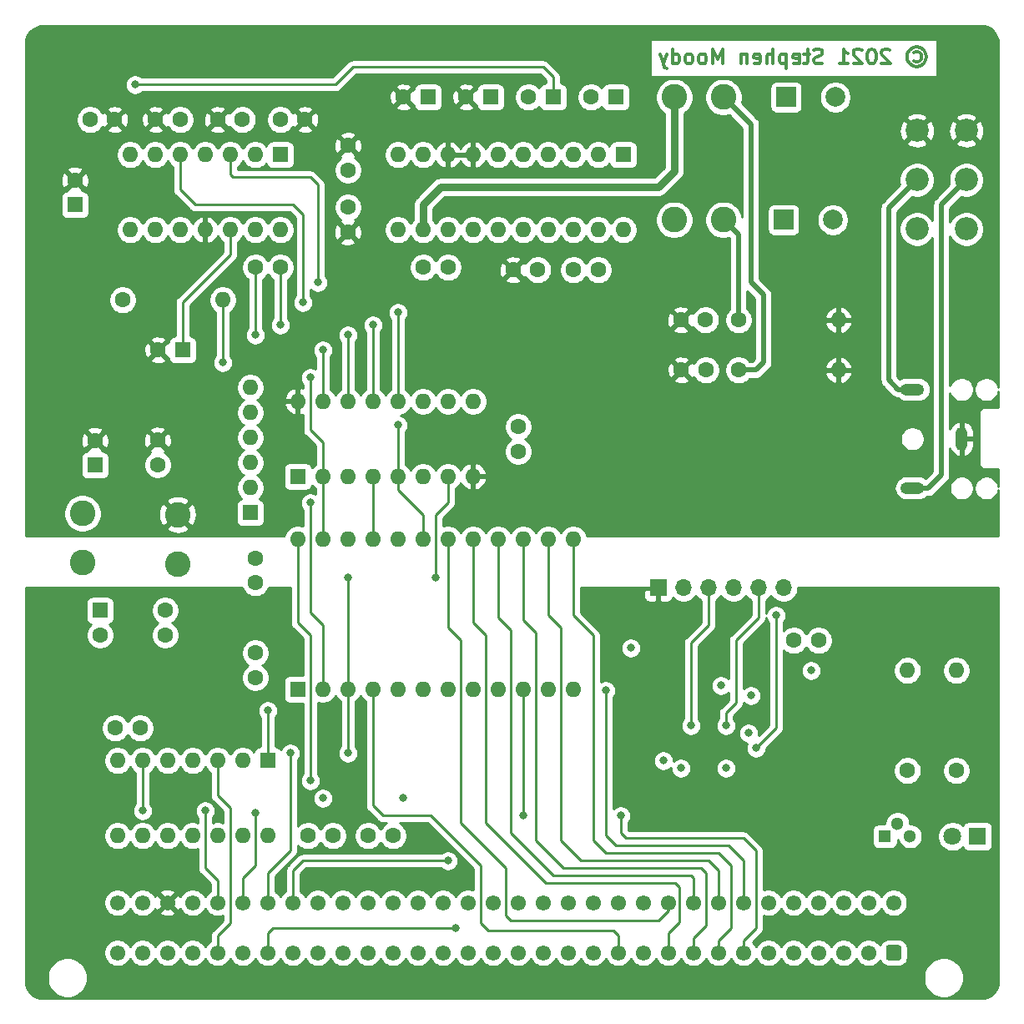
<source format=gbl>
G04 #@! TF.GenerationSoftware,KiCad,Pcbnew,(5.1.10)-1*
G04 #@! TF.CreationDate,2021-07-30T10:23:39+01:00*
G04 #@! TF.ProjectId,AudioYM2151,41756469-6f59-44d3-9231-35312e6b6963,rev?*
G04 #@! TF.SameCoordinates,Original*
G04 #@! TF.FileFunction,Copper,L4,Bot*
G04 #@! TF.FilePolarity,Positive*
%FSLAX46Y46*%
G04 Gerber Fmt 4.6, Leading zero omitted, Abs format (unit mm)*
G04 Created by KiCad (PCBNEW (5.1.10)-1) date 2021-07-30 10:23:39*
%MOMM*%
%LPD*%
G01*
G04 APERTURE LIST*
G04 #@! TA.AperFunction,NonConductor*
%ADD10C,0.300000*%
G04 #@! TD*
G04 #@! TA.AperFunction,ComponentPad*
%ADD11C,2.000000*%
G04 #@! TD*
G04 #@! TA.AperFunction,ComponentPad*
%ADD12R,2.000000X2.000000*%
G04 #@! TD*
G04 #@! TA.AperFunction,ComponentPad*
%ADD13C,2.600000*%
G04 #@! TD*
G04 #@! TA.AperFunction,ComponentPad*
%ADD14C,1.600000*%
G04 #@! TD*
G04 #@! TA.AperFunction,ComponentPad*
%ADD15R,1.600000X1.600000*%
G04 #@! TD*
G04 #@! TA.AperFunction,ComponentPad*
%ADD16O,1.600000X1.600000*%
G04 #@! TD*
G04 #@! TA.AperFunction,ComponentPad*
%ADD17C,2.340000*%
G04 #@! TD*
G04 #@! TA.AperFunction,ComponentPad*
%ADD18R,1.300000X1.300000*%
G04 #@! TD*
G04 #@! TA.AperFunction,ComponentPad*
%ADD19C,1.300000*%
G04 #@! TD*
G04 #@! TA.AperFunction,ComponentPad*
%ADD20O,2.416000X1.208000*%
G04 #@! TD*
G04 #@! TA.AperFunction,ComponentPad*
%ADD21O,1.208000X2.416000*%
G04 #@! TD*
G04 #@! TA.AperFunction,ComponentPad*
%ADD22C,1.550000*%
G04 #@! TD*
G04 #@! TA.AperFunction,ComponentPad*
%ADD23O,1.700000X1.700000*%
G04 #@! TD*
G04 #@! TA.AperFunction,ComponentPad*
%ADD24R,1.700000X1.700000*%
G04 #@! TD*
G04 #@! TA.AperFunction,ComponentPad*
%ADD25C,1.800000*%
G04 #@! TD*
G04 #@! TA.AperFunction,ComponentPad*
%ADD26R,1.800000X1.800000*%
G04 #@! TD*
G04 #@! TA.AperFunction,ViaPad*
%ADD27C,0.800000*%
G04 #@! TD*
G04 #@! TA.AperFunction,Conductor*
%ADD28C,0.250000*%
G04 #@! TD*
G04 #@! TA.AperFunction,Conductor*
%ADD29C,0.750000*%
G04 #@! TD*
G04 #@! TA.AperFunction,Conductor*
%ADD30C,0.500000*%
G04 #@! TD*
G04 #@! TA.AperFunction,Conductor*
%ADD31C,0.254000*%
G04 #@! TD*
G04 #@! TA.AperFunction,Conductor*
%ADD32C,0.100000*%
G04 #@! TD*
G04 APERTURE END LIST*
D10*
X190776285Y-53383714D02*
X190919142Y-53312285D01*
X191204857Y-53312285D01*
X191347714Y-53383714D01*
X191490571Y-53526571D01*
X191562000Y-53669428D01*
X191562000Y-53955142D01*
X191490571Y-54098000D01*
X191347714Y-54240857D01*
X191204857Y-54312285D01*
X190919142Y-54312285D01*
X190776285Y-54240857D01*
X191062000Y-52812285D02*
X191419142Y-52883714D01*
X191776285Y-53098000D01*
X191990571Y-53455142D01*
X192062000Y-53812285D01*
X191990571Y-54169428D01*
X191776285Y-54526571D01*
X191419142Y-54740857D01*
X191062000Y-54812285D01*
X190704857Y-54740857D01*
X190347714Y-54526571D01*
X190133428Y-54169428D01*
X190062000Y-53812285D01*
X190133428Y-53455142D01*
X190347714Y-53098000D01*
X190704857Y-52883714D01*
X191062000Y-52812285D01*
X188347714Y-53169428D02*
X188276285Y-53098000D01*
X188133428Y-53026571D01*
X187776285Y-53026571D01*
X187633428Y-53098000D01*
X187562000Y-53169428D01*
X187490571Y-53312285D01*
X187490571Y-53455142D01*
X187562000Y-53669428D01*
X188419142Y-54526571D01*
X187490571Y-54526571D01*
X186562000Y-53026571D02*
X186419142Y-53026571D01*
X186276285Y-53098000D01*
X186204857Y-53169428D01*
X186133428Y-53312285D01*
X186062000Y-53598000D01*
X186062000Y-53955142D01*
X186133428Y-54240857D01*
X186204857Y-54383714D01*
X186276285Y-54455142D01*
X186419142Y-54526571D01*
X186562000Y-54526571D01*
X186704857Y-54455142D01*
X186776285Y-54383714D01*
X186847714Y-54240857D01*
X186919142Y-53955142D01*
X186919142Y-53598000D01*
X186847714Y-53312285D01*
X186776285Y-53169428D01*
X186704857Y-53098000D01*
X186562000Y-53026571D01*
X185490571Y-53169428D02*
X185419142Y-53098000D01*
X185276285Y-53026571D01*
X184919142Y-53026571D01*
X184776285Y-53098000D01*
X184704857Y-53169428D01*
X184633428Y-53312285D01*
X184633428Y-53455142D01*
X184704857Y-53669428D01*
X185562000Y-54526571D01*
X184633428Y-54526571D01*
X183204857Y-54526571D02*
X184062000Y-54526571D01*
X183633428Y-54526571D02*
X183633428Y-53026571D01*
X183776285Y-53240857D01*
X183919142Y-53383714D01*
X184062000Y-53455142D01*
X181490571Y-54455142D02*
X181276285Y-54526571D01*
X180919142Y-54526571D01*
X180776285Y-54455142D01*
X180704857Y-54383714D01*
X180633428Y-54240857D01*
X180633428Y-54098000D01*
X180704857Y-53955142D01*
X180776285Y-53883714D01*
X180919142Y-53812285D01*
X181204857Y-53740857D01*
X181347714Y-53669428D01*
X181419142Y-53598000D01*
X181490571Y-53455142D01*
X181490571Y-53312285D01*
X181419142Y-53169428D01*
X181347714Y-53098000D01*
X181204857Y-53026571D01*
X180847714Y-53026571D01*
X180633428Y-53098000D01*
X180204857Y-53526571D02*
X179633428Y-53526571D01*
X179990571Y-53026571D02*
X179990571Y-54312285D01*
X179919142Y-54455142D01*
X179776285Y-54526571D01*
X179633428Y-54526571D01*
X178562000Y-54455142D02*
X178704857Y-54526571D01*
X178990571Y-54526571D01*
X179133428Y-54455142D01*
X179204857Y-54312285D01*
X179204857Y-53740857D01*
X179133428Y-53598000D01*
X178990571Y-53526571D01*
X178704857Y-53526571D01*
X178562000Y-53598000D01*
X178490571Y-53740857D01*
X178490571Y-53883714D01*
X179204857Y-54026571D01*
X177847714Y-53526571D02*
X177847714Y-55026571D01*
X177847714Y-53598000D02*
X177704857Y-53526571D01*
X177419142Y-53526571D01*
X177276285Y-53598000D01*
X177204857Y-53669428D01*
X177133428Y-53812285D01*
X177133428Y-54240857D01*
X177204857Y-54383714D01*
X177276285Y-54455142D01*
X177419142Y-54526571D01*
X177704857Y-54526571D01*
X177847714Y-54455142D01*
X176490571Y-54526571D02*
X176490571Y-53026571D01*
X175847714Y-54526571D02*
X175847714Y-53740857D01*
X175919142Y-53598000D01*
X176062000Y-53526571D01*
X176276285Y-53526571D01*
X176419142Y-53598000D01*
X176490571Y-53669428D01*
X174562000Y-54455142D02*
X174704857Y-54526571D01*
X174990571Y-54526571D01*
X175133428Y-54455142D01*
X175204857Y-54312285D01*
X175204857Y-53740857D01*
X175133428Y-53598000D01*
X174990571Y-53526571D01*
X174704857Y-53526571D01*
X174562000Y-53598000D01*
X174490571Y-53740857D01*
X174490571Y-53883714D01*
X175204857Y-54026571D01*
X173847714Y-53526571D02*
X173847714Y-54526571D01*
X173847714Y-53669428D02*
X173776285Y-53598000D01*
X173633428Y-53526571D01*
X173419142Y-53526571D01*
X173276285Y-53598000D01*
X173204857Y-53740857D01*
X173204857Y-54526571D01*
X171347714Y-54526571D02*
X171347714Y-53026571D01*
X170847714Y-54098000D01*
X170347714Y-53026571D01*
X170347714Y-54526571D01*
X169419142Y-54526571D02*
X169562000Y-54455142D01*
X169633428Y-54383714D01*
X169704857Y-54240857D01*
X169704857Y-53812285D01*
X169633428Y-53669428D01*
X169562000Y-53598000D01*
X169419142Y-53526571D01*
X169204857Y-53526571D01*
X169062000Y-53598000D01*
X168990571Y-53669428D01*
X168919142Y-53812285D01*
X168919142Y-54240857D01*
X168990571Y-54383714D01*
X169062000Y-54455142D01*
X169204857Y-54526571D01*
X169419142Y-54526571D01*
X168062000Y-54526571D02*
X168204857Y-54455142D01*
X168276285Y-54383714D01*
X168347714Y-54240857D01*
X168347714Y-53812285D01*
X168276285Y-53669428D01*
X168204857Y-53598000D01*
X168062000Y-53526571D01*
X167847714Y-53526571D01*
X167704857Y-53598000D01*
X167633428Y-53669428D01*
X167562000Y-53812285D01*
X167562000Y-54240857D01*
X167633428Y-54383714D01*
X167704857Y-54455142D01*
X167847714Y-54526571D01*
X168062000Y-54526571D01*
X166276285Y-54526571D02*
X166276285Y-53026571D01*
X166276285Y-54455142D02*
X166419142Y-54526571D01*
X166704857Y-54526571D01*
X166847714Y-54455142D01*
X166919142Y-54383714D01*
X166990571Y-54240857D01*
X166990571Y-53812285D01*
X166919142Y-53669428D01*
X166847714Y-53598000D01*
X166704857Y-53526571D01*
X166419142Y-53526571D01*
X166276285Y-53598000D01*
X165704857Y-53526571D02*
X165347714Y-54526571D01*
X164990571Y-53526571D02*
X165347714Y-54526571D01*
X165490571Y-54883714D01*
X165562000Y-54955142D01*
X165704857Y-55026571D01*
D11*
X182546000Y-70358000D03*
D12*
X177546000Y-70358000D03*
D11*
X182800000Y-57912000D03*
D12*
X177800000Y-57912000D03*
D13*
X171450000Y-57912000D03*
X166450000Y-57912000D03*
X171450000Y-70358000D03*
X166450000Y-70358000D03*
X116078000Y-105266500D03*
X116078000Y-100266500D03*
X106426000Y-105139500D03*
X106426000Y-100139500D03*
D14*
X107696000Y-92750000D03*
D15*
X107696000Y-95250000D03*
D14*
X108204000Y-112482000D03*
D15*
X108204000Y-109982000D03*
D16*
X161290000Y-71374000D03*
X138430000Y-63754000D03*
X158750000Y-71374000D03*
X140970000Y-63754000D03*
X156210000Y-71374000D03*
X143510000Y-63754000D03*
X153670000Y-71374000D03*
X146050000Y-63754000D03*
X151130000Y-71374000D03*
X148590000Y-63754000D03*
X148590000Y-71374000D03*
X151130000Y-63754000D03*
X146050000Y-71374000D03*
X153670000Y-63754000D03*
X143510000Y-71374000D03*
X156210000Y-63754000D03*
X140970000Y-71374000D03*
X158750000Y-63754000D03*
X138430000Y-71374000D03*
D15*
X161290000Y-63754000D03*
D16*
X126492000Y-71374000D03*
X111252000Y-63754000D03*
X123952000Y-71374000D03*
X113792000Y-63754000D03*
X121412000Y-71374000D03*
X116332000Y-63754000D03*
X118872000Y-71374000D03*
X118872000Y-63754000D03*
X116332000Y-71374000D03*
X121412000Y-63754000D03*
X113792000Y-71374000D03*
X123952000Y-63754000D03*
X111252000Y-71374000D03*
D15*
X126492000Y-63754000D03*
D16*
X128270000Y-88773000D03*
X146050000Y-96393000D03*
X130810000Y-88773000D03*
X143510000Y-96393000D03*
X133350000Y-88773000D03*
X140970000Y-96393000D03*
X135890000Y-88773000D03*
X138430000Y-96393000D03*
X138430000Y-88773000D03*
X135890000Y-96393000D03*
X140970000Y-88773000D03*
X133350000Y-96393000D03*
X143510000Y-88773000D03*
X130810000Y-96393000D03*
X146050000Y-88773000D03*
D15*
X128270000Y-96393000D03*
D16*
X128270000Y-102743000D03*
X156210000Y-117983000D03*
X130810000Y-102743000D03*
X153670000Y-117983000D03*
X133350000Y-102743000D03*
X151130000Y-117983000D03*
X135890000Y-102743000D03*
X148590000Y-117983000D03*
X138430000Y-102743000D03*
X146050000Y-117983000D03*
X140970000Y-102743000D03*
X143510000Y-117983000D03*
X143510000Y-102743000D03*
X140970000Y-117983000D03*
X146050000Y-102743000D03*
X138430000Y-117983000D03*
X148590000Y-102743000D03*
X135890000Y-117983000D03*
X151130000Y-102743000D03*
X133350000Y-117983000D03*
X153670000Y-102743000D03*
X130810000Y-117983000D03*
X156210000Y-102743000D03*
D15*
X128270000Y-117983000D03*
D16*
X125222000Y-132842000D03*
X109982000Y-125222000D03*
X122682000Y-132842000D03*
X112522000Y-125222000D03*
X120142000Y-132842000D03*
X115062000Y-125222000D03*
X117602000Y-132842000D03*
X117602000Y-125222000D03*
X115062000Y-132842000D03*
X120142000Y-125222000D03*
X112522000Y-132842000D03*
X122682000Y-125222000D03*
X109982000Y-132842000D03*
D15*
X125222000Y-125222000D03*
D17*
X191088000Y-71294000D03*
X191088000Y-66294000D03*
X191088000Y-61294000D03*
X196088000Y-71294000D03*
X196088000Y-66294000D03*
X196088000Y-61294000D03*
D16*
X123444000Y-87376000D03*
X123444000Y-89916000D03*
X123444000Y-92456000D03*
X123444000Y-94996000D03*
X123444000Y-97536000D03*
D15*
X123444000Y-100076000D03*
D16*
X183134000Y-80518000D03*
D14*
X172974000Y-80518000D03*
D16*
X183134000Y-85598000D03*
D14*
X172974000Y-85598000D03*
D16*
X120650000Y-78486000D03*
D14*
X110490000Y-78486000D03*
D16*
X195072000Y-116078000D03*
D14*
X195072000Y-126238000D03*
D16*
X190119000Y-116078000D03*
D14*
X190119000Y-126238000D03*
D18*
X187833000Y-132905500D03*
D19*
X190373000Y-132905500D03*
X189103000Y-131635500D03*
D20*
X190620000Y-97573000D03*
X190620000Y-87573000D03*
D21*
X195620000Y-92573000D03*
D22*
X109984000Y-139628000D03*
X112524000Y-139628000D03*
X115064000Y-139628000D03*
X117604000Y-139628000D03*
X120144000Y-139628000D03*
X122684000Y-139628000D03*
X125224000Y-139628000D03*
X127764000Y-139628000D03*
X130304000Y-139628000D03*
X132844000Y-139628000D03*
X135384000Y-139628000D03*
X137924000Y-139628000D03*
X140464000Y-139628000D03*
X143004000Y-139628000D03*
X145544000Y-139628000D03*
X148084000Y-139628000D03*
X150624000Y-139628000D03*
X153164000Y-139628000D03*
X155704000Y-139628000D03*
X158244000Y-139628000D03*
X160784000Y-139628000D03*
X163324000Y-139628000D03*
X165864000Y-139628000D03*
X168404000Y-139628000D03*
X170944000Y-139628000D03*
X173484000Y-139628000D03*
X176024000Y-139628000D03*
X178564000Y-139628000D03*
X181104000Y-139628000D03*
X183644000Y-139628000D03*
X186184000Y-139628000D03*
X188724000Y-139628000D03*
X109984000Y-144708000D03*
X112524000Y-144708000D03*
X115064000Y-144708000D03*
X117604000Y-144708000D03*
X120144000Y-144708000D03*
X122684000Y-144708000D03*
X125224000Y-144708000D03*
X127764000Y-144708000D03*
X130304000Y-144708000D03*
X132844000Y-144708000D03*
X135384000Y-144708000D03*
X137924000Y-144708000D03*
X140464000Y-144708000D03*
X143004000Y-144708000D03*
X145544000Y-144708000D03*
X148084000Y-144708000D03*
X150624000Y-144708000D03*
X153164000Y-144708000D03*
X155704000Y-144708000D03*
X158244000Y-144708000D03*
X160784000Y-144708000D03*
X163324000Y-144708000D03*
X165864000Y-144708000D03*
X168404000Y-144708000D03*
X170944000Y-144708000D03*
X173484000Y-144708000D03*
X176024000Y-144708000D03*
X178564000Y-144708000D03*
X181104000Y-144708000D03*
X183644000Y-144708000D03*
X186184000Y-144708000D03*
G04 #@! TA.AperFunction,ComponentPad*
G36*
G01*
X189499000Y-144182998D02*
X189499000Y-145233002D01*
G75*
G02*
X189249002Y-145483000I-249998J0D01*
G01*
X188198998Y-145483000D01*
G75*
G02*
X187949000Y-145233002I0J249998D01*
G01*
X187949000Y-144182998D01*
G75*
G02*
X188198998Y-143933000I249998J0D01*
G01*
X189249002Y-143933000D01*
G75*
G02*
X189499000Y-144182998I0J-249998D01*
G01*
G37*
G04 #@! TD.AperFunction*
D23*
X177546000Y-107696000D03*
X175006000Y-107696000D03*
X172466000Y-107696000D03*
X169926000Y-107696000D03*
X167386000Y-107696000D03*
D24*
X164846000Y-107696000D03*
D25*
X194691000Y-132905500D03*
D26*
X197231000Y-132905500D03*
D14*
X169632000Y-80518000D03*
X167132000Y-80518000D03*
X169672000Y-85598000D03*
X167172000Y-85598000D03*
X156250000Y-75438000D03*
X158750000Y-75438000D03*
X143510000Y-75184000D03*
X141010000Y-75184000D03*
X138978000Y-57912000D03*
D15*
X141478000Y-57912000D03*
D14*
X145328000Y-57912000D03*
D15*
X147828000Y-57912000D03*
D14*
X150114000Y-75438000D03*
X152614000Y-75438000D03*
X158028000Y-57912000D03*
D15*
X160528000Y-57912000D03*
D14*
X151678000Y-57912000D03*
D15*
X154178000Y-57912000D03*
D14*
X133350000Y-62810000D03*
X133350000Y-65310000D03*
X133350000Y-71588000D03*
X133350000Y-69088000D03*
X105664000Y-66334000D03*
D15*
X105664000Y-68834000D03*
D14*
X116332000Y-60198000D03*
X113832000Y-60198000D03*
X122642000Y-60198000D03*
X120142000Y-60198000D03*
X123992000Y-75184000D03*
X126492000Y-75184000D03*
X123952000Y-104688000D03*
X123952000Y-107188000D03*
X114086000Y-83566000D03*
D15*
X116586000Y-83566000D03*
D14*
X150622000Y-93853000D03*
X150622000Y-91353000D03*
X123952000Y-114300000D03*
X123952000Y-116800000D03*
X109688000Y-60198000D03*
X107188000Y-60198000D03*
X128992000Y-60198000D03*
X126492000Y-60198000D03*
X131826000Y-132842000D03*
X129326000Y-132842000D03*
X114046000Y-92710000D03*
X114046000Y-95210000D03*
X114808000Y-112482000D03*
X114808000Y-109982000D03*
X181102000Y-113030000D03*
X178602000Y-113030000D03*
X135422000Y-132842000D03*
X137922000Y-132842000D03*
X112268000Y-121920000D03*
X109768000Y-121920000D03*
D27*
X138938000Y-129032000D03*
X173990000Y-122428000D03*
X174244000Y-118618000D03*
X167132000Y-125984000D03*
X165354000Y-125222000D03*
X171196000Y-117602000D03*
X162052000Y-113792000D03*
X171704000Y-125984000D03*
X180340000Y-116078000D03*
X130810000Y-129032000D03*
X130810000Y-83566000D03*
X133350000Y-82042000D03*
X123952000Y-82042000D03*
X135890000Y-81026000D03*
X126492000Y-81026000D03*
X130302000Y-76708000D03*
X128778006Y-78740000D03*
X111760000Y-56642000D03*
X171704000Y-121666000D03*
X168148000Y-121666000D03*
X176784000Y-110490000D03*
X174752004Y-123952000D03*
X164846000Y-118110000D03*
X165100000Y-116332000D03*
X177546000Y-129032000D03*
X169672000Y-125984000D03*
X164846000Y-126746000D03*
X169418000Y-116840000D03*
X118872000Y-130302000D03*
X112522000Y-130302000D03*
X123951986Y-130556000D03*
X142240000Y-106680000D03*
X133350000Y-106680000D03*
X133350000Y-124460000D03*
X127508000Y-124460000D03*
X143510000Y-135382000D03*
X159512000Y-118110000D03*
X144272000Y-142240000D03*
X161036000Y-130810000D03*
X151130000Y-130810000D03*
X120650000Y-84836000D03*
X129540000Y-86360000D03*
X138430000Y-91186000D03*
X125222000Y-120142000D03*
X129540000Y-99060000D03*
X129540000Y-127254000D03*
X138430000Y-79756000D03*
D28*
X130810000Y-88773000D02*
X130810000Y-83566000D01*
X121412000Y-71374000D02*
X121412000Y-73914000D01*
X116586000Y-78740000D02*
X116586000Y-83566000D01*
X121412000Y-73914000D02*
X116586000Y-78740000D01*
X133350000Y-88773000D02*
X133350000Y-82042000D01*
X123952000Y-75224000D02*
X123992000Y-75184000D01*
X123952000Y-82042000D02*
X123952000Y-75224000D01*
X135890000Y-88773000D02*
X135890000Y-81026000D01*
X126492000Y-81026000D02*
X126492000Y-75184000D01*
X130302000Y-76708000D02*
X130302000Y-66802000D01*
X130302000Y-66802000D02*
X129540000Y-66040000D01*
X129540000Y-66040000D02*
X121666000Y-66040000D01*
X121412000Y-65786000D02*
X121412000Y-63754000D01*
X121666000Y-66040000D02*
X121412000Y-65786000D01*
X128778006Y-69850006D02*
X128778006Y-78740000D01*
X127762000Y-68834000D02*
X128778006Y-69850006D01*
X117856000Y-68834000D02*
X127762000Y-68834000D01*
X116332000Y-67310000D02*
X117856000Y-68834000D01*
X116332000Y-63754000D02*
X116332000Y-67310000D01*
X111760000Y-56642000D02*
X132080000Y-56642000D01*
X132080000Y-56642000D02*
X133858000Y-54864000D01*
X133858000Y-54864000D02*
X153162000Y-54864000D01*
X154178000Y-55880000D02*
X154178000Y-57912000D01*
X153162000Y-54864000D02*
X154178000Y-55880000D01*
D29*
X140970000Y-71374000D02*
X140970000Y-68834000D01*
X140970000Y-68834000D02*
X142748000Y-67056000D01*
X142748000Y-67056000D02*
X164846000Y-67056000D01*
X166450000Y-65452000D02*
X166450000Y-57912000D01*
X164846000Y-67056000D02*
X166450000Y-65452000D01*
D28*
X171704000Y-121666000D02*
X171704000Y-120396000D01*
X171704000Y-120396000D02*
X172720000Y-119380000D01*
X172720000Y-119380000D02*
X172720000Y-113030000D01*
X175006000Y-110744000D02*
X175006000Y-107696000D01*
X172720000Y-113030000D02*
X175006000Y-110744000D01*
X168148000Y-121666000D02*
X168148000Y-113284000D01*
X169926000Y-111506000D02*
X169926000Y-107696000D01*
X168148000Y-113284000D02*
X169926000Y-111506000D01*
X176784000Y-121920004D02*
X174752004Y-123952000D01*
X176784000Y-110490000D02*
X176784000Y-121920004D01*
X120144000Y-139628000D02*
X120144000Y-137416000D01*
X118872000Y-136144000D02*
X118872000Y-130302000D01*
X120144000Y-137416000D02*
X118872000Y-136144000D01*
X112522000Y-125222000D02*
X112522000Y-130302000D01*
X123951986Y-135855014D02*
X123951986Y-130556000D01*
X122684000Y-137123000D02*
X123951986Y-135855014D01*
X122684000Y-139628000D02*
X122684000Y-137123000D01*
X143510000Y-96393000D02*
X143510000Y-99060000D01*
X142240000Y-100330000D02*
X142240000Y-106680000D01*
X143510000Y-99060000D02*
X142240000Y-100330000D01*
X133350000Y-106680000D02*
X133350000Y-117983000D01*
X133350000Y-124460000D02*
X133350000Y-117983000D01*
X125224000Y-139628000D02*
X125224000Y-136650000D01*
X127508000Y-134366000D02*
X127508000Y-124460000D01*
X125224000Y-136650000D02*
X127508000Y-134366000D01*
X143510000Y-135382000D02*
X128778000Y-135382000D01*
X127764000Y-136396000D02*
X127764000Y-139628000D01*
X128778000Y-135382000D02*
X127764000Y-136396000D01*
X144780000Y-113030000D02*
X143510000Y-111760000D01*
X144780000Y-131572000D02*
X144780000Y-113030000D01*
X149352000Y-140970000D02*
X149352000Y-136144000D01*
X149860000Y-141478000D02*
X149352000Y-140970000D01*
X164846000Y-141478000D02*
X149860000Y-141478000D01*
X143510000Y-111760000D02*
X143510000Y-102743000D01*
X149352000Y-136144000D02*
X144780000Y-131572000D01*
X165864000Y-140460000D02*
X164846000Y-141478000D01*
X165864000Y-139628000D02*
X165864000Y-140460000D01*
X168404000Y-137162000D02*
X168404000Y-139628000D01*
X168148000Y-136906000D02*
X168404000Y-137162000D01*
X154178000Y-136906000D02*
X168148000Y-136906000D01*
X149860000Y-132588000D02*
X154178000Y-136906000D01*
X149860000Y-112014000D02*
X149860000Y-132588000D01*
X148590000Y-110744000D02*
X149860000Y-112014000D01*
X148590000Y-102743000D02*
X148590000Y-110744000D01*
X153670000Y-110490000D02*
X153670000Y-102743000D01*
X154940000Y-133350000D02*
X154940000Y-111760000D01*
X156972000Y-135382000D02*
X154940000Y-133350000D01*
X154940000Y-111760000D02*
X153670000Y-110490000D01*
X169926000Y-135382000D02*
X156972000Y-135382000D01*
X170944000Y-136400000D02*
X169926000Y-135382000D01*
X170944000Y-139628000D02*
X170944000Y-136400000D01*
X159512000Y-132842000D02*
X159512000Y-118110000D01*
X160528000Y-133858000D02*
X159512000Y-132842000D01*
X171958000Y-133858000D02*
X160528000Y-133858000D01*
X173484000Y-135384000D02*
X171958000Y-133858000D01*
X173484000Y-139628000D02*
X173484000Y-135384000D01*
X120142000Y-128778000D02*
X120142000Y-125222000D01*
X121412000Y-130048000D02*
X120142000Y-128778000D01*
X120144000Y-143000000D02*
X121412000Y-141732000D01*
X120144000Y-144708000D02*
X120144000Y-143000000D01*
X121412000Y-141732000D02*
X121412000Y-130048000D01*
X144272000Y-142240000D02*
X125730000Y-142240000D01*
X125224000Y-142746000D02*
X125224000Y-144708000D01*
X125730000Y-142240000D02*
X125224000Y-142746000D01*
X135890000Y-129794000D02*
X135890000Y-117983000D01*
X136906000Y-130810000D02*
X135890000Y-129794000D01*
X141732000Y-130810000D02*
X136906000Y-130810000D01*
X146812000Y-135890000D02*
X141732000Y-130810000D01*
X146812000Y-141732000D02*
X146812000Y-135890000D01*
X147574000Y-142494000D02*
X146812000Y-141732000D01*
X160274000Y-142494000D02*
X147574000Y-142494000D01*
X160784000Y-143004000D02*
X160274000Y-142494000D01*
X160784000Y-144708000D02*
X160784000Y-143004000D01*
X165864000Y-144708000D02*
X165864000Y-142746000D01*
X165864000Y-142746000D02*
X166964001Y-141645999D01*
X147320000Y-131572000D02*
X147320000Y-112522000D01*
X146050000Y-111252000D02*
X146050000Y-102743000D01*
X147320000Y-112522000D02*
X146050000Y-111252000D01*
X149352000Y-133604000D02*
X147320000Y-131572000D01*
X149352000Y-133604000D02*
X150876000Y-135128000D01*
X166542002Y-137668000D02*
X166964001Y-138089999D01*
X153416000Y-137668000D02*
X166542002Y-137668000D01*
X150876000Y-135128000D02*
X153416000Y-137668000D01*
X166964001Y-141645999D02*
X166964001Y-138089999D01*
X152400000Y-112268000D02*
X151130000Y-110998000D01*
X152400000Y-133350000D02*
X152400000Y-112268000D01*
X155194000Y-136144000D02*
X152400000Y-133350000D01*
X169164000Y-136144000D02*
X155194000Y-136144000D01*
X169672000Y-136652000D02*
X169164000Y-136144000D01*
X169672000Y-141986000D02*
X169672000Y-136652000D01*
X151130000Y-110998000D02*
X151130000Y-102743000D01*
X168404000Y-143254000D02*
X169672000Y-141986000D01*
X168404000Y-144708000D02*
X168404000Y-143254000D01*
X156210000Y-110490000D02*
X156210000Y-102743000D01*
X158242000Y-112522000D02*
X156210000Y-110490000D01*
X170942000Y-134620000D02*
X159512000Y-134620000D01*
X172212000Y-135890000D02*
X170942000Y-134620000D01*
X159512000Y-134620000D02*
X158242000Y-133350000D01*
X172212000Y-142240000D02*
X172212000Y-135890000D01*
X170944000Y-143508000D02*
X172212000Y-142240000D01*
X158242000Y-133350000D02*
X158242000Y-112522000D01*
X170944000Y-144708000D02*
X170944000Y-143508000D01*
X173484000Y-144708000D02*
X173484000Y-143508000D01*
X173484000Y-143508000D02*
X174752000Y-142240000D01*
X174752000Y-142240000D02*
X174752000Y-134366000D01*
X174752000Y-134366000D02*
X173482000Y-133096000D01*
X173482000Y-133096000D02*
X161544000Y-133096000D01*
X161036000Y-132588000D02*
X161036000Y-130810000D01*
X161544000Y-133096000D02*
X161036000Y-132588000D01*
X151130000Y-130810000D02*
X151130000Y-117983000D01*
D30*
X196088000Y-66294000D02*
X193548000Y-68834000D01*
X193548000Y-68834000D02*
X193548000Y-96266000D01*
X192241000Y-97573000D02*
X190620000Y-97573000D01*
X193548000Y-96266000D02*
X192241000Y-97573000D01*
X191088000Y-66294000D02*
X188214000Y-69168000D01*
X188214000Y-69168000D02*
X188214000Y-86614000D01*
X189173000Y-87573000D02*
X190620000Y-87573000D01*
X188214000Y-86614000D02*
X189173000Y-87573000D01*
D28*
X120650000Y-84836000D02*
X120650000Y-78486000D01*
X130810000Y-96393000D02*
X130810000Y-102743000D01*
X130810000Y-96393000D02*
X130810000Y-92964000D01*
X129540000Y-91694000D02*
X129540000Y-86360000D01*
X130810000Y-92964000D02*
X129540000Y-91694000D01*
X138430000Y-96393000D02*
X138430000Y-97790000D01*
X140970000Y-100330000D02*
X140970000Y-102743000D01*
X138430000Y-97790000D02*
X140970000Y-100330000D01*
X138430000Y-91186000D02*
X138430000Y-96393000D01*
X135890000Y-96393000D02*
X135890000Y-102743000D01*
X125222000Y-120142000D02*
X125222000Y-125222000D01*
X130810000Y-117983000D02*
X130810000Y-111506000D01*
X130810000Y-111506000D02*
X129540000Y-110236000D01*
X129540000Y-110236000D02*
X129540000Y-99060000D01*
X128270000Y-102743000D02*
X128270000Y-111252000D01*
X128270000Y-111252000D02*
X129540000Y-112522000D01*
X129540000Y-112522000D02*
X129540000Y-127254000D01*
X138430000Y-88773000D02*
X138430000Y-79756000D01*
D30*
X172974000Y-85598000D02*
X174752000Y-85598000D01*
X174752000Y-85598000D02*
X175514000Y-84836000D01*
X175514000Y-84836000D02*
X175514000Y-77978000D01*
X175514000Y-77978000D02*
X174244000Y-76708000D01*
X174244000Y-60706000D02*
X171450000Y-57912000D01*
X174244000Y-76708000D02*
X174244000Y-60706000D01*
X172974000Y-71882000D02*
X171450000Y-70358000D01*
X172974000Y-80518000D02*
X172974000Y-71882000D01*
D31*
X197856775Y-50698147D02*
X198199967Y-50801763D01*
X198516489Y-50970062D01*
X198794299Y-51196637D01*
X199022806Y-51472856D01*
X199193310Y-51788197D01*
X199299319Y-52130656D01*
X199340000Y-52517712D01*
X199340001Y-87375957D01*
X199307540Y-87212764D01*
X199214443Y-86988008D01*
X199079287Y-86785733D01*
X198907267Y-86613713D01*
X198704992Y-86478557D01*
X198480236Y-86385460D01*
X198241637Y-86338000D01*
X197998363Y-86338000D01*
X197759764Y-86385460D01*
X197535008Y-86478557D01*
X197332733Y-86613713D01*
X197160713Y-86785733D01*
X197025557Y-86988008D01*
X196932460Y-87212764D01*
X196885000Y-87451363D01*
X196885000Y-87694637D01*
X196932460Y-87933236D01*
X197025557Y-88157992D01*
X197160713Y-88360267D01*
X197332733Y-88532287D01*
X197535008Y-88667443D01*
X197759764Y-88760540D01*
X197998363Y-88808000D01*
X198241637Y-88808000D01*
X198480236Y-88760540D01*
X198704992Y-88667443D01*
X198907267Y-88532287D01*
X199079287Y-88360267D01*
X199214443Y-88157992D01*
X199307540Y-87933236D01*
X199340001Y-87770043D01*
X199340001Y-89340000D01*
X198032419Y-89340000D01*
X198000000Y-89336807D01*
X197967581Y-89340000D01*
X197870617Y-89349550D01*
X197746207Y-89387290D01*
X197631550Y-89448575D01*
X197531052Y-89531052D01*
X197448575Y-89631550D01*
X197387290Y-89746207D01*
X197349550Y-89870617D01*
X197336807Y-90000000D01*
X197340000Y-90032419D01*
X197340001Y-94967571D01*
X197336807Y-95000000D01*
X197349550Y-95129383D01*
X197387290Y-95253793D01*
X197448575Y-95368450D01*
X197531052Y-95468948D01*
X197631550Y-95551425D01*
X197746207Y-95612710D01*
X197870617Y-95650450D01*
X197967581Y-95660000D01*
X198000000Y-95663193D01*
X198032419Y-95660000D01*
X199340000Y-95660000D01*
X199340000Y-97375953D01*
X199307540Y-97212764D01*
X199214443Y-96988008D01*
X199079287Y-96785733D01*
X198907267Y-96613713D01*
X198704992Y-96478557D01*
X198480236Y-96385460D01*
X198241637Y-96338000D01*
X197998363Y-96338000D01*
X197759764Y-96385460D01*
X197535008Y-96478557D01*
X197332733Y-96613713D01*
X197160713Y-96785733D01*
X197025557Y-96988008D01*
X196932460Y-97212764D01*
X196885000Y-97451363D01*
X196885000Y-97694637D01*
X196932460Y-97933236D01*
X197025557Y-98157992D01*
X197160713Y-98360267D01*
X197332733Y-98532287D01*
X197535008Y-98667443D01*
X197759764Y-98760540D01*
X197998363Y-98808000D01*
X198241637Y-98808000D01*
X198480236Y-98760540D01*
X198704992Y-98667443D01*
X198907267Y-98532287D01*
X199079287Y-98360267D01*
X199214443Y-98157992D01*
X199307540Y-97933236D01*
X199340000Y-97770047D01*
X199340000Y-102373000D01*
X157599515Y-102373000D01*
X157589853Y-102324426D01*
X157481680Y-102063273D01*
X157324637Y-101828241D01*
X157124759Y-101628363D01*
X156889727Y-101471320D01*
X156628574Y-101363147D01*
X156351335Y-101308000D01*
X156068665Y-101308000D01*
X155791426Y-101363147D01*
X155530273Y-101471320D01*
X155295241Y-101628363D01*
X155095363Y-101828241D01*
X154940000Y-102060759D01*
X154784637Y-101828241D01*
X154584759Y-101628363D01*
X154349727Y-101471320D01*
X154088574Y-101363147D01*
X153811335Y-101308000D01*
X153528665Y-101308000D01*
X153251426Y-101363147D01*
X152990273Y-101471320D01*
X152755241Y-101628363D01*
X152555363Y-101828241D01*
X152400000Y-102060759D01*
X152244637Y-101828241D01*
X152044759Y-101628363D01*
X151809727Y-101471320D01*
X151548574Y-101363147D01*
X151271335Y-101308000D01*
X150988665Y-101308000D01*
X150711426Y-101363147D01*
X150450273Y-101471320D01*
X150215241Y-101628363D01*
X150015363Y-101828241D01*
X149860000Y-102060759D01*
X149704637Y-101828241D01*
X149504759Y-101628363D01*
X149269727Y-101471320D01*
X149008574Y-101363147D01*
X148731335Y-101308000D01*
X148448665Y-101308000D01*
X148171426Y-101363147D01*
X147910273Y-101471320D01*
X147675241Y-101628363D01*
X147475363Y-101828241D01*
X147320000Y-102060759D01*
X147164637Y-101828241D01*
X146964759Y-101628363D01*
X146729727Y-101471320D01*
X146468574Y-101363147D01*
X146191335Y-101308000D01*
X145908665Y-101308000D01*
X145631426Y-101363147D01*
X145370273Y-101471320D01*
X145135241Y-101628363D01*
X144935363Y-101828241D01*
X144780000Y-102060759D01*
X144624637Y-101828241D01*
X144424759Y-101628363D01*
X144189727Y-101471320D01*
X143928574Y-101363147D01*
X143651335Y-101308000D01*
X143368665Y-101308000D01*
X143091426Y-101363147D01*
X143000000Y-101401017D01*
X143000000Y-100644801D01*
X144021003Y-99623799D01*
X144050001Y-99600001D01*
X144144974Y-99484276D01*
X144215546Y-99352247D01*
X144259003Y-99208986D01*
X144270000Y-99097333D01*
X144270000Y-99097324D01*
X144273676Y-99060001D01*
X144270000Y-99022678D01*
X144270000Y-97611043D01*
X144424759Y-97507637D01*
X144624637Y-97307759D01*
X144781680Y-97072727D01*
X144786067Y-97062135D01*
X144897615Y-97248131D01*
X145086586Y-97456519D01*
X145312580Y-97624037D01*
X145566913Y-97744246D01*
X145700961Y-97784904D01*
X145923000Y-97662915D01*
X145923000Y-96520000D01*
X146177000Y-96520000D01*
X146177000Y-97662915D01*
X146399039Y-97784904D01*
X146533087Y-97744246D01*
X146787420Y-97624037D01*
X146856272Y-97573000D01*
X188771006Y-97573000D01*
X188794928Y-97815886D01*
X188865776Y-98049439D01*
X188980825Y-98264682D01*
X189135656Y-98453344D01*
X189324318Y-98608175D01*
X189539561Y-98723224D01*
X189773114Y-98794072D01*
X189955141Y-98812000D01*
X191284859Y-98812000D01*
X191466886Y-98794072D01*
X191700439Y-98723224D01*
X191915682Y-98608175D01*
X192098671Y-98458000D01*
X192197531Y-98458000D01*
X192241000Y-98462281D01*
X192284469Y-98458000D01*
X192284477Y-98458000D01*
X192414490Y-98445195D01*
X192581313Y-98394589D01*
X192735059Y-98312411D01*
X192869817Y-98201817D01*
X192897534Y-98168044D01*
X193614215Y-97451363D01*
X194385000Y-97451363D01*
X194385000Y-97694637D01*
X194432460Y-97933236D01*
X194525557Y-98157992D01*
X194660713Y-98360267D01*
X194832733Y-98532287D01*
X195035008Y-98667443D01*
X195259764Y-98760540D01*
X195498363Y-98808000D01*
X195741637Y-98808000D01*
X195980236Y-98760540D01*
X196204992Y-98667443D01*
X196407267Y-98532287D01*
X196579287Y-98360267D01*
X196714443Y-98157992D01*
X196807540Y-97933236D01*
X196855000Y-97694637D01*
X196855000Y-97451363D01*
X196807540Y-97212764D01*
X196714443Y-96988008D01*
X196579287Y-96785733D01*
X196407267Y-96613713D01*
X196204992Y-96478557D01*
X195980236Y-96385460D01*
X195741637Y-96338000D01*
X195498363Y-96338000D01*
X195259764Y-96385460D01*
X195035008Y-96478557D01*
X194832733Y-96613713D01*
X194660713Y-96785733D01*
X194525557Y-96988008D01*
X194432460Y-97212764D01*
X194385000Y-97451363D01*
X193614215Y-97451363D01*
X194143049Y-96922530D01*
X194176817Y-96894817D01*
X194287411Y-96760059D01*
X194369589Y-96606313D01*
X194420195Y-96439490D01*
X194433000Y-96309477D01*
X194433000Y-96309467D01*
X194437281Y-96266001D01*
X194433000Y-96222535D01*
X194433000Y-93551432D01*
X194523915Y-93768478D01*
X194660368Y-93970948D01*
X194833699Y-94142907D01*
X195037247Y-94277747D01*
X195263190Y-94370286D01*
X195301762Y-94374433D01*
X195493000Y-94249759D01*
X195493000Y-92700000D01*
X195747000Y-92700000D01*
X195747000Y-94249759D01*
X195938238Y-94374433D01*
X195976810Y-94370286D01*
X196202753Y-94277747D01*
X196406301Y-94142907D01*
X196579632Y-93970948D01*
X196716085Y-93768478D01*
X196810416Y-93543277D01*
X196859000Y-93304000D01*
X196859000Y-92700000D01*
X195747000Y-92700000D01*
X195493000Y-92700000D01*
X195473000Y-92700000D01*
X195473000Y-92446000D01*
X195493000Y-92446000D01*
X195493000Y-90896241D01*
X195747000Y-90896241D01*
X195747000Y-92446000D01*
X196859000Y-92446000D01*
X196859000Y-91842000D01*
X196810416Y-91602723D01*
X196716085Y-91377522D01*
X196579632Y-91175052D01*
X196406301Y-91003093D01*
X196202753Y-90868253D01*
X195976810Y-90775714D01*
X195938238Y-90771567D01*
X195747000Y-90896241D01*
X195493000Y-90896241D01*
X195301762Y-90771567D01*
X195263190Y-90775714D01*
X195037247Y-90868253D01*
X194833699Y-91003093D01*
X194660368Y-91175052D01*
X194523915Y-91377522D01*
X194433000Y-91594568D01*
X194433000Y-87934540D01*
X194525557Y-88157992D01*
X194660713Y-88360267D01*
X194832733Y-88532287D01*
X195035008Y-88667443D01*
X195259764Y-88760540D01*
X195498363Y-88808000D01*
X195741637Y-88808000D01*
X195980236Y-88760540D01*
X196204992Y-88667443D01*
X196407267Y-88532287D01*
X196579287Y-88360267D01*
X196714443Y-88157992D01*
X196807540Y-87933236D01*
X196855000Y-87694637D01*
X196855000Y-87451363D01*
X196807540Y-87212764D01*
X196714443Y-86988008D01*
X196579287Y-86785733D01*
X196407267Y-86613713D01*
X196204992Y-86478557D01*
X195980236Y-86385460D01*
X195741637Y-86338000D01*
X195498363Y-86338000D01*
X195259764Y-86385460D01*
X195035008Y-86478557D01*
X194832733Y-86613713D01*
X194660713Y-86785733D01*
X194525557Y-86988008D01*
X194433000Y-87211460D01*
X194433000Y-72015170D01*
X194488429Y-72148988D01*
X194685965Y-72444621D01*
X194937379Y-72696035D01*
X195233012Y-72893571D01*
X195561501Y-73029635D01*
X195910223Y-73099000D01*
X196265777Y-73099000D01*
X196614499Y-73029635D01*
X196942988Y-72893571D01*
X197238621Y-72696035D01*
X197490035Y-72444621D01*
X197687571Y-72148988D01*
X197823635Y-71820499D01*
X197893000Y-71471777D01*
X197893000Y-71116223D01*
X197823635Y-70767501D01*
X197687571Y-70439012D01*
X197490035Y-70143379D01*
X197238621Y-69891965D01*
X196942988Y-69694429D01*
X196614499Y-69558365D01*
X196265777Y-69489000D01*
X195910223Y-69489000D01*
X195561501Y-69558365D01*
X195233012Y-69694429D01*
X194937379Y-69891965D01*
X194685965Y-70143379D01*
X194488429Y-70439012D01*
X194433000Y-70572830D01*
X194433000Y-69200578D01*
X195596902Y-68036677D01*
X195910223Y-68099000D01*
X196265777Y-68099000D01*
X196614499Y-68029635D01*
X196942988Y-67893571D01*
X197238621Y-67696035D01*
X197490035Y-67444621D01*
X197687571Y-67148988D01*
X197823635Y-66820499D01*
X197893000Y-66471777D01*
X197893000Y-66116223D01*
X197823635Y-65767501D01*
X197687571Y-65439012D01*
X197490035Y-65143379D01*
X197238621Y-64891965D01*
X196942988Y-64694429D01*
X196614499Y-64558365D01*
X196265777Y-64489000D01*
X195910223Y-64489000D01*
X195561501Y-64558365D01*
X195233012Y-64694429D01*
X194937379Y-64891965D01*
X194685965Y-65143379D01*
X194488429Y-65439012D01*
X194352365Y-65767501D01*
X194283000Y-66116223D01*
X194283000Y-66471777D01*
X194345323Y-66785098D01*
X192952956Y-68177466D01*
X192919183Y-68205183D01*
X192808589Y-68339942D01*
X192726411Y-68493688D01*
X192702366Y-68572954D01*
X192683239Y-68636006D01*
X192675805Y-68660511D01*
X192663000Y-68790524D01*
X192663000Y-68790531D01*
X192658719Y-68834000D01*
X192663000Y-68877469D01*
X192663000Y-70402239D01*
X192490035Y-70143379D01*
X192238621Y-69891965D01*
X191942988Y-69694429D01*
X191614499Y-69558365D01*
X191265777Y-69489000D01*
X190910223Y-69489000D01*
X190561501Y-69558365D01*
X190233012Y-69694429D01*
X189937379Y-69891965D01*
X189685965Y-70143379D01*
X189488429Y-70439012D01*
X189352365Y-70767501D01*
X189283000Y-71116223D01*
X189283000Y-71471777D01*
X189352365Y-71820499D01*
X189488429Y-72148988D01*
X189685965Y-72444621D01*
X189937379Y-72696035D01*
X190233012Y-72893571D01*
X190561501Y-73029635D01*
X190910223Y-73099000D01*
X191265777Y-73099000D01*
X191614499Y-73029635D01*
X191942988Y-72893571D01*
X192238621Y-72696035D01*
X192490035Y-72444621D01*
X192663000Y-72185761D01*
X192663001Y-95899420D01*
X191975503Y-96586919D01*
X191915682Y-96537825D01*
X191700439Y-96422776D01*
X191466886Y-96351928D01*
X191284859Y-96334000D01*
X189955141Y-96334000D01*
X189773114Y-96351928D01*
X189539561Y-96422776D01*
X189324318Y-96537825D01*
X189135656Y-96692656D01*
X188980825Y-96881318D01*
X188865776Y-97096561D01*
X188794928Y-97330114D01*
X188771006Y-97573000D01*
X146856272Y-97573000D01*
X147013414Y-97456519D01*
X147202385Y-97248131D01*
X147347070Y-97006881D01*
X147441909Y-96742040D01*
X147320624Y-96520000D01*
X146177000Y-96520000D01*
X145923000Y-96520000D01*
X145903000Y-96520000D01*
X145903000Y-96266000D01*
X145923000Y-96266000D01*
X145923000Y-95123085D01*
X146177000Y-95123085D01*
X146177000Y-96266000D01*
X147320624Y-96266000D01*
X147441909Y-96043960D01*
X147347070Y-95779119D01*
X147202385Y-95537869D01*
X147013414Y-95329481D01*
X146787420Y-95161963D01*
X146533087Y-95041754D01*
X146399039Y-95001096D01*
X146177000Y-95123085D01*
X145923000Y-95123085D01*
X145700961Y-95001096D01*
X145566913Y-95041754D01*
X145312580Y-95161963D01*
X145086586Y-95329481D01*
X144897615Y-95537869D01*
X144786067Y-95723865D01*
X144781680Y-95713273D01*
X144624637Y-95478241D01*
X144424759Y-95278363D01*
X144189727Y-95121320D01*
X143928574Y-95013147D01*
X143651335Y-94958000D01*
X143368665Y-94958000D01*
X143091426Y-95013147D01*
X142830273Y-95121320D01*
X142595241Y-95278363D01*
X142395363Y-95478241D01*
X142240000Y-95710759D01*
X142084637Y-95478241D01*
X141884759Y-95278363D01*
X141649727Y-95121320D01*
X141388574Y-95013147D01*
X141111335Y-94958000D01*
X140828665Y-94958000D01*
X140551426Y-95013147D01*
X140290273Y-95121320D01*
X140055241Y-95278363D01*
X139855363Y-95478241D01*
X139700000Y-95710759D01*
X139544637Y-95478241D01*
X139344759Y-95278363D01*
X139190000Y-95174957D01*
X139190000Y-91889711D01*
X139233937Y-91845774D01*
X139347205Y-91676256D01*
X139425226Y-91487898D01*
X139465000Y-91287939D01*
X139465000Y-91211665D01*
X149187000Y-91211665D01*
X149187000Y-91494335D01*
X149242147Y-91771574D01*
X149350320Y-92032727D01*
X149507363Y-92267759D01*
X149707241Y-92467637D01*
X149909827Y-92603000D01*
X149707241Y-92738363D01*
X149507363Y-92938241D01*
X149350320Y-93173273D01*
X149242147Y-93434426D01*
X149187000Y-93711665D01*
X149187000Y-93994335D01*
X149242147Y-94271574D01*
X149350320Y-94532727D01*
X149507363Y-94767759D01*
X149707241Y-94967637D01*
X149942273Y-95124680D01*
X150203426Y-95232853D01*
X150480665Y-95288000D01*
X150763335Y-95288000D01*
X151040574Y-95232853D01*
X151301727Y-95124680D01*
X151536759Y-94967637D01*
X151736637Y-94767759D01*
X151893680Y-94532727D01*
X152001853Y-94271574D01*
X152057000Y-93994335D01*
X152057000Y-93711665D01*
X152001853Y-93434426D01*
X151893680Y-93173273D01*
X151736637Y-92938241D01*
X151536759Y-92738363D01*
X151334173Y-92603000D01*
X151536759Y-92467637D01*
X151553033Y-92451363D01*
X189385000Y-92451363D01*
X189385000Y-92694637D01*
X189432460Y-92933236D01*
X189525557Y-93157992D01*
X189660713Y-93360267D01*
X189832733Y-93532287D01*
X190035008Y-93667443D01*
X190259764Y-93760540D01*
X190498363Y-93808000D01*
X190741637Y-93808000D01*
X190980236Y-93760540D01*
X191204992Y-93667443D01*
X191407267Y-93532287D01*
X191579287Y-93360267D01*
X191714443Y-93157992D01*
X191807540Y-92933236D01*
X191855000Y-92694637D01*
X191855000Y-92451363D01*
X191807540Y-92212764D01*
X191714443Y-91988008D01*
X191579287Y-91785733D01*
X191407267Y-91613713D01*
X191204992Y-91478557D01*
X190980236Y-91385460D01*
X190741637Y-91338000D01*
X190498363Y-91338000D01*
X190259764Y-91385460D01*
X190035008Y-91478557D01*
X189832733Y-91613713D01*
X189660713Y-91785733D01*
X189525557Y-91988008D01*
X189432460Y-92212764D01*
X189385000Y-92451363D01*
X151553033Y-92451363D01*
X151736637Y-92267759D01*
X151893680Y-92032727D01*
X152001853Y-91771574D01*
X152057000Y-91494335D01*
X152057000Y-91211665D01*
X152001853Y-90934426D01*
X151893680Y-90673273D01*
X151736637Y-90438241D01*
X151536759Y-90238363D01*
X151301727Y-90081320D01*
X151040574Y-89973147D01*
X150763335Y-89918000D01*
X150480665Y-89918000D01*
X150203426Y-89973147D01*
X149942273Y-90081320D01*
X149707241Y-90238363D01*
X149507363Y-90438241D01*
X149350320Y-90673273D01*
X149242147Y-90934426D01*
X149187000Y-91211665D01*
X139465000Y-91211665D01*
X139465000Y-91084061D01*
X139425226Y-90884102D01*
X139347205Y-90695744D01*
X139233937Y-90526226D01*
X139089774Y-90382063D01*
X138920256Y-90268795D01*
X138731898Y-90190774D01*
X138694916Y-90183418D01*
X138848574Y-90152853D01*
X139109727Y-90044680D01*
X139344759Y-89887637D01*
X139544637Y-89687759D01*
X139700000Y-89455241D01*
X139855363Y-89687759D01*
X140055241Y-89887637D01*
X140290273Y-90044680D01*
X140551426Y-90152853D01*
X140828665Y-90208000D01*
X141111335Y-90208000D01*
X141388574Y-90152853D01*
X141649727Y-90044680D01*
X141884759Y-89887637D01*
X142084637Y-89687759D01*
X142240000Y-89455241D01*
X142395363Y-89687759D01*
X142595241Y-89887637D01*
X142830273Y-90044680D01*
X143091426Y-90152853D01*
X143368665Y-90208000D01*
X143651335Y-90208000D01*
X143928574Y-90152853D01*
X144189727Y-90044680D01*
X144424759Y-89887637D01*
X144624637Y-89687759D01*
X144780000Y-89455241D01*
X144935363Y-89687759D01*
X145135241Y-89887637D01*
X145370273Y-90044680D01*
X145631426Y-90152853D01*
X145908665Y-90208000D01*
X146191335Y-90208000D01*
X146468574Y-90152853D01*
X146729727Y-90044680D01*
X146964759Y-89887637D01*
X147164637Y-89687759D01*
X147321680Y-89452727D01*
X147429853Y-89191574D01*
X147485000Y-88914335D01*
X147485000Y-88631665D01*
X147429853Y-88354426D01*
X147321680Y-88093273D01*
X147164637Y-87858241D01*
X146964759Y-87658363D01*
X146729727Y-87501320D01*
X146468574Y-87393147D01*
X146191335Y-87338000D01*
X145908665Y-87338000D01*
X145631426Y-87393147D01*
X145370273Y-87501320D01*
X145135241Y-87658363D01*
X144935363Y-87858241D01*
X144780000Y-88090759D01*
X144624637Y-87858241D01*
X144424759Y-87658363D01*
X144189727Y-87501320D01*
X143928574Y-87393147D01*
X143651335Y-87338000D01*
X143368665Y-87338000D01*
X143091426Y-87393147D01*
X142830273Y-87501320D01*
X142595241Y-87658363D01*
X142395363Y-87858241D01*
X142240000Y-88090759D01*
X142084637Y-87858241D01*
X141884759Y-87658363D01*
X141649727Y-87501320D01*
X141388574Y-87393147D01*
X141111335Y-87338000D01*
X140828665Y-87338000D01*
X140551426Y-87393147D01*
X140290273Y-87501320D01*
X140055241Y-87658363D01*
X139855363Y-87858241D01*
X139700000Y-88090759D01*
X139544637Y-87858241D01*
X139344759Y-87658363D01*
X139190000Y-87554957D01*
X139190000Y-86590702D01*
X166358903Y-86590702D01*
X166430486Y-86834671D01*
X166685996Y-86955571D01*
X166960184Y-87024300D01*
X167242512Y-87038217D01*
X167522130Y-86996787D01*
X167788292Y-86901603D01*
X167913514Y-86834671D01*
X167985097Y-86590702D01*
X167172000Y-85777605D01*
X166358903Y-86590702D01*
X139190000Y-86590702D01*
X139190000Y-85668512D01*
X165731783Y-85668512D01*
X165773213Y-85948130D01*
X165868397Y-86214292D01*
X165935329Y-86339514D01*
X166179298Y-86411097D01*
X166992395Y-85598000D01*
X167351605Y-85598000D01*
X168164702Y-86411097D01*
X168408671Y-86339514D01*
X168422324Y-86310659D01*
X168557363Y-86512759D01*
X168757241Y-86712637D01*
X168992273Y-86869680D01*
X169253426Y-86977853D01*
X169530665Y-87033000D01*
X169813335Y-87033000D01*
X170090574Y-86977853D01*
X170351727Y-86869680D01*
X170586759Y-86712637D01*
X170786637Y-86512759D01*
X170943680Y-86277727D01*
X171051853Y-86016574D01*
X171107000Y-85739335D01*
X171107000Y-85456665D01*
X171051853Y-85179426D01*
X170943680Y-84918273D01*
X170786637Y-84683241D01*
X170586759Y-84483363D01*
X170351727Y-84326320D01*
X170090574Y-84218147D01*
X169813335Y-84163000D01*
X169530665Y-84163000D01*
X169253426Y-84218147D01*
X168992273Y-84326320D01*
X168757241Y-84483363D01*
X168557363Y-84683241D01*
X168423308Y-84883869D01*
X168408671Y-84856486D01*
X168164702Y-84784903D01*
X167351605Y-85598000D01*
X166992395Y-85598000D01*
X166179298Y-84784903D01*
X165935329Y-84856486D01*
X165814429Y-85111996D01*
X165745700Y-85386184D01*
X165731783Y-85668512D01*
X139190000Y-85668512D01*
X139190000Y-84605298D01*
X166358903Y-84605298D01*
X167172000Y-85418395D01*
X167985097Y-84605298D01*
X167913514Y-84361329D01*
X167658004Y-84240429D01*
X167383816Y-84171700D01*
X167101488Y-84157783D01*
X166821870Y-84199213D01*
X166555708Y-84294397D01*
X166430486Y-84361329D01*
X166358903Y-84605298D01*
X139190000Y-84605298D01*
X139190000Y-81510702D01*
X166318903Y-81510702D01*
X166390486Y-81754671D01*
X166645996Y-81875571D01*
X166920184Y-81944300D01*
X167202512Y-81958217D01*
X167482130Y-81916787D01*
X167748292Y-81821603D01*
X167873514Y-81754671D01*
X167945097Y-81510702D01*
X167132000Y-80697605D01*
X166318903Y-81510702D01*
X139190000Y-81510702D01*
X139190000Y-80588512D01*
X165691783Y-80588512D01*
X165733213Y-80868130D01*
X165828397Y-81134292D01*
X165895329Y-81259514D01*
X166139298Y-81331097D01*
X166952395Y-80518000D01*
X167311605Y-80518000D01*
X168124702Y-81331097D01*
X168368671Y-81259514D01*
X168382324Y-81230659D01*
X168517363Y-81432759D01*
X168717241Y-81632637D01*
X168952273Y-81789680D01*
X169213426Y-81897853D01*
X169490665Y-81953000D01*
X169773335Y-81953000D01*
X170050574Y-81897853D01*
X170311727Y-81789680D01*
X170546759Y-81632637D01*
X170746637Y-81432759D01*
X170903680Y-81197727D01*
X171011853Y-80936574D01*
X171067000Y-80659335D01*
X171067000Y-80376665D01*
X171011853Y-80099426D01*
X170903680Y-79838273D01*
X170746637Y-79603241D01*
X170546759Y-79403363D01*
X170311727Y-79246320D01*
X170050574Y-79138147D01*
X169773335Y-79083000D01*
X169490665Y-79083000D01*
X169213426Y-79138147D01*
X168952273Y-79246320D01*
X168717241Y-79403363D01*
X168517363Y-79603241D01*
X168383308Y-79803869D01*
X168368671Y-79776486D01*
X168124702Y-79704903D01*
X167311605Y-80518000D01*
X166952395Y-80518000D01*
X166139298Y-79704903D01*
X165895329Y-79776486D01*
X165774429Y-80031996D01*
X165705700Y-80306184D01*
X165691783Y-80588512D01*
X139190000Y-80588512D01*
X139190000Y-80459711D01*
X139233937Y-80415774D01*
X139347205Y-80246256D01*
X139425226Y-80057898D01*
X139465000Y-79857939D01*
X139465000Y-79654061D01*
X139439388Y-79525298D01*
X166318903Y-79525298D01*
X167132000Y-80338395D01*
X167945097Y-79525298D01*
X167873514Y-79281329D01*
X167618004Y-79160429D01*
X167343816Y-79091700D01*
X167061488Y-79077783D01*
X166781870Y-79119213D01*
X166515708Y-79214397D01*
X166390486Y-79281329D01*
X166318903Y-79525298D01*
X139439388Y-79525298D01*
X139425226Y-79454102D01*
X139347205Y-79265744D01*
X139233937Y-79096226D01*
X139089774Y-78952063D01*
X138920256Y-78838795D01*
X138731898Y-78760774D01*
X138531939Y-78721000D01*
X138328061Y-78721000D01*
X138128102Y-78760774D01*
X137939744Y-78838795D01*
X137770226Y-78952063D01*
X137626063Y-79096226D01*
X137512795Y-79265744D01*
X137434774Y-79454102D01*
X137395000Y-79654061D01*
X137395000Y-79857939D01*
X137434774Y-80057898D01*
X137512795Y-80246256D01*
X137626063Y-80415774D01*
X137670001Y-80459712D01*
X137670000Y-87554956D01*
X137515241Y-87658363D01*
X137315363Y-87858241D01*
X137160000Y-88090759D01*
X137004637Y-87858241D01*
X136804759Y-87658363D01*
X136650000Y-87554957D01*
X136650000Y-81729711D01*
X136693937Y-81685774D01*
X136807205Y-81516256D01*
X136885226Y-81327898D01*
X136925000Y-81127939D01*
X136925000Y-80924061D01*
X136885226Y-80724102D01*
X136807205Y-80535744D01*
X136693937Y-80366226D01*
X136549774Y-80222063D01*
X136380256Y-80108795D01*
X136191898Y-80030774D01*
X135991939Y-79991000D01*
X135788061Y-79991000D01*
X135588102Y-80030774D01*
X135399744Y-80108795D01*
X135230226Y-80222063D01*
X135086063Y-80366226D01*
X134972795Y-80535744D01*
X134894774Y-80724102D01*
X134855000Y-80924061D01*
X134855000Y-81127939D01*
X134894774Y-81327898D01*
X134972795Y-81516256D01*
X135086063Y-81685774D01*
X135130001Y-81729712D01*
X135130000Y-87554956D01*
X134975241Y-87658363D01*
X134775363Y-87858241D01*
X134620000Y-88090759D01*
X134464637Y-87858241D01*
X134264759Y-87658363D01*
X134110000Y-87554957D01*
X134110000Y-82745711D01*
X134153937Y-82701774D01*
X134267205Y-82532256D01*
X134345226Y-82343898D01*
X134385000Y-82143939D01*
X134385000Y-81940061D01*
X134345226Y-81740102D01*
X134267205Y-81551744D01*
X134153937Y-81382226D01*
X134009774Y-81238063D01*
X133840256Y-81124795D01*
X133651898Y-81046774D01*
X133451939Y-81007000D01*
X133248061Y-81007000D01*
X133048102Y-81046774D01*
X132859744Y-81124795D01*
X132690226Y-81238063D01*
X132546063Y-81382226D01*
X132432795Y-81551744D01*
X132354774Y-81740102D01*
X132315000Y-81940061D01*
X132315000Y-82143939D01*
X132354774Y-82343898D01*
X132432795Y-82532256D01*
X132546063Y-82701774D01*
X132590001Y-82745712D01*
X132590000Y-87554956D01*
X132435241Y-87658363D01*
X132235363Y-87858241D01*
X132080000Y-88090759D01*
X131924637Y-87858241D01*
X131724759Y-87658363D01*
X131570000Y-87554957D01*
X131570000Y-84269711D01*
X131613937Y-84225774D01*
X131727205Y-84056256D01*
X131805226Y-83867898D01*
X131845000Y-83667939D01*
X131845000Y-83464061D01*
X131805226Y-83264102D01*
X131727205Y-83075744D01*
X131613937Y-82906226D01*
X131469774Y-82762063D01*
X131300256Y-82648795D01*
X131111898Y-82570774D01*
X130911939Y-82531000D01*
X130708061Y-82531000D01*
X130508102Y-82570774D01*
X130319744Y-82648795D01*
X130150226Y-82762063D01*
X130006063Y-82906226D01*
X129892795Y-83075744D01*
X129814774Y-83264102D01*
X129775000Y-83464061D01*
X129775000Y-83667939D01*
X129814774Y-83867898D01*
X129892795Y-84056256D01*
X130006063Y-84225774D01*
X130050001Y-84269712D01*
X130050001Y-85455988D01*
X130030256Y-85442795D01*
X129841898Y-85364774D01*
X129641939Y-85325000D01*
X129438061Y-85325000D01*
X129238102Y-85364774D01*
X129049744Y-85442795D01*
X128880226Y-85556063D01*
X128736063Y-85700226D01*
X128622795Y-85869744D01*
X128544774Y-86058102D01*
X128505000Y-86258061D01*
X128505000Y-86461939D01*
X128544774Y-86661898D01*
X128622795Y-86850256D01*
X128736063Y-87019774D01*
X128780001Y-87063712D01*
X128780001Y-87434475D01*
X128753087Y-87421754D01*
X128619039Y-87381096D01*
X128397000Y-87503085D01*
X128397000Y-88646000D01*
X128417000Y-88646000D01*
X128417000Y-88900000D01*
X128397000Y-88900000D01*
X128397000Y-90042915D01*
X128619039Y-90164904D01*
X128753087Y-90124246D01*
X128780000Y-90111526D01*
X128780000Y-91656677D01*
X128776324Y-91694000D01*
X128780000Y-91731322D01*
X128780000Y-91731332D01*
X128790997Y-91842985D01*
X128829067Y-91968486D01*
X128834454Y-91986246D01*
X128905026Y-92118276D01*
X128917691Y-92133708D01*
X128999999Y-92234001D01*
X129029003Y-92257804D01*
X130050001Y-93278803D01*
X130050000Y-95174956D01*
X129895241Y-95278363D01*
X129696643Y-95476961D01*
X129695812Y-95468518D01*
X129659502Y-95348820D01*
X129600537Y-95238506D01*
X129521185Y-95141815D01*
X129424494Y-95062463D01*
X129314180Y-95003498D01*
X129194482Y-94967188D01*
X129070000Y-94954928D01*
X127470000Y-94954928D01*
X127345518Y-94967188D01*
X127225820Y-95003498D01*
X127115506Y-95062463D01*
X127018815Y-95141815D01*
X126939463Y-95238506D01*
X126880498Y-95348820D01*
X126844188Y-95468518D01*
X126831928Y-95593000D01*
X126831928Y-97193000D01*
X126844188Y-97317482D01*
X126880498Y-97437180D01*
X126939463Y-97547494D01*
X127018815Y-97644185D01*
X127115506Y-97723537D01*
X127225820Y-97782502D01*
X127345518Y-97818812D01*
X127470000Y-97831072D01*
X129070000Y-97831072D01*
X129194482Y-97818812D01*
X129314180Y-97782502D01*
X129424494Y-97723537D01*
X129521185Y-97644185D01*
X129600537Y-97547494D01*
X129659502Y-97437180D01*
X129695812Y-97317482D01*
X129696643Y-97309039D01*
X129895241Y-97507637D01*
X130050000Y-97611044D01*
X130050000Y-98155988D01*
X130030256Y-98142795D01*
X129841898Y-98064774D01*
X129641939Y-98025000D01*
X129438061Y-98025000D01*
X129238102Y-98064774D01*
X129049744Y-98142795D01*
X128880226Y-98256063D01*
X128736063Y-98400226D01*
X128622795Y-98569744D01*
X128544774Y-98758102D01*
X128505000Y-98958061D01*
X128505000Y-99161939D01*
X128544774Y-99361898D01*
X128622795Y-99550256D01*
X128736063Y-99719774D01*
X128780001Y-99763712D01*
X128780001Y-101401017D01*
X128688574Y-101363147D01*
X128411335Y-101308000D01*
X128128665Y-101308000D01*
X127851426Y-101363147D01*
X127590273Y-101471320D01*
X127355241Y-101628363D01*
X127155363Y-101828241D01*
X126998320Y-102063273D01*
X126890147Y-102324426D01*
X126880485Y-102373000D01*
X100660000Y-102373000D01*
X100660000Y-99948919D01*
X104491000Y-99948919D01*
X104491000Y-100330081D01*
X104565361Y-100703919D01*
X104711225Y-101056066D01*
X104922987Y-101372991D01*
X105192509Y-101642513D01*
X105509434Y-101854275D01*
X105861581Y-102000139D01*
X106235419Y-102074500D01*
X106616581Y-102074500D01*
X106990419Y-102000139D01*
X107342566Y-101854275D01*
X107659491Y-101642513D01*
X107686280Y-101615724D01*
X114908381Y-101615724D01*
X115040317Y-101910812D01*
X115381045Y-102081659D01*
X115748557Y-102182750D01*
X116128729Y-102210201D01*
X116506951Y-102162957D01*
X116868690Y-102042833D01*
X117115683Y-101910812D01*
X117247619Y-101615724D01*
X116078000Y-100446105D01*
X114908381Y-101615724D01*
X107686280Y-101615724D01*
X107929013Y-101372991D01*
X108140775Y-101056066D01*
X108286639Y-100703919D01*
X108361000Y-100330081D01*
X108361000Y-100317229D01*
X114134299Y-100317229D01*
X114181543Y-100695451D01*
X114301667Y-101057190D01*
X114433688Y-101304183D01*
X114728776Y-101436119D01*
X115898395Y-100266500D01*
X116257605Y-100266500D01*
X117427224Y-101436119D01*
X117722312Y-101304183D01*
X117893159Y-100963455D01*
X117994250Y-100595943D01*
X118021701Y-100215771D01*
X117974457Y-99837549D01*
X117854333Y-99475810D01*
X117747532Y-99276000D01*
X122005928Y-99276000D01*
X122005928Y-100876000D01*
X122018188Y-101000482D01*
X122054498Y-101120180D01*
X122113463Y-101230494D01*
X122192815Y-101327185D01*
X122289506Y-101406537D01*
X122399820Y-101465502D01*
X122519518Y-101501812D01*
X122644000Y-101514072D01*
X124244000Y-101514072D01*
X124368482Y-101501812D01*
X124488180Y-101465502D01*
X124598494Y-101406537D01*
X124695185Y-101327185D01*
X124774537Y-101230494D01*
X124833502Y-101120180D01*
X124869812Y-101000482D01*
X124882072Y-100876000D01*
X124882072Y-99276000D01*
X124869812Y-99151518D01*
X124833502Y-99031820D01*
X124774537Y-98921506D01*
X124695185Y-98824815D01*
X124598494Y-98745463D01*
X124488180Y-98686498D01*
X124368482Y-98650188D01*
X124360039Y-98649357D01*
X124558637Y-98450759D01*
X124715680Y-98215727D01*
X124823853Y-97954574D01*
X124879000Y-97677335D01*
X124879000Y-97394665D01*
X124823853Y-97117426D01*
X124715680Y-96856273D01*
X124558637Y-96621241D01*
X124358759Y-96421363D01*
X124126241Y-96266000D01*
X124358759Y-96110637D01*
X124558637Y-95910759D01*
X124715680Y-95675727D01*
X124823853Y-95414574D01*
X124879000Y-95137335D01*
X124879000Y-94854665D01*
X124823853Y-94577426D01*
X124715680Y-94316273D01*
X124558637Y-94081241D01*
X124358759Y-93881363D01*
X124126241Y-93726000D01*
X124358759Y-93570637D01*
X124558637Y-93370759D01*
X124715680Y-93135727D01*
X124823853Y-92874574D01*
X124879000Y-92597335D01*
X124879000Y-92314665D01*
X124823853Y-92037426D01*
X124715680Y-91776273D01*
X124558637Y-91541241D01*
X124358759Y-91341363D01*
X124126241Y-91186000D01*
X124358759Y-91030637D01*
X124558637Y-90830759D01*
X124715680Y-90595727D01*
X124823853Y-90334574D01*
X124879000Y-90057335D01*
X124879000Y-89774665D01*
X124823853Y-89497426D01*
X124715680Y-89236273D01*
X124639353Y-89122040D01*
X126878091Y-89122040D01*
X126972930Y-89386881D01*
X127117615Y-89628131D01*
X127306586Y-89836519D01*
X127532580Y-90004037D01*
X127786913Y-90124246D01*
X127920961Y-90164904D01*
X128143000Y-90042915D01*
X128143000Y-88900000D01*
X126999376Y-88900000D01*
X126878091Y-89122040D01*
X124639353Y-89122040D01*
X124558637Y-89001241D01*
X124358759Y-88801363D01*
X124126241Y-88646000D01*
X124358759Y-88490637D01*
X124425436Y-88423960D01*
X126878091Y-88423960D01*
X126999376Y-88646000D01*
X128143000Y-88646000D01*
X128143000Y-87503085D01*
X127920961Y-87381096D01*
X127786913Y-87421754D01*
X127532580Y-87541963D01*
X127306586Y-87709481D01*
X127117615Y-87917869D01*
X126972930Y-88159119D01*
X126878091Y-88423960D01*
X124425436Y-88423960D01*
X124558637Y-88290759D01*
X124715680Y-88055727D01*
X124823853Y-87794574D01*
X124879000Y-87517335D01*
X124879000Y-87234665D01*
X124823853Y-86957426D01*
X124715680Y-86696273D01*
X124558637Y-86461241D01*
X124358759Y-86261363D01*
X124123727Y-86104320D01*
X123862574Y-85996147D01*
X123585335Y-85941000D01*
X123302665Y-85941000D01*
X123025426Y-85996147D01*
X122764273Y-86104320D01*
X122529241Y-86261363D01*
X122329363Y-86461241D01*
X122172320Y-86696273D01*
X122064147Y-86957426D01*
X122009000Y-87234665D01*
X122009000Y-87517335D01*
X122064147Y-87794574D01*
X122172320Y-88055727D01*
X122329363Y-88290759D01*
X122529241Y-88490637D01*
X122761759Y-88646000D01*
X122529241Y-88801363D01*
X122329363Y-89001241D01*
X122172320Y-89236273D01*
X122064147Y-89497426D01*
X122009000Y-89774665D01*
X122009000Y-90057335D01*
X122064147Y-90334574D01*
X122172320Y-90595727D01*
X122329363Y-90830759D01*
X122529241Y-91030637D01*
X122761759Y-91186000D01*
X122529241Y-91341363D01*
X122329363Y-91541241D01*
X122172320Y-91776273D01*
X122064147Y-92037426D01*
X122009000Y-92314665D01*
X122009000Y-92597335D01*
X122064147Y-92874574D01*
X122172320Y-93135727D01*
X122329363Y-93370759D01*
X122529241Y-93570637D01*
X122761759Y-93726000D01*
X122529241Y-93881363D01*
X122329363Y-94081241D01*
X122172320Y-94316273D01*
X122064147Y-94577426D01*
X122009000Y-94854665D01*
X122009000Y-95137335D01*
X122064147Y-95414574D01*
X122172320Y-95675727D01*
X122329363Y-95910759D01*
X122529241Y-96110637D01*
X122761759Y-96266000D01*
X122529241Y-96421363D01*
X122329363Y-96621241D01*
X122172320Y-96856273D01*
X122064147Y-97117426D01*
X122009000Y-97394665D01*
X122009000Y-97677335D01*
X122064147Y-97954574D01*
X122172320Y-98215727D01*
X122329363Y-98450759D01*
X122527961Y-98649357D01*
X122519518Y-98650188D01*
X122399820Y-98686498D01*
X122289506Y-98745463D01*
X122192815Y-98824815D01*
X122113463Y-98921506D01*
X122054498Y-99031820D01*
X122018188Y-99151518D01*
X122005928Y-99276000D01*
X117747532Y-99276000D01*
X117722312Y-99228817D01*
X117427224Y-99096881D01*
X116257605Y-100266500D01*
X115898395Y-100266500D01*
X114728776Y-99096881D01*
X114433688Y-99228817D01*
X114262841Y-99569545D01*
X114161750Y-99937057D01*
X114134299Y-100317229D01*
X108361000Y-100317229D01*
X108361000Y-99948919D01*
X108286639Y-99575081D01*
X108140775Y-99222934D01*
X107936542Y-98917276D01*
X114908381Y-98917276D01*
X116078000Y-100086895D01*
X117247619Y-98917276D01*
X117115683Y-98622188D01*
X116774955Y-98451341D01*
X116407443Y-98350250D01*
X116027271Y-98322799D01*
X115649049Y-98370043D01*
X115287310Y-98490167D01*
X115040317Y-98622188D01*
X114908381Y-98917276D01*
X107936542Y-98917276D01*
X107929013Y-98906009D01*
X107659491Y-98636487D01*
X107342566Y-98424725D01*
X106990419Y-98278861D01*
X106616581Y-98204500D01*
X106235419Y-98204500D01*
X105861581Y-98278861D01*
X105509434Y-98424725D01*
X105192509Y-98636487D01*
X104922987Y-98906009D01*
X104711225Y-99222934D01*
X104565361Y-99575081D01*
X104491000Y-99948919D01*
X100660000Y-99948919D01*
X100660000Y-94450000D01*
X106257928Y-94450000D01*
X106257928Y-96050000D01*
X106270188Y-96174482D01*
X106306498Y-96294180D01*
X106365463Y-96404494D01*
X106444815Y-96501185D01*
X106541506Y-96580537D01*
X106651820Y-96639502D01*
X106771518Y-96675812D01*
X106896000Y-96688072D01*
X108496000Y-96688072D01*
X108620482Y-96675812D01*
X108740180Y-96639502D01*
X108850494Y-96580537D01*
X108947185Y-96501185D01*
X109026537Y-96404494D01*
X109085502Y-96294180D01*
X109121812Y-96174482D01*
X109134072Y-96050000D01*
X109134072Y-95068665D01*
X112611000Y-95068665D01*
X112611000Y-95351335D01*
X112666147Y-95628574D01*
X112774320Y-95889727D01*
X112931363Y-96124759D01*
X113131241Y-96324637D01*
X113366273Y-96481680D01*
X113627426Y-96589853D01*
X113904665Y-96645000D01*
X114187335Y-96645000D01*
X114464574Y-96589853D01*
X114725727Y-96481680D01*
X114960759Y-96324637D01*
X115160637Y-96124759D01*
X115317680Y-95889727D01*
X115425853Y-95628574D01*
X115481000Y-95351335D01*
X115481000Y-95068665D01*
X115425853Y-94791426D01*
X115317680Y-94530273D01*
X115160637Y-94295241D01*
X114960759Y-94095363D01*
X114760131Y-93961308D01*
X114787514Y-93946671D01*
X114859097Y-93702702D01*
X114046000Y-92889605D01*
X113232903Y-93702702D01*
X113304486Y-93946671D01*
X113333341Y-93960324D01*
X113131241Y-94095363D01*
X112931363Y-94295241D01*
X112774320Y-94530273D01*
X112666147Y-94791426D01*
X112611000Y-95068665D01*
X109134072Y-95068665D01*
X109134072Y-94450000D01*
X109121812Y-94325518D01*
X109085502Y-94205820D01*
X109026537Y-94095506D01*
X108947185Y-93998815D01*
X108850494Y-93919463D01*
X108740180Y-93860498D01*
X108620482Y-93824188D01*
X108496000Y-93811928D01*
X108488785Y-93811928D01*
X108509097Y-93742702D01*
X107696000Y-92929605D01*
X106882903Y-93742702D01*
X106903215Y-93811928D01*
X106896000Y-93811928D01*
X106771518Y-93824188D01*
X106651820Y-93860498D01*
X106541506Y-93919463D01*
X106444815Y-93998815D01*
X106365463Y-94095506D01*
X106306498Y-94205820D01*
X106270188Y-94325518D01*
X106257928Y-94450000D01*
X100660000Y-94450000D01*
X100660000Y-92820512D01*
X106255783Y-92820512D01*
X106297213Y-93100130D01*
X106392397Y-93366292D01*
X106459329Y-93491514D01*
X106703298Y-93563097D01*
X107516395Y-92750000D01*
X107875605Y-92750000D01*
X108688702Y-93563097D01*
X108932671Y-93491514D01*
X109053571Y-93236004D01*
X109122300Y-92961816D01*
X109131237Y-92780512D01*
X112605783Y-92780512D01*
X112647213Y-93060130D01*
X112742397Y-93326292D01*
X112809329Y-93451514D01*
X113053298Y-93523097D01*
X113866395Y-92710000D01*
X114225605Y-92710000D01*
X115038702Y-93523097D01*
X115282671Y-93451514D01*
X115403571Y-93196004D01*
X115472300Y-92921816D01*
X115486217Y-92639488D01*
X115444787Y-92359870D01*
X115349603Y-92093708D01*
X115282671Y-91968486D01*
X115038702Y-91896903D01*
X114225605Y-92710000D01*
X113866395Y-92710000D01*
X113053298Y-91896903D01*
X112809329Y-91968486D01*
X112688429Y-92223996D01*
X112619700Y-92498184D01*
X112605783Y-92780512D01*
X109131237Y-92780512D01*
X109136217Y-92679488D01*
X109094787Y-92399870D01*
X108999603Y-92133708D01*
X108932671Y-92008486D01*
X108688702Y-91936903D01*
X107875605Y-92750000D01*
X107516395Y-92750000D01*
X106703298Y-91936903D01*
X106459329Y-92008486D01*
X106338429Y-92263996D01*
X106269700Y-92538184D01*
X106255783Y-92820512D01*
X100660000Y-92820512D01*
X100660000Y-91757298D01*
X106882903Y-91757298D01*
X107696000Y-92570395D01*
X108509097Y-91757298D01*
X108497361Y-91717298D01*
X113232903Y-91717298D01*
X114046000Y-92530395D01*
X114859097Y-91717298D01*
X114787514Y-91473329D01*
X114532004Y-91352429D01*
X114257816Y-91283700D01*
X113975488Y-91269783D01*
X113695870Y-91311213D01*
X113429708Y-91406397D01*
X113304486Y-91473329D01*
X113232903Y-91717298D01*
X108497361Y-91717298D01*
X108437514Y-91513329D01*
X108182004Y-91392429D01*
X107907816Y-91323700D01*
X107625488Y-91309783D01*
X107345870Y-91351213D01*
X107079708Y-91446397D01*
X106954486Y-91513329D01*
X106882903Y-91757298D01*
X100660000Y-91757298D01*
X100660000Y-84558702D01*
X113272903Y-84558702D01*
X113344486Y-84802671D01*
X113599996Y-84923571D01*
X113874184Y-84992300D01*
X114156512Y-85006217D01*
X114436130Y-84964787D01*
X114702292Y-84869603D01*
X114827514Y-84802671D01*
X114899097Y-84558702D01*
X114086000Y-83745605D01*
X113272903Y-84558702D01*
X100660000Y-84558702D01*
X100660000Y-83636512D01*
X112645783Y-83636512D01*
X112687213Y-83916130D01*
X112782397Y-84182292D01*
X112849329Y-84307514D01*
X113093298Y-84379097D01*
X113906395Y-83566000D01*
X114265605Y-83566000D01*
X115078702Y-84379097D01*
X115147928Y-84358785D01*
X115147928Y-84366000D01*
X115160188Y-84490482D01*
X115196498Y-84610180D01*
X115255463Y-84720494D01*
X115334815Y-84817185D01*
X115431506Y-84896537D01*
X115541820Y-84955502D01*
X115661518Y-84991812D01*
X115786000Y-85004072D01*
X117386000Y-85004072D01*
X117510482Y-84991812D01*
X117630180Y-84955502D01*
X117740494Y-84896537D01*
X117837185Y-84817185D01*
X117916537Y-84720494D01*
X117975502Y-84610180D01*
X118011812Y-84490482D01*
X118024072Y-84366000D01*
X118024072Y-82766000D01*
X118011812Y-82641518D01*
X117975502Y-82521820D01*
X117916537Y-82411506D01*
X117837185Y-82314815D01*
X117740494Y-82235463D01*
X117630180Y-82176498D01*
X117510482Y-82140188D01*
X117386000Y-82127928D01*
X117346000Y-82127928D01*
X117346000Y-79054801D01*
X118056136Y-78344665D01*
X119215000Y-78344665D01*
X119215000Y-78627335D01*
X119270147Y-78904574D01*
X119378320Y-79165727D01*
X119535363Y-79400759D01*
X119735241Y-79600637D01*
X119890001Y-79704044D01*
X119890000Y-84132289D01*
X119846063Y-84176226D01*
X119732795Y-84345744D01*
X119654774Y-84534102D01*
X119615000Y-84734061D01*
X119615000Y-84937939D01*
X119654774Y-85137898D01*
X119732795Y-85326256D01*
X119846063Y-85495774D01*
X119990226Y-85639937D01*
X120159744Y-85753205D01*
X120348102Y-85831226D01*
X120548061Y-85871000D01*
X120751939Y-85871000D01*
X120951898Y-85831226D01*
X121140256Y-85753205D01*
X121309774Y-85639937D01*
X121453937Y-85495774D01*
X121567205Y-85326256D01*
X121645226Y-85137898D01*
X121685000Y-84937939D01*
X121685000Y-84734061D01*
X121645226Y-84534102D01*
X121567205Y-84345744D01*
X121453937Y-84176226D01*
X121410000Y-84132289D01*
X121410000Y-79704043D01*
X121564759Y-79600637D01*
X121764637Y-79400759D01*
X121921680Y-79165727D01*
X122029853Y-78904574D01*
X122085000Y-78627335D01*
X122085000Y-78344665D01*
X122029853Y-78067426D01*
X121921680Y-77806273D01*
X121764637Y-77571241D01*
X121564759Y-77371363D01*
X121329727Y-77214320D01*
X121068574Y-77106147D01*
X120791335Y-77051000D01*
X120508665Y-77051000D01*
X120231426Y-77106147D01*
X119970273Y-77214320D01*
X119735241Y-77371363D01*
X119535363Y-77571241D01*
X119378320Y-77806273D01*
X119270147Y-78067426D01*
X119215000Y-78344665D01*
X118056136Y-78344665D01*
X121358136Y-75042665D01*
X122557000Y-75042665D01*
X122557000Y-75325335D01*
X122612147Y-75602574D01*
X122720320Y-75863727D01*
X122877363Y-76098759D01*
X123077241Y-76298637D01*
X123192001Y-76375317D01*
X123192000Y-81338289D01*
X123148063Y-81382226D01*
X123034795Y-81551744D01*
X122956774Y-81740102D01*
X122917000Y-81940061D01*
X122917000Y-82143939D01*
X122956774Y-82343898D01*
X123034795Y-82532256D01*
X123148063Y-82701774D01*
X123292226Y-82845937D01*
X123461744Y-82959205D01*
X123650102Y-83037226D01*
X123850061Y-83077000D01*
X124053939Y-83077000D01*
X124253898Y-83037226D01*
X124442256Y-82959205D01*
X124611774Y-82845937D01*
X124755937Y-82701774D01*
X124869205Y-82532256D01*
X124947226Y-82343898D01*
X124987000Y-82143939D01*
X124987000Y-81940061D01*
X124947226Y-81740102D01*
X124869205Y-81551744D01*
X124755937Y-81382226D01*
X124712000Y-81338289D01*
X124712000Y-76428771D01*
X124906759Y-76298637D01*
X125106637Y-76098759D01*
X125242000Y-75896173D01*
X125377363Y-76098759D01*
X125577241Y-76298637D01*
X125732001Y-76402044D01*
X125732000Y-80322289D01*
X125688063Y-80366226D01*
X125574795Y-80535744D01*
X125496774Y-80724102D01*
X125457000Y-80924061D01*
X125457000Y-81127939D01*
X125496774Y-81327898D01*
X125574795Y-81516256D01*
X125688063Y-81685774D01*
X125832226Y-81829937D01*
X126001744Y-81943205D01*
X126190102Y-82021226D01*
X126390061Y-82061000D01*
X126593939Y-82061000D01*
X126793898Y-82021226D01*
X126982256Y-81943205D01*
X127151774Y-81829937D01*
X127295937Y-81685774D01*
X127409205Y-81516256D01*
X127487226Y-81327898D01*
X127527000Y-81127939D01*
X127527000Y-80924061D01*
X127487226Y-80724102D01*
X127409205Y-80535744D01*
X127295937Y-80366226D01*
X127252000Y-80322289D01*
X127252000Y-76402043D01*
X127406759Y-76298637D01*
X127606637Y-76098759D01*
X127763680Y-75863727D01*
X127871853Y-75602574D01*
X127927000Y-75325335D01*
X127927000Y-75042665D01*
X127871853Y-74765426D01*
X127763680Y-74504273D01*
X127606637Y-74269241D01*
X127406759Y-74069363D01*
X127171727Y-73912320D01*
X126910574Y-73804147D01*
X126633335Y-73749000D01*
X126350665Y-73749000D01*
X126073426Y-73804147D01*
X125812273Y-73912320D01*
X125577241Y-74069363D01*
X125377363Y-74269241D01*
X125242000Y-74471827D01*
X125106637Y-74269241D01*
X124906759Y-74069363D01*
X124671727Y-73912320D01*
X124410574Y-73804147D01*
X124133335Y-73749000D01*
X123850665Y-73749000D01*
X123573426Y-73804147D01*
X123312273Y-73912320D01*
X123077241Y-74069363D01*
X122877363Y-74269241D01*
X122720320Y-74504273D01*
X122612147Y-74765426D01*
X122557000Y-75042665D01*
X121358136Y-75042665D01*
X121923003Y-74477799D01*
X121952001Y-74454001D01*
X122046974Y-74338276D01*
X122117546Y-74206247D01*
X122161003Y-74062986D01*
X122172000Y-73951333D01*
X122172000Y-73951325D01*
X122175676Y-73914000D01*
X122172000Y-73876675D01*
X122172000Y-72592043D01*
X122326759Y-72488637D01*
X122526637Y-72288759D01*
X122682000Y-72056241D01*
X122837363Y-72288759D01*
X123037241Y-72488637D01*
X123272273Y-72645680D01*
X123533426Y-72753853D01*
X123810665Y-72809000D01*
X124093335Y-72809000D01*
X124370574Y-72753853D01*
X124631727Y-72645680D01*
X124866759Y-72488637D01*
X125066637Y-72288759D01*
X125222000Y-72056241D01*
X125377363Y-72288759D01*
X125577241Y-72488637D01*
X125812273Y-72645680D01*
X126073426Y-72753853D01*
X126350665Y-72809000D01*
X126633335Y-72809000D01*
X126910574Y-72753853D01*
X127171727Y-72645680D01*
X127406759Y-72488637D01*
X127606637Y-72288759D01*
X127763680Y-72053727D01*
X127871853Y-71792574D01*
X127927000Y-71515335D01*
X127927000Y-71232665D01*
X127871853Y-70955426D01*
X127763680Y-70694273D01*
X127606637Y-70459241D01*
X127406759Y-70259363D01*
X127171727Y-70102320D01*
X126910574Y-69994147D01*
X126633335Y-69939000D01*
X126350665Y-69939000D01*
X126073426Y-69994147D01*
X125812273Y-70102320D01*
X125577241Y-70259363D01*
X125377363Y-70459241D01*
X125222000Y-70691759D01*
X125066637Y-70459241D01*
X124866759Y-70259363D01*
X124631727Y-70102320D01*
X124370574Y-69994147D01*
X124093335Y-69939000D01*
X123810665Y-69939000D01*
X123533426Y-69994147D01*
X123272273Y-70102320D01*
X123037241Y-70259363D01*
X122837363Y-70459241D01*
X122682000Y-70691759D01*
X122526637Y-70459241D01*
X122326759Y-70259363D01*
X122091727Y-70102320D01*
X121830574Y-69994147D01*
X121553335Y-69939000D01*
X121270665Y-69939000D01*
X120993426Y-69994147D01*
X120732273Y-70102320D01*
X120497241Y-70259363D01*
X120297363Y-70459241D01*
X120140320Y-70694273D01*
X120135933Y-70704865D01*
X120024385Y-70518869D01*
X119835414Y-70310481D01*
X119609420Y-70142963D01*
X119355087Y-70022754D01*
X119221039Y-69982096D01*
X118999000Y-70104085D01*
X118999000Y-71247000D01*
X119019000Y-71247000D01*
X119019000Y-71501000D01*
X118999000Y-71501000D01*
X118999000Y-72643915D01*
X119221039Y-72765904D01*
X119355087Y-72725246D01*
X119609420Y-72605037D01*
X119835414Y-72437519D01*
X120024385Y-72229131D01*
X120135933Y-72043135D01*
X120140320Y-72053727D01*
X120297363Y-72288759D01*
X120497241Y-72488637D01*
X120652000Y-72592044D01*
X120652001Y-73599197D01*
X116075003Y-78176196D01*
X116045999Y-78199999D01*
X116005175Y-78249744D01*
X115951026Y-78315724D01*
X115935557Y-78344665D01*
X115880454Y-78447754D01*
X115836997Y-78591015D01*
X115826000Y-78702668D01*
X115826000Y-78702678D01*
X115822324Y-78740000D01*
X115826000Y-78777323D01*
X115826001Y-82127928D01*
X115786000Y-82127928D01*
X115661518Y-82140188D01*
X115541820Y-82176498D01*
X115431506Y-82235463D01*
X115334815Y-82314815D01*
X115255463Y-82411506D01*
X115196498Y-82521820D01*
X115160188Y-82641518D01*
X115147928Y-82766000D01*
X115147928Y-82773215D01*
X115078702Y-82752903D01*
X114265605Y-83566000D01*
X113906395Y-83566000D01*
X113093298Y-82752903D01*
X112849329Y-82824486D01*
X112728429Y-83079996D01*
X112659700Y-83354184D01*
X112645783Y-83636512D01*
X100660000Y-83636512D01*
X100660000Y-82573298D01*
X113272903Y-82573298D01*
X114086000Y-83386395D01*
X114899097Y-82573298D01*
X114827514Y-82329329D01*
X114572004Y-82208429D01*
X114297816Y-82139700D01*
X114015488Y-82125783D01*
X113735870Y-82167213D01*
X113469708Y-82262397D01*
X113344486Y-82329329D01*
X113272903Y-82573298D01*
X100660000Y-82573298D01*
X100660000Y-78344665D01*
X109055000Y-78344665D01*
X109055000Y-78627335D01*
X109110147Y-78904574D01*
X109218320Y-79165727D01*
X109375363Y-79400759D01*
X109575241Y-79600637D01*
X109810273Y-79757680D01*
X110071426Y-79865853D01*
X110348665Y-79921000D01*
X110631335Y-79921000D01*
X110908574Y-79865853D01*
X111169727Y-79757680D01*
X111404759Y-79600637D01*
X111604637Y-79400759D01*
X111761680Y-79165727D01*
X111869853Y-78904574D01*
X111925000Y-78627335D01*
X111925000Y-78344665D01*
X111869853Y-78067426D01*
X111761680Y-77806273D01*
X111604637Y-77571241D01*
X111404759Y-77371363D01*
X111169727Y-77214320D01*
X110908574Y-77106147D01*
X110631335Y-77051000D01*
X110348665Y-77051000D01*
X110071426Y-77106147D01*
X109810273Y-77214320D01*
X109575241Y-77371363D01*
X109375363Y-77571241D01*
X109218320Y-77806273D01*
X109110147Y-78067426D01*
X109055000Y-78344665D01*
X100660000Y-78344665D01*
X100660000Y-71232665D01*
X109817000Y-71232665D01*
X109817000Y-71515335D01*
X109872147Y-71792574D01*
X109980320Y-72053727D01*
X110137363Y-72288759D01*
X110337241Y-72488637D01*
X110572273Y-72645680D01*
X110833426Y-72753853D01*
X111110665Y-72809000D01*
X111393335Y-72809000D01*
X111670574Y-72753853D01*
X111931727Y-72645680D01*
X112166759Y-72488637D01*
X112366637Y-72288759D01*
X112522000Y-72056241D01*
X112677363Y-72288759D01*
X112877241Y-72488637D01*
X113112273Y-72645680D01*
X113373426Y-72753853D01*
X113650665Y-72809000D01*
X113933335Y-72809000D01*
X114210574Y-72753853D01*
X114471727Y-72645680D01*
X114706759Y-72488637D01*
X114906637Y-72288759D01*
X115062000Y-72056241D01*
X115217363Y-72288759D01*
X115417241Y-72488637D01*
X115652273Y-72645680D01*
X115913426Y-72753853D01*
X116190665Y-72809000D01*
X116473335Y-72809000D01*
X116750574Y-72753853D01*
X117011727Y-72645680D01*
X117246759Y-72488637D01*
X117446637Y-72288759D01*
X117603680Y-72053727D01*
X117608067Y-72043135D01*
X117719615Y-72229131D01*
X117908586Y-72437519D01*
X118134580Y-72605037D01*
X118388913Y-72725246D01*
X118522961Y-72765904D01*
X118745000Y-72643915D01*
X118745000Y-71501000D01*
X118725000Y-71501000D01*
X118725000Y-71247000D01*
X118745000Y-71247000D01*
X118745000Y-70104085D01*
X118522961Y-69982096D01*
X118388913Y-70022754D01*
X118134580Y-70142963D01*
X117908586Y-70310481D01*
X117719615Y-70518869D01*
X117608067Y-70704865D01*
X117603680Y-70694273D01*
X117446637Y-70459241D01*
X117246759Y-70259363D01*
X117011727Y-70102320D01*
X116750574Y-69994147D01*
X116473335Y-69939000D01*
X116190665Y-69939000D01*
X115913426Y-69994147D01*
X115652273Y-70102320D01*
X115417241Y-70259363D01*
X115217363Y-70459241D01*
X115062000Y-70691759D01*
X114906637Y-70459241D01*
X114706759Y-70259363D01*
X114471727Y-70102320D01*
X114210574Y-69994147D01*
X113933335Y-69939000D01*
X113650665Y-69939000D01*
X113373426Y-69994147D01*
X113112273Y-70102320D01*
X112877241Y-70259363D01*
X112677363Y-70459241D01*
X112522000Y-70691759D01*
X112366637Y-70459241D01*
X112166759Y-70259363D01*
X111931727Y-70102320D01*
X111670574Y-69994147D01*
X111393335Y-69939000D01*
X111110665Y-69939000D01*
X110833426Y-69994147D01*
X110572273Y-70102320D01*
X110337241Y-70259363D01*
X110137363Y-70459241D01*
X109980320Y-70694273D01*
X109872147Y-70955426D01*
X109817000Y-71232665D01*
X100660000Y-71232665D01*
X100660000Y-68034000D01*
X104225928Y-68034000D01*
X104225928Y-69634000D01*
X104238188Y-69758482D01*
X104274498Y-69878180D01*
X104333463Y-69988494D01*
X104412815Y-70085185D01*
X104509506Y-70164537D01*
X104619820Y-70223502D01*
X104739518Y-70259812D01*
X104864000Y-70272072D01*
X106464000Y-70272072D01*
X106588482Y-70259812D01*
X106708180Y-70223502D01*
X106818494Y-70164537D01*
X106915185Y-70085185D01*
X106994537Y-69988494D01*
X107053502Y-69878180D01*
X107089812Y-69758482D01*
X107102072Y-69634000D01*
X107102072Y-68034000D01*
X107089812Y-67909518D01*
X107053502Y-67789820D01*
X106994537Y-67679506D01*
X106915185Y-67582815D01*
X106818494Y-67503463D01*
X106708180Y-67444498D01*
X106588482Y-67408188D01*
X106464000Y-67395928D01*
X106456785Y-67395928D01*
X106477097Y-67326702D01*
X105664000Y-66513605D01*
X104850903Y-67326702D01*
X104871215Y-67395928D01*
X104864000Y-67395928D01*
X104739518Y-67408188D01*
X104619820Y-67444498D01*
X104509506Y-67503463D01*
X104412815Y-67582815D01*
X104333463Y-67679506D01*
X104274498Y-67789820D01*
X104238188Y-67909518D01*
X104225928Y-68034000D01*
X100660000Y-68034000D01*
X100660000Y-66404512D01*
X104223783Y-66404512D01*
X104265213Y-66684130D01*
X104360397Y-66950292D01*
X104427329Y-67075514D01*
X104671298Y-67147097D01*
X105484395Y-66334000D01*
X105843605Y-66334000D01*
X106656702Y-67147097D01*
X106900671Y-67075514D01*
X107021571Y-66820004D01*
X107090300Y-66545816D01*
X107104217Y-66263488D01*
X107062787Y-65983870D01*
X106967603Y-65717708D01*
X106900671Y-65592486D01*
X106656702Y-65520903D01*
X105843605Y-66334000D01*
X105484395Y-66334000D01*
X104671298Y-65520903D01*
X104427329Y-65592486D01*
X104306429Y-65847996D01*
X104237700Y-66122184D01*
X104223783Y-66404512D01*
X100660000Y-66404512D01*
X100660000Y-65341298D01*
X104850903Y-65341298D01*
X105664000Y-66154395D01*
X106477097Y-65341298D01*
X106405514Y-65097329D01*
X106150004Y-64976429D01*
X105875816Y-64907700D01*
X105593488Y-64893783D01*
X105313870Y-64935213D01*
X105047708Y-65030397D01*
X104922486Y-65097329D01*
X104850903Y-65341298D01*
X100660000Y-65341298D01*
X100660000Y-63612665D01*
X109817000Y-63612665D01*
X109817000Y-63895335D01*
X109872147Y-64172574D01*
X109980320Y-64433727D01*
X110137363Y-64668759D01*
X110337241Y-64868637D01*
X110572273Y-65025680D01*
X110833426Y-65133853D01*
X111110665Y-65189000D01*
X111393335Y-65189000D01*
X111670574Y-65133853D01*
X111931727Y-65025680D01*
X112166759Y-64868637D01*
X112366637Y-64668759D01*
X112522000Y-64436241D01*
X112677363Y-64668759D01*
X112877241Y-64868637D01*
X113112273Y-65025680D01*
X113373426Y-65133853D01*
X113650665Y-65189000D01*
X113933335Y-65189000D01*
X114210574Y-65133853D01*
X114471727Y-65025680D01*
X114706759Y-64868637D01*
X114906637Y-64668759D01*
X115062000Y-64436241D01*
X115217363Y-64668759D01*
X115417241Y-64868637D01*
X115572000Y-64972044D01*
X115572001Y-67272668D01*
X115568324Y-67310000D01*
X115572001Y-67347333D01*
X115581560Y-67444380D01*
X115582998Y-67458985D01*
X115626454Y-67602246D01*
X115697026Y-67734276D01*
X115764359Y-67816320D01*
X115792000Y-67850001D01*
X115820998Y-67873799D01*
X117292205Y-69345008D01*
X117315999Y-69374001D01*
X117344992Y-69397795D01*
X117344996Y-69397799D01*
X117379031Y-69425730D01*
X117431724Y-69468974D01*
X117563753Y-69539546D01*
X117707014Y-69583003D01*
X117818667Y-69594000D01*
X117818676Y-69594000D01*
X117855999Y-69597676D01*
X117893322Y-69594000D01*
X127447199Y-69594000D01*
X128018006Y-70164809D01*
X128018007Y-78036288D01*
X127974069Y-78080226D01*
X127860801Y-78249744D01*
X127782780Y-78438102D01*
X127743006Y-78638061D01*
X127743006Y-78841939D01*
X127782780Y-79041898D01*
X127860801Y-79230256D01*
X127974069Y-79399774D01*
X128118232Y-79543937D01*
X128287750Y-79657205D01*
X128476108Y-79735226D01*
X128676067Y-79775000D01*
X128879945Y-79775000D01*
X129079904Y-79735226D01*
X129268262Y-79657205D01*
X129437780Y-79543937D01*
X129581943Y-79399774D01*
X129695211Y-79230256D01*
X129773232Y-79041898D01*
X129813006Y-78841939D01*
X129813006Y-78638061D01*
X129773232Y-78438102D01*
X129695211Y-78249744D01*
X129581943Y-78080226D01*
X129538006Y-78036289D01*
X129538006Y-77407717D01*
X129642226Y-77511937D01*
X129811744Y-77625205D01*
X130000102Y-77703226D01*
X130200061Y-77743000D01*
X130403939Y-77743000D01*
X130603898Y-77703226D01*
X130792256Y-77625205D01*
X130961774Y-77511937D01*
X131105937Y-77367774D01*
X131219205Y-77198256D01*
X131297226Y-77009898D01*
X131337000Y-76809939D01*
X131337000Y-76606061D01*
X131297226Y-76406102D01*
X131219205Y-76217744D01*
X131105937Y-76048226D01*
X131062000Y-76004289D01*
X131062000Y-75042665D01*
X139575000Y-75042665D01*
X139575000Y-75325335D01*
X139630147Y-75602574D01*
X139738320Y-75863727D01*
X139895363Y-76098759D01*
X140095241Y-76298637D01*
X140330273Y-76455680D01*
X140591426Y-76563853D01*
X140868665Y-76619000D01*
X141151335Y-76619000D01*
X141428574Y-76563853D01*
X141689727Y-76455680D01*
X141924759Y-76298637D01*
X142124637Y-76098759D01*
X142260000Y-75896173D01*
X142395363Y-76098759D01*
X142595241Y-76298637D01*
X142830273Y-76455680D01*
X143091426Y-76563853D01*
X143368665Y-76619000D01*
X143651335Y-76619000D01*
X143928574Y-76563853D01*
X144189727Y-76455680D01*
X144227109Y-76430702D01*
X149300903Y-76430702D01*
X149372486Y-76674671D01*
X149627996Y-76795571D01*
X149902184Y-76864300D01*
X150184512Y-76878217D01*
X150464130Y-76836787D01*
X150730292Y-76741603D01*
X150855514Y-76674671D01*
X150927097Y-76430702D01*
X150114000Y-75617605D01*
X149300903Y-76430702D01*
X144227109Y-76430702D01*
X144424759Y-76298637D01*
X144624637Y-76098759D01*
X144781680Y-75863727D01*
X144889853Y-75602574D01*
X144908563Y-75508512D01*
X148673783Y-75508512D01*
X148715213Y-75788130D01*
X148810397Y-76054292D01*
X148877329Y-76179514D01*
X149121298Y-76251097D01*
X149934395Y-75438000D01*
X150293605Y-75438000D01*
X151106702Y-76251097D01*
X151350671Y-76179514D01*
X151364324Y-76150659D01*
X151499363Y-76352759D01*
X151699241Y-76552637D01*
X151934273Y-76709680D01*
X152195426Y-76817853D01*
X152472665Y-76873000D01*
X152755335Y-76873000D01*
X153032574Y-76817853D01*
X153293727Y-76709680D01*
X153528759Y-76552637D01*
X153728637Y-76352759D01*
X153885680Y-76117727D01*
X153993853Y-75856574D01*
X154049000Y-75579335D01*
X154049000Y-75296665D01*
X154815000Y-75296665D01*
X154815000Y-75579335D01*
X154870147Y-75856574D01*
X154978320Y-76117727D01*
X155135363Y-76352759D01*
X155335241Y-76552637D01*
X155570273Y-76709680D01*
X155831426Y-76817853D01*
X156108665Y-76873000D01*
X156391335Y-76873000D01*
X156668574Y-76817853D01*
X156929727Y-76709680D01*
X157164759Y-76552637D01*
X157364637Y-76352759D01*
X157500000Y-76150173D01*
X157635363Y-76352759D01*
X157835241Y-76552637D01*
X158070273Y-76709680D01*
X158331426Y-76817853D01*
X158608665Y-76873000D01*
X158891335Y-76873000D01*
X159168574Y-76817853D01*
X159429727Y-76709680D01*
X159664759Y-76552637D01*
X159864637Y-76352759D01*
X160021680Y-76117727D01*
X160129853Y-75856574D01*
X160185000Y-75579335D01*
X160185000Y-75296665D01*
X160129853Y-75019426D01*
X160021680Y-74758273D01*
X159864637Y-74523241D01*
X159664759Y-74323363D01*
X159429727Y-74166320D01*
X159168574Y-74058147D01*
X158891335Y-74003000D01*
X158608665Y-74003000D01*
X158331426Y-74058147D01*
X158070273Y-74166320D01*
X157835241Y-74323363D01*
X157635363Y-74523241D01*
X157500000Y-74725827D01*
X157364637Y-74523241D01*
X157164759Y-74323363D01*
X156929727Y-74166320D01*
X156668574Y-74058147D01*
X156391335Y-74003000D01*
X156108665Y-74003000D01*
X155831426Y-74058147D01*
X155570273Y-74166320D01*
X155335241Y-74323363D01*
X155135363Y-74523241D01*
X154978320Y-74758273D01*
X154870147Y-75019426D01*
X154815000Y-75296665D01*
X154049000Y-75296665D01*
X153993853Y-75019426D01*
X153885680Y-74758273D01*
X153728637Y-74523241D01*
X153528759Y-74323363D01*
X153293727Y-74166320D01*
X153032574Y-74058147D01*
X152755335Y-74003000D01*
X152472665Y-74003000D01*
X152195426Y-74058147D01*
X151934273Y-74166320D01*
X151699241Y-74323363D01*
X151499363Y-74523241D01*
X151365308Y-74723869D01*
X151350671Y-74696486D01*
X151106702Y-74624903D01*
X150293605Y-75438000D01*
X149934395Y-75438000D01*
X149121298Y-74624903D01*
X148877329Y-74696486D01*
X148756429Y-74951996D01*
X148687700Y-75226184D01*
X148673783Y-75508512D01*
X144908563Y-75508512D01*
X144945000Y-75325335D01*
X144945000Y-75042665D01*
X144889853Y-74765426D01*
X144781680Y-74504273D01*
X144742275Y-74445298D01*
X149300903Y-74445298D01*
X150114000Y-75258395D01*
X150927097Y-74445298D01*
X150855514Y-74201329D01*
X150600004Y-74080429D01*
X150325816Y-74011700D01*
X150043488Y-73997783D01*
X149763870Y-74039213D01*
X149497708Y-74134397D01*
X149372486Y-74201329D01*
X149300903Y-74445298D01*
X144742275Y-74445298D01*
X144624637Y-74269241D01*
X144424759Y-74069363D01*
X144189727Y-73912320D01*
X143928574Y-73804147D01*
X143651335Y-73749000D01*
X143368665Y-73749000D01*
X143091426Y-73804147D01*
X142830273Y-73912320D01*
X142595241Y-74069363D01*
X142395363Y-74269241D01*
X142260000Y-74471827D01*
X142124637Y-74269241D01*
X141924759Y-74069363D01*
X141689727Y-73912320D01*
X141428574Y-73804147D01*
X141151335Y-73749000D01*
X140868665Y-73749000D01*
X140591426Y-73804147D01*
X140330273Y-73912320D01*
X140095241Y-74069363D01*
X139895363Y-74269241D01*
X139738320Y-74504273D01*
X139630147Y-74765426D01*
X139575000Y-75042665D01*
X131062000Y-75042665D01*
X131062000Y-72580702D01*
X132536903Y-72580702D01*
X132608486Y-72824671D01*
X132863996Y-72945571D01*
X133138184Y-73014300D01*
X133420512Y-73028217D01*
X133700130Y-72986787D01*
X133966292Y-72891603D01*
X134091514Y-72824671D01*
X134163097Y-72580702D01*
X133350000Y-71767605D01*
X132536903Y-72580702D01*
X131062000Y-72580702D01*
X131062000Y-71658512D01*
X131909783Y-71658512D01*
X131951213Y-71938130D01*
X132046397Y-72204292D01*
X132113329Y-72329514D01*
X132357298Y-72401097D01*
X133170395Y-71588000D01*
X133529605Y-71588000D01*
X134342702Y-72401097D01*
X134586671Y-72329514D01*
X134707571Y-72074004D01*
X134776300Y-71799816D01*
X134790217Y-71517488D01*
X134748787Y-71237870D01*
X134746926Y-71232665D01*
X136995000Y-71232665D01*
X136995000Y-71515335D01*
X137050147Y-71792574D01*
X137158320Y-72053727D01*
X137315363Y-72288759D01*
X137515241Y-72488637D01*
X137750273Y-72645680D01*
X138011426Y-72753853D01*
X138288665Y-72809000D01*
X138571335Y-72809000D01*
X138848574Y-72753853D01*
X139109727Y-72645680D01*
X139344759Y-72488637D01*
X139544637Y-72288759D01*
X139700000Y-72056241D01*
X139855363Y-72288759D01*
X140055241Y-72488637D01*
X140290273Y-72645680D01*
X140551426Y-72753853D01*
X140828665Y-72809000D01*
X141111335Y-72809000D01*
X141388574Y-72753853D01*
X141649727Y-72645680D01*
X141884759Y-72488637D01*
X142084637Y-72288759D01*
X142240000Y-72056241D01*
X142395363Y-72288759D01*
X142595241Y-72488637D01*
X142830273Y-72645680D01*
X143091426Y-72753853D01*
X143368665Y-72809000D01*
X143651335Y-72809000D01*
X143928574Y-72753853D01*
X144189727Y-72645680D01*
X144424759Y-72488637D01*
X144624637Y-72288759D01*
X144780000Y-72056241D01*
X144935363Y-72288759D01*
X145135241Y-72488637D01*
X145370273Y-72645680D01*
X145631426Y-72753853D01*
X145908665Y-72809000D01*
X146191335Y-72809000D01*
X146468574Y-72753853D01*
X146729727Y-72645680D01*
X146964759Y-72488637D01*
X147164637Y-72288759D01*
X147320000Y-72056241D01*
X147475363Y-72288759D01*
X147675241Y-72488637D01*
X147910273Y-72645680D01*
X148171426Y-72753853D01*
X148448665Y-72809000D01*
X148731335Y-72809000D01*
X149008574Y-72753853D01*
X149269727Y-72645680D01*
X149504759Y-72488637D01*
X149704637Y-72288759D01*
X149860000Y-72056241D01*
X150015363Y-72288759D01*
X150215241Y-72488637D01*
X150450273Y-72645680D01*
X150711426Y-72753853D01*
X150988665Y-72809000D01*
X151271335Y-72809000D01*
X151548574Y-72753853D01*
X151809727Y-72645680D01*
X152044759Y-72488637D01*
X152244637Y-72288759D01*
X152400000Y-72056241D01*
X152555363Y-72288759D01*
X152755241Y-72488637D01*
X152990273Y-72645680D01*
X153251426Y-72753853D01*
X153528665Y-72809000D01*
X153811335Y-72809000D01*
X154088574Y-72753853D01*
X154349727Y-72645680D01*
X154584759Y-72488637D01*
X154784637Y-72288759D01*
X154940000Y-72056241D01*
X155095363Y-72288759D01*
X155295241Y-72488637D01*
X155530273Y-72645680D01*
X155791426Y-72753853D01*
X156068665Y-72809000D01*
X156351335Y-72809000D01*
X156628574Y-72753853D01*
X156889727Y-72645680D01*
X157124759Y-72488637D01*
X157324637Y-72288759D01*
X157480000Y-72056241D01*
X157635363Y-72288759D01*
X157835241Y-72488637D01*
X158070273Y-72645680D01*
X158331426Y-72753853D01*
X158608665Y-72809000D01*
X158891335Y-72809000D01*
X159168574Y-72753853D01*
X159429727Y-72645680D01*
X159664759Y-72488637D01*
X159864637Y-72288759D01*
X160020000Y-72056241D01*
X160175363Y-72288759D01*
X160375241Y-72488637D01*
X160610273Y-72645680D01*
X160871426Y-72753853D01*
X161148665Y-72809000D01*
X161431335Y-72809000D01*
X161708574Y-72753853D01*
X161969727Y-72645680D01*
X162204759Y-72488637D01*
X162404637Y-72288759D01*
X162561680Y-72053727D01*
X162669853Y-71792574D01*
X162725000Y-71515335D01*
X162725000Y-71232665D01*
X162669853Y-70955426D01*
X162561680Y-70694273D01*
X162404637Y-70459241D01*
X162204759Y-70259363D01*
X162067155Y-70167419D01*
X164515000Y-70167419D01*
X164515000Y-70548581D01*
X164589361Y-70922419D01*
X164735225Y-71274566D01*
X164946987Y-71591491D01*
X165216509Y-71861013D01*
X165533434Y-72072775D01*
X165885581Y-72218639D01*
X166259419Y-72293000D01*
X166640581Y-72293000D01*
X167014419Y-72218639D01*
X167366566Y-72072775D01*
X167683491Y-71861013D01*
X167953013Y-71591491D01*
X168164775Y-71274566D01*
X168310639Y-70922419D01*
X168385000Y-70548581D01*
X168385000Y-70167419D01*
X168310639Y-69793581D01*
X168164775Y-69441434D01*
X167953013Y-69124509D01*
X167683491Y-68854987D01*
X167366566Y-68643225D01*
X167014419Y-68497361D01*
X166640581Y-68423000D01*
X166259419Y-68423000D01*
X165885581Y-68497361D01*
X165533434Y-68643225D01*
X165216509Y-68854987D01*
X164946987Y-69124509D01*
X164735225Y-69441434D01*
X164589361Y-69793581D01*
X164515000Y-70167419D01*
X162067155Y-70167419D01*
X161969727Y-70102320D01*
X161708574Y-69994147D01*
X161431335Y-69939000D01*
X161148665Y-69939000D01*
X160871426Y-69994147D01*
X160610273Y-70102320D01*
X160375241Y-70259363D01*
X160175363Y-70459241D01*
X160020000Y-70691759D01*
X159864637Y-70459241D01*
X159664759Y-70259363D01*
X159429727Y-70102320D01*
X159168574Y-69994147D01*
X158891335Y-69939000D01*
X158608665Y-69939000D01*
X158331426Y-69994147D01*
X158070273Y-70102320D01*
X157835241Y-70259363D01*
X157635363Y-70459241D01*
X157480000Y-70691759D01*
X157324637Y-70459241D01*
X157124759Y-70259363D01*
X156889727Y-70102320D01*
X156628574Y-69994147D01*
X156351335Y-69939000D01*
X156068665Y-69939000D01*
X155791426Y-69994147D01*
X155530273Y-70102320D01*
X155295241Y-70259363D01*
X155095363Y-70459241D01*
X154940000Y-70691759D01*
X154784637Y-70459241D01*
X154584759Y-70259363D01*
X154349727Y-70102320D01*
X154088574Y-69994147D01*
X153811335Y-69939000D01*
X153528665Y-69939000D01*
X153251426Y-69994147D01*
X152990273Y-70102320D01*
X152755241Y-70259363D01*
X152555363Y-70459241D01*
X152400000Y-70691759D01*
X152244637Y-70459241D01*
X152044759Y-70259363D01*
X151809727Y-70102320D01*
X151548574Y-69994147D01*
X151271335Y-69939000D01*
X150988665Y-69939000D01*
X150711426Y-69994147D01*
X150450273Y-70102320D01*
X150215241Y-70259363D01*
X150015363Y-70459241D01*
X149860000Y-70691759D01*
X149704637Y-70459241D01*
X149504759Y-70259363D01*
X149269727Y-70102320D01*
X149008574Y-69994147D01*
X148731335Y-69939000D01*
X148448665Y-69939000D01*
X148171426Y-69994147D01*
X147910273Y-70102320D01*
X147675241Y-70259363D01*
X147475363Y-70459241D01*
X147320000Y-70691759D01*
X147164637Y-70459241D01*
X146964759Y-70259363D01*
X146729727Y-70102320D01*
X146468574Y-69994147D01*
X146191335Y-69939000D01*
X145908665Y-69939000D01*
X145631426Y-69994147D01*
X145370273Y-70102320D01*
X145135241Y-70259363D01*
X144935363Y-70459241D01*
X144780000Y-70691759D01*
X144624637Y-70459241D01*
X144424759Y-70259363D01*
X144189727Y-70102320D01*
X143928574Y-69994147D01*
X143651335Y-69939000D01*
X143368665Y-69939000D01*
X143091426Y-69994147D01*
X142830273Y-70102320D01*
X142595241Y-70259363D01*
X142395363Y-70459241D01*
X142240000Y-70691759D01*
X142084637Y-70459241D01*
X141980000Y-70354604D01*
X141980000Y-69252355D01*
X143166356Y-68066000D01*
X164796392Y-68066000D01*
X164846000Y-68070886D01*
X165043994Y-68051385D01*
X165234380Y-67993632D01*
X165409840Y-67899847D01*
X165563633Y-67773633D01*
X165595261Y-67735094D01*
X167129099Y-66201256D01*
X167167633Y-66169633D01*
X167293847Y-66015840D01*
X167387632Y-65840380D01*
X167424844Y-65717708D01*
X167445385Y-65649995D01*
X167464886Y-65452000D01*
X167460000Y-65402392D01*
X167460000Y-59564345D01*
X167683491Y-59415013D01*
X167953013Y-59145491D01*
X168164775Y-58828566D01*
X168310639Y-58476419D01*
X168385000Y-58102581D01*
X168385000Y-57721419D01*
X169515000Y-57721419D01*
X169515000Y-58102581D01*
X169589361Y-58476419D01*
X169735225Y-58828566D01*
X169946987Y-59145491D01*
X170216509Y-59415013D01*
X170533434Y-59626775D01*
X170885581Y-59772639D01*
X171259419Y-59847000D01*
X171640581Y-59847000D01*
X172014419Y-59772639D01*
X172045985Y-59759564D01*
X173359001Y-61072580D01*
X173359000Y-70036710D01*
X173310639Y-69793581D01*
X173164775Y-69441434D01*
X172953013Y-69124509D01*
X172683491Y-68854987D01*
X172366566Y-68643225D01*
X172014419Y-68497361D01*
X171640581Y-68423000D01*
X171259419Y-68423000D01*
X170885581Y-68497361D01*
X170533434Y-68643225D01*
X170216509Y-68854987D01*
X169946987Y-69124509D01*
X169735225Y-69441434D01*
X169589361Y-69793581D01*
X169515000Y-70167419D01*
X169515000Y-70548581D01*
X169589361Y-70922419D01*
X169735225Y-71274566D01*
X169946987Y-71591491D01*
X170216509Y-71861013D01*
X170533434Y-72072775D01*
X170885581Y-72218639D01*
X171259419Y-72293000D01*
X171640581Y-72293000D01*
X172014419Y-72218639D01*
X172045985Y-72205564D01*
X172089001Y-72248580D01*
X172089000Y-79383479D01*
X172059241Y-79403363D01*
X171859363Y-79603241D01*
X171702320Y-79838273D01*
X171594147Y-80099426D01*
X171539000Y-80376665D01*
X171539000Y-80659335D01*
X171594147Y-80936574D01*
X171702320Y-81197727D01*
X171859363Y-81432759D01*
X172059241Y-81632637D01*
X172294273Y-81789680D01*
X172555426Y-81897853D01*
X172832665Y-81953000D01*
X173115335Y-81953000D01*
X173392574Y-81897853D01*
X173653727Y-81789680D01*
X173888759Y-81632637D01*
X174088637Y-81432759D01*
X174245680Y-81197727D01*
X174353853Y-80936574D01*
X174409000Y-80659335D01*
X174409000Y-80376665D01*
X174353853Y-80099426D01*
X174245680Y-79838273D01*
X174088637Y-79603241D01*
X173888759Y-79403363D01*
X173859000Y-79383479D01*
X173859000Y-77574578D01*
X174629001Y-78344580D01*
X174629000Y-84469421D01*
X174385422Y-84713000D01*
X174108521Y-84713000D01*
X174088637Y-84683241D01*
X173888759Y-84483363D01*
X173653727Y-84326320D01*
X173392574Y-84218147D01*
X173115335Y-84163000D01*
X172832665Y-84163000D01*
X172555426Y-84218147D01*
X172294273Y-84326320D01*
X172059241Y-84483363D01*
X171859363Y-84683241D01*
X171702320Y-84918273D01*
X171594147Y-85179426D01*
X171539000Y-85456665D01*
X171539000Y-85739335D01*
X171594147Y-86016574D01*
X171702320Y-86277727D01*
X171859363Y-86512759D01*
X172059241Y-86712637D01*
X172294273Y-86869680D01*
X172555426Y-86977853D01*
X172832665Y-87033000D01*
X173115335Y-87033000D01*
X173392574Y-86977853D01*
X173653727Y-86869680D01*
X173888759Y-86712637D01*
X174088637Y-86512759D01*
X174108521Y-86483000D01*
X174708531Y-86483000D01*
X174752000Y-86487281D01*
X174795469Y-86483000D01*
X174795477Y-86483000D01*
X174925490Y-86470195D01*
X175092313Y-86419589D01*
X175246059Y-86337411D01*
X175380817Y-86226817D01*
X175408534Y-86193044D01*
X175654539Y-85947039D01*
X181742096Y-85947039D01*
X181782754Y-86081087D01*
X181902963Y-86335420D01*
X182070481Y-86561414D01*
X182278869Y-86750385D01*
X182520119Y-86895070D01*
X182784960Y-86989909D01*
X183007000Y-86868624D01*
X183007000Y-85725000D01*
X183261000Y-85725000D01*
X183261000Y-86868624D01*
X183483040Y-86989909D01*
X183747881Y-86895070D01*
X183989131Y-86750385D01*
X184197519Y-86561414D01*
X184365037Y-86335420D01*
X184485246Y-86081087D01*
X184525904Y-85947039D01*
X184403915Y-85725000D01*
X183261000Y-85725000D01*
X183007000Y-85725000D01*
X181864085Y-85725000D01*
X181742096Y-85947039D01*
X175654539Y-85947039D01*
X176109050Y-85492529D01*
X176142817Y-85464817D01*
X176175897Y-85424510D01*
X176253411Y-85330059D01*
X176296758Y-85248961D01*
X181742096Y-85248961D01*
X181864085Y-85471000D01*
X183007000Y-85471000D01*
X183007000Y-84327376D01*
X183261000Y-84327376D01*
X183261000Y-85471000D01*
X184403915Y-85471000D01*
X184525904Y-85248961D01*
X184485246Y-85114913D01*
X184365037Y-84860580D01*
X184197519Y-84634586D01*
X183989131Y-84445615D01*
X183747881Y-84300930D01*
X183483040Y-84206091D01*
X183261000Y-84327376D01*
X183007000Y-84327376D01*
X182784960Y-84206091D01*
X182520119Y-84300930D01*
X182278869Y-84445615D01*
X182070481Y-84634586D01*
X181902963Y-84860580D01*
X181782754Y-85114913D01*
X181742096Y-85248961D01*
X176296758Y-85248961D01*
X176335588Y-85176314D01*
X176335589Y-85176313D01*
X176386195Y-85009490D01*
X176399000Y-84879477D01*
X176399000Y-84879469D01*
X176403281Y-84836000D01*
X176399000Y-84792531D01*
X176399000Y-80867039D01*
X181742096Y-80867039D01*
X181782754Y-81001087D01*
X181902963Y-81255420D01*
X182070481Y-81481414D01*
X182278869Y-81670385D01*
X182520119Y-81815070D01*
X182784960Y-81909909D01*
X183007000Y-81788624D01*
X183007000Y-80645000D01*
X183261000Y-80645000D01*
X183261000Y-81788624D01*
X183483040Y-81909909D01*
X183747881Y-81815070D01*
X183989131Y-81670385D01*
X184197519Y-81481414D01*
X184365037Y-81255420D01*
X184485246Y-81001087D01*
X184525904Y-80867039D01*
X184403915Y-80645000D01*
X183261000Y-80645000D01*
X183007000Y-80645000D01*
X181864085Y-80645000D01*
X181742096Y-80867039D01*
X176399000Y-80867039D01*
X176399000Y-80168961D01*
X181742096Y-80168961D01*
X181864085Y-80391000D01*
X183007000Y-80391000D01*
X183007000Y-79247376D01*
X183261000Y-79247376D01*
X183261000Y-80391000D01*
X184403915Y-80391000D01*
X184525904Y-80168961D01*
X184485246Y-80034913D01*
X184365037Y-79780580D01*
X184197519Y-79554586D01*
X183989131Y-79365615D01*
X183747881Y-79220930D01*
X183483040Y-79126091D01*
X183261000Y-79247376D01*
X183007000Y-79247376D01*
X182784960Y-79126091D01*
X182520119Y-79220930D01*
X182278869Y-79365615D01*
X182070481Y-79554586D01*
X181902963Y-79780580D01*
X181782754Y-80034913D01*
X181742096Y-80168961D01*
X176399000Y-80168961D01*
X176399000Y-78021465D01*
X176403281Y-77977999D01*
X176399000Y-77934533D01*
X176399000Y-77934523D01*
X176386195Y-77804510D01*
X176335589Y-77637687D01*
X176253411Y-77483941D01*
X176142817Y-77349183D01*
X176109049Y-77321470D01*
X175129000Y-76341422D01*
X175129000Y-69358000D01*
X175907928Y-69358000D01*
X175907928Y-71358000D01*
X175920188Y-71482482D01*
X175956498Y-71602180D01*
X176015463Y-71712494D01*
X176094815Y-71809185D01*
X176191506Y-71888537D01*
X176301820Y-71947502D01*
X176421518Y-71983812D01*
X176546000Y-71996072D01*
X178546000Y-71996072D01*
X178670482Y-71983812D01*
X178790180Y-71947502D01*
X178900494Y-71888537D01*
X178997185Y-71809185D01*
X179076537Y-71712494D01*
X179135502Y-71602180D01*
X179171812Y-71482482D01*
X179184072Y-71358000D01*
X179184072Y-70196967D01*
X180911000Y-70196967D01*
X180911000Y-70519033D01*
X180973832Y-70834912D01*
X181097082Y-71132463D01*
X181276013Y-71400252D01*
X181503748Y-71627987D01*
X181771537Y-71806918D01*
X182069088Y-71930168D01*
X182384967Y-71993000D01*
X182707033Y-71993000D01*
X183022912Y-71930168D01*
X183320463Y-71806918D01*
X183588252Y-71627987D01*
X183815987Y-71400252D01*
X183994918Y-71132463D01*
X184118168Y-70834912D01*
X184181000Y-70519033D01*
X184181000Y-70196967D01*
X184118168Y-69881088D01*
X183994918Y-69583537D01*
X183815987Y-69315748D01*
X183668239Y-69168000D01*
X187324719Y-69168000D01*
X187329000Y-69211469D01*
X187329001Y-86570521D01*
X187324719Y-86614000D01*
X187341805Y-86787490D01*
X187392412Y-86954313D01*
X187474590Y-87108059D01*
X187557468Y-87209046D01*
X187557471Y-87209049D01*
X187585184Y-87242817D01*
X187618951Y-87270529D01*
X188516470Y-88168049D01*
X188544183Y-88201817D01*
X188577951Y-88229530D01*
X188577953Y-88229532D01*
X188652558Y-88290759D01*
X188678941Y-88312411D01*
X188832687Y-88394589D01*
X188999510Y-88445195D01*
X189129523Y-88458000D01*
X189129531Y-88458000D01*
X189142938Y-88459320D01*
X189324318Y-88608175D01*
X189539561Y-88723224D01*
X189773114Y-88794072D01*
X189955141Y-88812000D01*
X191284859Y-88812000D01*
X191466886Y-88794072D01*
X191700439Y-88723224D01*
X191915682Y-88608175D01*
X192104344Y-88453344D01*
X192259175Y-88264682D01*
X192374224Y-88049439D01*
X192445072Y-87815886D01*
X192468994Y-87573000D01*
X192445072Y-87330114D01*
X192374224Y-87096561D01*
X192259175Y-86881318D01*
X192104344Y-86692656D01*
X191915682Y-86537825D01*
X191700439Y-86422776D01*
X191466886Y-86351928D01*
X191284859Y-86334000D01*
X189955141Y-86334000D01*
X189773114Y-86351928D01*
X189539561Y-86422776D01*
X189366733Y-86515154D01*
X189099000Y-86247422D01*
X189099000Y-69534578D01*
X190596902Y-68036677D01*
X190910223Y-68099000D01*
X191265777Y-68099000D01*
X191614499Y-68029635D01*
X191942988Y-67893571D01*
X192238621Y-67696035D01*
X192490035Y-67444621D01*
X192687571Y-67148988D01*
X192823635Y-66820499D01*
X192893000Y-66471777D01*
X192893000Y-66116223D01*
X192823635Y-65767501D01*
X192687571Y-65439012D01*
X192490035Y-65143379D01*
X192238621Y-64891965D01*
X191942988Y-64694429D01*
X191614499Y-64558365D01*
X191265777Y-64489000D01*
X190910223Y-64489000D01*
X190561501Y-64558365D01*
X190233012Y-64694429D01*
X189937379Y-64891965D01*
X189685965Y-65143379D01*
X189488429Y-65439012D01*
X189352365Y-65767501D01*
X189283000Y-66116223D01*
X189283000Y-66471777D01*
X189345323Y-66785098D01*
X187618956Y-68511466D01*
X187585183Y-68539183D01*
X187474589Y-68673942D01*
X187392411Y-68827688D01*
X187341805Y-68994511D01*
X187329000Y-69124524D01*
X187329000Y-69124531D01*
X187324719Y-69168000D01*
X183668239Y-69168000D01*
X183588252Y-69088013D01*
X183320463Y-68909082D01*
X183022912Y-68785832D01*
X182707033Y-68723000D01*
X182384967Y-68723000D01*
X182069088Y-68785832D01*
X181771537Y-68909082D01*
X181503748Y-69088013D01*
X181276013Y-69315748D01*
X181097082Y-69583537D01*
X180973832Y-69881088D01*
X180911000Y-70196967D01*
X179184072Y-70196967D01*
X179184072Y-69358000D01*
X179171812Y-69233518D01*
X179135502Y-69113820D01*
X179076537Y-69003506D01*
X178997185Y-68906815D01*
X178900494Y-68827463D01*
X178790180Y-68768498D01*
X178670482Y-68732188D01*
X178546000Y-68719928D01*
X176546000Y-68719928D01*
X176421518Y-68732188D01*
X176301820Y-68768498D01*
X176191506Y-68827463D01*
X176094815Y-68906815D01*
X176015463Y-69003506D01*
X175956498Y-69113820D01*
X175920188Y-69233518D01*
X175907928Y-69358000D01*
X175129000Y-69358000D01*
X175129000Y-62550602D01*
X190011003Y-62550602D01*
X190127275Y-62832389D01*
X190445860Y-62990257D01*
X190789122Y-63082938D01*
X191143869Y-63106873D01*
X191496470Y-63061139D01*
X191833373Y-62947495D01*
X192048725Y-62832389D01*
X192164997Y-62550602D01*
X195011003Y-62550602D01*
X195127275Y-62832389D01*
X195445860Y-62990257D01*
X195789122Y-63082938D01*
X196143869Y-63106873D01*
X196496470Y-63061139D01*
X196833373Y-62947495D01*
X197048725Y-62832389D01*
X197164997Y-62550602D01*
X196088000Y-61473605D01*
X195011003Y-62550602D01*
X192164997Y-62550602D01*
X191088000Y-61473605D01*
X190011003Y-62550602D01*
X175129000Y-62550602D01*
X175129000Y-61349869D01*
X189275127Y-61349869D01*
X189320861Y-61702470D01*
X189434505Y-62039373D01*
X189549611Y-62254725D01*
X189831398Y-62370997D01*
X190908395Y-61294000D01*
X191267605Y-61294000D01*
X192344602Y-62370997D01*
X192626389Y-62254725D01*
X192784257Y-61936140D01*
X192876938Y-61592878D01*
X192893333Y-61349869D01*
X194275127Y-61349869D01*
X194320861Y-61702470D01*
X194434505Y-62039373D01*
X194549611Y-62254725D01*
X194831398Y-62370997D01*
X195908395Y-61294000D01*
X196267605Y-61294000D01*
X197344602Y-62370997D01*
X197626389Y-62254725D01*
X197784257Y-61936140D01*
X197876938Y-61592878D01*
X197900873Y-61238131D01*
X197855139Y-60885530D01*
X197741495Y-60548627D01*
X197626389Y-60333275D01*
X197344602Y-60217003D01*
X196267605Y-61294000D01*
X195908395Y-61294000D01*
X194831398Y-60217003D01*
X194549611Y-60333275D01*
X194391743Y-60651860D01*
X194299062Y-60995122D01*
X194275127Y-61349869D01*
X192893333Y-61349869D01*
X192900873Y-61238131D01*
X192855139Y-60885530D01*
X192741495Y-60548627D01*
X192626389Y-60333275D01*
X192344602Y-60217003D01*
X191267605Y-61294000D01*
X190908395Y-61294000D01*
X189831398Y-60217003D01*
X189549611Y-60333275D01*
X189391743Y-60651860D01*
X189299062Y-60995122D01*
X189275127Y-61349869D01*
X175129000Y-61349869D01*
X175129000Y-60749469D01*
X175133281Y-60706000D01*
X175129000Y-60662531D01*
X175129000Y-60662523D01*
X175116195Y-60532510D01*
X175078976Y-60409816D01*
X175065589Y-60365686D01*
X174983411Y-60211941D01*
X174900532Y-60110953D01*
X174900530Y-60110951D01*
X174872817Y-60077183D01*
X174839049Y-60049470D01*
X174826977Y-60037398D01*
X190011003Y-60037398D01*
X191088000Y-61114395D01*
X192164997Y-60037398D01*
X195011003Y-60037398D01*
X196088000Y-61114395D01*
X197164997Y-60037398D01*
X197048725Y-59755611D01*
X196730140Y-59597743D01*
X196386878Y-59505062D01*
X196032131Y-59481127D01*
X195679530Y-59526861D01*
X195342627Y-59640505D01*
X195127275Y-59755611D01*
X195011003Y-60037398D01*
X192164997Y-60037398D01*
X192048725Y-59755611D01*
X191730140Y-59597743D01*
X191386878Y-59505062D01*
X191032131Y-59481127D01*
X190679530Y-59526861D01*
X190342627Y-59640505D01*
X190127275Y-59755611D01*
X190011003Y-60037398D01*
X174826977Y-60037398D01*
X173297564Y-58507985D01*
X173310639Y-58476419D01*
X173385000Y-58102581D01*
X173385000Y-57721419D01*
X173310639Y-57347581D01*
X173164775Y-56995434D01*
X173109027Y-56912000D01*
X176161928Y-56912000D01*
X176161928Y-58912000D01*
X176174188Y-59036482D01*
X176210498Y-59156180D01*
X176269463Y-59266494D01*
X176348815Y-59363185D01*
X176445506Y-59442537D01*
X176555820Y-59501502D01*
X176675518Y-59537812D01*
X176800000Y-59550072D01*
X178800000Y-59550072D01*
X178924482Y-59537812D01*
X179044180Y-59501502D01*
X179154494Y-59442537D01*
X179251185Y-59363185D01*
X179330537Y-59266494D01*
X179389502Y-59156180D01*
X179425812Y-59036482D01*
X179438072Y-58912000D01*
X179438072Y-57750967D01*
X181165000Y-57750967D01*
X181165000Y-58073033D01*
X181227832Y-58388912D01*
X181351082Y-58686463D01*
X181530013Y-58954252D01*
X181757748Y-59181987D01*
X182025537Y-59360918D01*
X182323088Y-59484168D01*
X182638967Y-59547000D01*
X182961033Y-59547000D01*
X183276912Y-59484168D01*
X183574463Y-59360918D01*
X183842252Y-59181987D01*
X184069987Y-58954252D01*
X184248918Y-58686463D01*
X184372168Y-58388912D01*
X184435000Y-58073033D01*
X184435000Y-57750967D01*
X184372168Y-57435088D01*
X184248918Y-57137537D01*
X184069987Y-56869748D01*
X183842252Y-56642013D01*
X183574463Y-56463082D01*
X183276912Y-56339832D01*
X182961033Y-56277000D01*
X182638967Y-56277000D01*
X182323088Y-56339832D01*
X182025537Y-56463082D01*
X181757748Y-56642013D01*
X181530013Y-56869748D01*
X181351082Y-57137537D01*
X181227832Y-57435088D01*
X181165000Y-57750967D01*
X179438072Y-57750967D01*
X179438072Y-56912000D01*
X179425812Y-56787518D01*
X179389502Y-56667820D01*
X179330537Y-56557506D01*
X179251185Y-56460815D01*
X179154494Y-56381463D01*
X179044180Y-56322498D01*
X178924482Y-56286188D01*
X178800000Y-56273928D01*
X176800000Y-56273928D01*
X176675518Y-56286188D01*
X176555820Y-56322498D01*
X176445506Y-56381463D01*
X176348815Y-56460815D01*
X176269463Y-56557506D01*
X176210498Y-56667820D01*
X176174188Y-56787518D01*
X176161928Y-56912000D01*
X173109027Y-56912000D01*
X172953013Y-56678509D01*
X172683491Y-56408987D01*
X172366566Y-56197225D01*
X172014419Y-56051361D01*
X171640581Y-55977000D01*
X171259419Y-55977000D01*
X170885581Y-56051361D01*
X170533434Y-56197225D01*
X170216509Y-56408987D01*
X169946987Y-56678509D01*
X169735225Y-56995434D01*
X169589361Y-57347581D01*
X169515000Y-57721419D01*
X168385000Y-57721419D01*
X168310639Y-57347581D01*
X168164775Y-56995434D01*
X167953013Y-56678509D01*
X167683491Y-56408987D01*
X167366566Y-56197225D01*
X167014419Y-56051361D01*
X166640581Y-55977000D01*
X166259419Y-55977000D01*
X165885581Y-56051361D01*
X165533434Y-56197225D01*
X165216509Y-56408987D01*
X164946987Y-56678509D01*
X164735225Y-56995434D01*
X164589361Y-57347581D01*
X164515000Y-57721419D01*
X164515000Y-58102581D01*
X164589361Y-58476419D01*
X164735225Y-58828566D01*
X164946987Y-59145491D01*
X165216509Y-59415013D01*
X165440001Y-59564345D01*
X165440000Y-65033644D01*
X164427645Y-66046000D01*
X142797608Y-66046000D01*
X142748000Y-66041114D01*
X142550005Y-66060615D01*
X142366691Y-66116223D01*
X142359620Y-66118368D01*
X142184160Y-66212153D01*
X142030367Y-66338367D01*
X141998744Y-66376901D01*
X140290901Y-68084744D01*
X140252368Y-68116367D01*
X140220745Y-68154900D01*
X140220744Y-68154901D01*
X140126154Y-68270160D01*
X140032368Y-68445621D01*
X139974615Y-68636006D01*
X139955114Y-68834000D01*
X139960001Y-68883617D01*
X139960000Y-70354604D01*
X139855363Y-70459241D01*
X139700000Y-70691759D01*
X139544637Y-70459241D01*
X139344759Y-70259363D01*
X139109727Y-70102320D01*
X138848574Y-69994147D01*
X138571335Y-69939000D01*
X138288665Y-69939000D01*
X138011426Y-69994147D01*
X137750273Y-70102320D01*
X137515241Y-70259363D01*
X137315363Y-70459241D01*
X137158320Y-70694273D01*
X137050147Y-70955426D01*
X136995000Y-71232665D01*
X134746926Y-71232665D01*
X134653603Y-70971708D01*
X134586671Y-70846486D01*
X134342702Y-70774903D01*
X133529605Y-71588000D01*
X133170395Y-71588000D01*
X132357298Y-70774903D01*
X132113329Y-70846486D01*
X131992429Y-71101996D01*
X131923700Y-71376184D01*
X131909783Y-71658512D01*
X131062000Y-71658512D01*
X131062000Y-68946665D01*
X131915000Y-68946665D01*
X131915000Y-69229335D01*
X131970147Y-69506574D01*
X132078320Y-69767727D01*
X132235363Y-70002759D01*
X132435241Y-70202637D01*
X132635869Y-70336692D01*
X132608486Y-70351329D01*
X132536903Y-70595298D01*
X133350000Y-71408395D01*
X134163097Y-70595298D01*
X134091514Y-70351329D01*
X134062659Y-70337676D01*
X134264759Y-70202637D01*
X134464637Y-70002759D01*
X134621680Y-69767727D01*
X134729853Y-69506574D01*
X134785000Y-69229335D01*
X134785000Y-68946665D01*
X134729853Y-68669426D01*
X134621680Y-68408273D01*
X134464637Y-68173241D01*
X134264759Y-67973363D01*
X134029727Y-67816320D01*
X133768574Y-67708147D01*
X133491335Y-67653000D01*
X133208665Y-67653000D01*
X132931426Y-67708147D01*
X132670273Y-67816320D01*
X132435241Y-67973363D01*
X132235363Y-68173241D01*
X132078320Y-68408273D01*
X131970147Y-68669426D01*
X131915000Y-68946665D01*
X131062000Y-68946665D01*
X131062000Y-66839325D01*
X131065676Y-66802000D01*
X131062000Y-66764675D01*
X131062000Y-66764667D01*
X131051003Y-66653014D01*
X131007546Y-66509753D01*
X130936974Y-66377724D01*
X130842001Y-66261999D01*
X130813002Y-66238201D01*
X130103803Y-65529002D01*
X130080001Y-65499999D01*
X129964276Y-65405026D01*
X129832247Y-65334454D01*
X129688986Y-65290997D01*
X129577333Y-65280000D01*
X129577322Y-65280000D01*
X129540000Y-65276324D01*
X129502678Y-65280000D01*
X122172000Y-65280000D01*
X122172000Y-64972043D01*
X122326759Y-64868637D01*
X122526637Y-64668759D01*
X122682000Y-64436241D01*
X122837363Y-64668759D01*
X123037241Y-64868637D01*
X123272273Y-65025680D01*
X123533426Y-65133853D01*
X123810665Y-65189000D01*
X124093335Y-65189000D01*
X124370574Y-65133853D01*
X124631727Y-65025680D01*
X124866759Y-64868637D01*
X125065357Y-64670039D01*
X125066188Y-64678482D01*
X125102498Y-64798180D01*
X125161463Y-64908494D01*
X125240815Y-65005185D01*
X125337506Y-65084537D01*
X125447820Y-65143502D01*
X125567518Y-65179812D01*
X125692000Y-65192072D01*
X127292000Y-65192072D01*
X127416482Y-65179812D01*
X127453228Y-65168665D01*
X131915000Y-65168665D01*
X131915000Y-65451335D01*
X131970147Y-65728574D01*
X132078320Y-65989727D01*
X132235363Y-66224759D01*
X132435241Y-66424637D01*
X132670273Y-66581680D01*
X132931426Y-66689853D01*
X133208665Y-66745000D01*
X133491335Y-66745000D01*
X133768574Y-66689853D01*
X134029727Y-66581680D01*
X134264759Y-66424637D01*
X134464637Y-66224759D01*
X134621680Y-65989727D01*
X134729853Y-65728574D01*
X134785000Y-65451335D01*
X134785000Y-65168665D01*
X134729853Y-64891426D01*
X134621680Y-64630273D01*
X134464637Y-64395241D01*
X134264759Y-64195363D01*
X134064131Y-64061308D01*
X134091514Y-64046671D01*
X134163097Y-63802702D01*
X133350000Y-62989605D01*
X132536903Y-63802702D01*
X132608486Y-64046671D01*
X132637341Y-64060324D01*
X132435241Y-64195363D01*
X132235363Y-64395241D01*
X132078320Y-64630273D01*
X131970147Y-64891426D01*
X131915000Y-65168665D01*
X127453228Y-65168665D01*
X127536180Y-65143502D01*
X127646494Y-65084537D01*
X127743185Y-65005185D01*
X127822537Y-64908494D01*
X127881502Y-64798180D01*
X127917812Y-64678482D01*
X127930072Y-64554000D01*
X127930072Y-62954000D01*
X127922835Y-62880512D01*
X131909783Y-62880512D01*
X131951213Y-63160130D01*
X132046397Y-63426292D01*
X132113329Y-63551514D01*
X132357298Y-63623097D01*
X133170395Y-62810000D01*
X133529605Y-62810000D01*
X134342702Y-63623097D01*
X134378256Y-63612665D01*
X136995000Y-63612665D01*
X136995000Y-63895335D01*
X137050147Y-64172574D01*
X137158320Y-64433727D01*
X137315363Y-64668759D01*
X137515241Y-64868637D01*
X137750273Y-65025680D01*
X138011426Y-65133853D01*
X138288665Y-65189000D01*
X138571335Y-65189000D01*
X138848574Y-65133853D01*
X139109727Y-65025680D01*
X139344759Y-64868637D01*
X139544637Y-64668759D01*
X139700000Y-64436241D01*
X139855363Y-64668759D01*
X140055241Y-64868637D01*
X140290273Y-65025680D01*
X140551426Y-65133853D01*
X140828665Y-65189000D01*
X141111335Y-65189000D01*
X141388574Y-65133853D01*
X141649727Y-65025680D01*
X141884759Y-64868637D01*
X142084637Y-64668759D01*
X142241680Y-64433727D01*
X142246067Y-64423135D01*
X142357615Y-64609131D01*
X142546586Y-64817519D01*
X142772580Y-64985037D01*
X143026913Y-65105246D01*
X143160961Y-65145904D01*
X143383000Y-65023915D01*
X143383000Y-63881000D01*
X143637000Y-63881000D01*
X143637000Y-65023915D01*
X143859039Y-65145904D01*
X143993087Y-65105246D01*
X144247420Y-64985037D01*
X144473414Y-64817519D01*
X144662385Y-64609131D01*
X144780000Y-64413018D01*
X144897615Y-64609131D01*
X145086586Y-64817519D01*
X145312580Y-64985037D01*
X145566913Y-65105246D01*
X145700961Y-65145904D01*
X145923000Y-65023915D01*
X145923000Y-63881000D01*
X143637000Y-63881000D01*
X143383000Y-63881000D01*
X143363000Y-63881000D01*
X143363000Y-63627000D01*
X143383000Y-63627000D01*
X143383000Y-62484085D01*
X143637000Y-62484085D01*
X143637000Y-63627000D01*
X145923000Y-63627000D01*
X145923000Y-62484085D01*
X146177000Y-62484085D01*
X146177000Y-63627000D01*
X146197000Y-63627000D01*
X146197000Y-63881000D01*
X146177000Y-63881000D01*
X146177000Y-65023915D01*
X146399039Y-65145904D01*
X146533087Y-65105246D01*
X146787420Y-64985037D01*
X147013414Y-64817519D01*
X147202385Y-64609131D01*
X147313933Y-64423135D01*
X147318320Y-64433727D01*
X147475363Y-64668759D01*
X147675241Y-64868637D01*
X147910273Y-65025680D01*
X148171426Y-65133853D01*
X148448665Y-65189000D01*
X148731335Y-65189000D01*
X149008574Y-65133853D01*
X149269727Y-65025680D01*
X149504759Y-64868637D01*
X149704637Y-64668759D01*
X149860000Y-64436241D01*
X150015363Y-64668759D01*
X150215241Y-64868637D01*
X150450273Y-65025680D01*
X150711426Y-65133853D01*
X150988665Y-65189000D01*
X151271335Y-65189000D01*
X151548574Y-65133853D01*
X151809727Y-65025680D01*
X152044759Y-64868637D01*
X152244637Y-64668759D01*
X152400000Y-64436241D01*
X152555363Y-64668759D01*
X152755241Y-64868637D01*
X152990273Y-65025680D01*
X153251426Y-65133853D01*
X153528665Y-65189000D01*
X153811335Y-65189000D01*
X154088574Y-65133853D01*
X154349727Y-65025680D01*
X154584759Y-64868637D01*
X154784637Y-64668759D01*
X154940000Y-64436241D01*
X155095363Y-64668759D01*
X155295241Y-64868637D01*
X155530273Y-65025680D01*
X155791426Y-65133853D01*
X156068665Y-65189000D01*
X156351335Y-65189000D01*
X156628574Y-65133853D01*
X156889727Y-65025680D01*
X157124759Y-64868637D01*
X157324637Y-64668759D01*
X157480000Y-64436241D01*
X157635363Y-64668759D01*
X157835241Y-64868637D01*
X158070273Y-65025680D01*
X158331426Y-65133853D01*
X158608665Y-65189000D01*
X158891335Y-65189000D01*
X159168574Y-65133853D01*
X159429727Y-65025680D01*
X159664759Y-64868637D01*
X159863357Y-64670039D01*
X159864188Y-64678482D01*
X159900498Y-64798180D01*
X159959463Y-64908494D01*
X160038815Y-65005185D01*
X160135506Y-65084537D01*
X160245820Y-65143502D01*
X160365518Y-65179812D01*
X160490000Y-65192072D01*
X162090000Y-65192072D01*
X162214482Y-65179812D01*
X162334180Y-65143502D01*
X162444494Y-65084537D01*
X162541185Y-65005185D01*
X162620537Y-64908494D01*
X162679502Y-64798180D01*
X162715812Y-64678482D01*
X162728072Y-64554000D01*
X162728072Y-62954000D01*
X162715812Y-62829518D01*
X162679502Y-62709820D01*
X162620537Y-62599506D01*
X162541185Y-62502815D01*
X162444494Y-62423463D01*
X162334180Y-62364498D01*
X162214482Y-62328188D01*
X162090000Y-62315928D01*
X160490000Y-62315928D01*
X160365518Y-62328188D01*
X160245820Y-62364498D01*
X160135506Y-62423463D01*
X160038815Y-62502815D01*
X159959463Y-62599506D01*
X159900498Y-62709820D01*
X159864188Y-62829518D01*
X159863357Y-62837961D01*
X159664759Y-62639363D01*
X159429727Y-62482320D01*
X159168574Y-62374147D01*
X158891335Y-62319000D01*
X158608665Y-62319000D01*
X158331426Y-62374147D01*
X158070273Y-62482320D01*
X157835241Y-62639363D01*
X157635363Y-62839241D01*
X157480000Y-63071759D01*
X157324637Y-62839241D01*
X157124759Y-62639363D01*
X156889727Y-62482320D01*
X156628574Y-62374147D01*
X156351335Y-62319000D01*
X156068665Y-62319000D01*
X155791426Y-62374147D01*
X155530273Y-62482320D01*
X155295241Y-62639363D01*
X155095363Y-62839241D01*
X154940000Y-63071759D01*
X154784637Y-62839241D01*
X154584759Y-62639363D01*
X154349727Y-62482320D01*
X154088574Y-62374147D01*
X153811335Y-62319000D01*
X153528665Y-62319000D01*
X153251426Y-62374147D01*
X152990273Y-62482320D01*
X152755241Y-62639363D01*
X152555363Y-62839241D01*
X152400000Y-63071759D01*
X152244637Y-62839241D01*
X152044759Y-62639363D01*
X151809727Y-62482320D01*
X151548574Y-62374147D01*
X151271335Y-62319000D01*
X150988665Y-62319000D01*
X150711426Y-62374147D01*
X150450273Y-62482320D01*
X150215241Y-62639363D01*
X150015363Y-62839241D01*
X149860000Y-63071759D01*
X149704637Y-62839241D01*
X149504759Y-62639363D01*
X149269727Y-62482320D01*
X149008574Y-62374147D01*
X148731335Y-62319000D01*
X148448665Y-62319000D01*
X148171426Y-62374147D01*
X147910273Y-62482320D01*
X147675241Y-62639363D01*
X147475363Y-62839241D01*
X147318320Y-63074273D01*
X147313933Y-63084865D01*
X147202385Y-62898869D01*
X147013414Y-62690481D01*
X146787420Y-62522963D01*
X146533087Y-62402754D01*
X146399039Y-62362096D01*
X146177000Y-62484085D01*
X145923000Y-62484085D01*
X145700961Y-62362096D01*
X145566913Y-62402754D01*
X145312580Y-62522963D01*
X145086586Y-62690481D01*
X144897615Y-62898869D01*
X144780000Y-63094982D01*
X144662385Y-62898869D01*
X144473414Y-62690481D01*
X144247420Y-62522963D01*
X143993087Y-62402754D01*
X143859039Y-62362096D01*
X143637000Y-62484085D01*
X143383000Y-62484085D01*
X143160961Y-62362096D01*
X143026913Y-62402754D01*
X142772580Y-62522963D01*
X142546586Y-62690481D01*
X142357615Y-62898869D01*
X142246067Y-63084865D01*
X142241680Y-63074273D01*
X142084637Y-62839241D01*
X141884759Y-62639363D01*
X141649727Y-62482320D01*
X141388574Y-62374147D01*
X141111335Y-62319000D01*
X140828665Y-62319000D01*
X140551426Y-62374147D01*
X140290273Y-62482320D01*
X140055241Y-62639363D01*
X139855363Y-62839241D01*
X139700000Y-63071759D01*
X139544637Y-62839241D01*
X139344759Y-62639363D01*
X139109727Y-62482320D01*
X138848574Y-62374147D01*
X138571335Y-62319000D01*
X138288665Y-62319000D01*
X138011426Y-62374147D01*
X137750273Y-62482320D01*
X137515241Y-62639363D01*
X137315363Y-62839241D01*
X137158320Y-63074273D01*
X137050147Y-63335426D01*
X136995000Y-63612665D01*
X134378256Y-63612665D01*
X134586671Y-63551514D01*
X134707571Y-63296004D01*
X134776300Y-63021816D01*
X134790217Y-62739488D01*
X134748787Y-62459870D01*
X134653603Y-62193708D01*
X134586671Y-62068486D01*
X134342702Y-61996903D01*
X133529605Y-62810000D01*
X133170395Y-62810000D01*
X132357298Y-61996903D01*
X132113329Y-62068486D01*
X131992429Y-62323996D01*
X131923700Y-62598184D01*
X131909783Y-62880512D01*
X127922835Y-62880512D01*
X127917812Y-62829518D01*
X127881502Y-62709820D01*
X127822537Y-62599506D01*
X127743185Y-62502815D01*
X127646494Y-62423463D01*
X127536180Y-62364498D01*
X127416482Y-62328188D01*
X127292000Y-62315928D01*
X125692000Y-62315928D01*
X125567518Y-62328188D01*
X125447820Y-62364498D01*
X125337506Y-62423463D01*
X125240815Y-62502815D01*
X125161463Y-62599506D01*
X125102498Y-62709820D01*
X125066188Y-62829518D01*
X125065357Y-62837961D01*
X124866759Y-62639363D01*
X124631727Y-62482320D01*
X124370574Y-62374147D01*
X124093335Y-62319000D01*
X123810665Y-62319000D01*
X123533426Y-62374147D01*
X123272273Y-62482320D01*
X123037241Y-62639363D01*
X122837363Y-62839241D01*
X122682000Y-63071759D01*
X122526637Y-62839241D01*
X122326759Y-62639363D01*
X122091727Y-62482320D01*
X121830574Y-62374147D01*
X121553335Y-62319000D01*
X121270665Y-62319000D01*
X120993426Y-62374147D01*
X120732273Y-62482320D01*
X120497241Y-62639363D01*
X120297363Y-62839241D01*
X120142000Y-63071759D01*
X119986637Y-62839241D01*
X119786759Y-62639363D01*
X119551727Y-62482320D01*
X119290574Y-62374147D01*
X119013335Y-62319000D01*
X118730665Y-62319000D01*
X118453426Y-62374147D01*
X118192273Y-62482320D01*
X117957241Y-62639363D01*
X117757363Y-62839241D01*
X117602000Y-63071759D01*
X117446637Y-62839241D01*
X117246759Y-62639363D01*
X117011727Y-62482320D01*
X116750574Y-62374147D01*
X116473335Y-62319000D01*
X116190665Y-62319000D01*
X115913426Y-62374147D01*
X115652273Y-62482320D01*
X115417241Y-62639363D01*
X115217363Y-62839241D01*
X115062000Y-63071759D01*
X114906637Y-62839241D01*
X114706759Y-62639363D01*
X114471727Y-62482320D01*
X114210574Y-62374147D01*
X113933335Y-62319000D01*
X113650665Y-62319000D01*
X113373426Y-62374147D01*
X113112273Y-62482320D01*
X112877241Y-62639363D01*
X112677363Y-62839241D01*
X112522000Y-63071759D01*
X112366637Y-62839241D01*
X112166759Y-62639363D01*
X111931727Y-62482320D01*
X111670574Y-62374147D01*
X111393335Y-62319000D01*
X111110665Y-62319000D01*
X110833426Y-62374147D01*
X110572273Y-62482320D01*
X110337241Y-62639363D01*
X110137363Y-62839241D01*
X109980320Y-63074273D01*
X109872147Y-63335426D01*
X109817000Y-63612665D01*
X100660000Y-63612665D01*
X100660000Y-61817298D01*
X132536903Y-61817298D01*
X133350000Y-62630395D01*
X134163097Y-61817298D01*
X134091514Y-61573329D01*
X133836004Y-61452429D01*
X133561816Y-61383700D01*
X133279488Y-61369783D01*
X132999870Y-61411213D01*
X132733708Y-61506397D01*
X132608486Y-61573329D01*
X132536903Y-61817298D01*
X100660000Y-61817298D01*
X100660000Y-60056665D01*
X105753000Y-60056665D01*
X105753000Y-60339335D01*
X105808147Y-60616574D01*
X105916320Y-60877727D01*
X106073363Y-61112759D01*
X106273241Y-61312637D01*
X106508273Y-61469680D01*
X106769426Y-61577853D01*
X107046665Y-61633000D01*
X107329335Y-61633000D01*
X107606574Y-61577853D01*
X107867727Y-61469680D01*
X108102759Y-61312637D01*
X108224694Y-61190702D01*
X108874903Y-61190702D01*
X108946486Y-61434671D01*
X109201996Y-61555571D01*
X109476184Y-61624300D01*
X109758512Y-61638217D01*
X110038130Y-61596787D01*
X110304292Y-61501603D01*
X110429514Y-61434671D01*
X110501097Y-61190702D01*
X113018903Y-61190702D01*
X113090486Y-61434671D01*
X113345996Y-61555571D01*
X113620184Y-61624300D01*
X113902512Y-61638217D01*
X114182130Y-61596787D01*
X114448292Y-61501603D01*
X114573514Y-61434671D01*
X114645097Y-61190702D01*
X113832000Y-60377605D01*
X113018903Y-61190702D01*
X110501097Y-61190702D01*
X109688000Y-60377605D01*
X108874903Y-61190702D01*
X108224694Y-61190702D01*
X108302637Y-61112759D01*
X108436692Y-60912131D01*
X108451329Y-60939514D01*
X108695298Y-61011097D01*
X109508395Y-60198000D01*
X109867605Y-60198000D01*
X110680702Y-61011097D01*
X110924671Y-60939514D01*
X111045571Y-60684004D01*
X111114300Y-60409816D01*
X111121265Y-60268512D01*
X112391783Y-60268512D01*
X112433213Y-60548130D01*
X112528397Y-60814292D01*
X112595329Y-60939514D01*
X112839298Y-61011097D01*
X113652395Y-60198000D01*
X114011605Y-60198000D01*
X114824702Y-61011097D01*
X115068671Y-60939514D01*
X115082324Y-60910659D01*
X115217363Y-61112759D01*
X115417241Y-61312637D01*
X115652273Y-61469680D01*
X115913426Y-61577853D01*
X116190665Y-61633000D01*
X116473335Y-61633000D01*
X116750574Y-61577853D01*
X117011727Y-61469680D01*
X117246759Y-61312637D01*
X117368694Y-61190702D01*
X119328903Y-61190702D01*
X119400486Y-61434671D01*
X119655996Y-61555571D01*
X119930184Y-61624300D01*
X120212512Y-61638217D01*
X120492130Y-61596787D01*
X120758292Y-61501603D01*
X120883514Y-61434671D01*
X120955097Y-61190702D01*
X120142000Y-60377605D01*
X119328903Y-61190702D01*
X117368694Y-61190702D01*
X117446637Y-61112759D01*
X117603680Y-60877727D01*
X117711853Y-60616574D01*
X117767000Y-60339335D01*
X117767000Y-60268512D01*
X118701783Y-60268512D01*
X118743213Y-60548130D01*
X118838397Y-60814292D01*
X118905329Y-60939514D01*
X119149298Y-61011097D01*
X119962395Y-60198000D01*
X120321605Y-60198000D01*
X121134702Y-61011097D01*
X121378671Y-60939514D01*
X121392324Y-60910659D01*
X121527363Y-61112759D01*
X121727241Y-61312637D01*
X121962273Y-61469680D01*
X122223426Y-61577853D01*
X122500665Y-61633000D01*
X122783335Y-61633000D01*
X123060574Y-61577853D01*
X123321727Y-61469680D01*
X123556759Y-61312637D01*
X123756637Y-61112759D01*
X123913680Y-60877727D01*
X124021853Y-60616574D01*
X124077000Y-60339335D01*
X124077000Y-60056665D01*
X125057000Y-60056665D01*
X125057000Y-60339335D01*
X125112147Y-60616574D01*
X125220320Y-60877727D01*
X125377363Y-61112759D01*
X125577241Y-61312637D01*
X125812273Y-61469680D01*
X126073426Y-61577853D01*
X126350665Y-61633000D01*
X126633335Y-61633000D01*
X126910574Y-61577853D01*
X127171727Y-61469680D01*
X127406759Y-61312637D01*
X127528694Y-61190702D01*
X128178903Y-61190702D01*
X128250486Y-61434671D01*
X128505996Y-61555571D01*
X128780184Y-61624300D01*
X129062512Y-61638217D01*
X129342130Y-61596787D01*
X129608292Y-61501603D01*
X129733514Y-61434671D01*
X129805097Y-61190702D01*
X128992000Y-60377605D01*
X128178903Y-61190702D01*
X127528694Y-61190702D01*
X127606637Y-61112759D01*
X127740692Y-60912131D01*
X127755329Y-60939514D01*
X127999298Y-61011097D01*
X128812395Y-60198000D01*
X129171605Y-60198000D01*
X129984702Y-61011097D01*
X130228671Y-60939514D01*
X130349571Y-60684004D01*
X130418300Y-60409816D01*
X130432217Y-60127488D01*
X130390787Y-59847870D01*
X130295603Y-59581708D01*
X130228671Y-59456486D01*
X129984702Y-59384903D01*
X129171605Y-60198000D01*
X128812395Y-60198000D01*
X127999298Y-59384903D01*
X127755329Y-59456486D01*
X127741676Y-59485341D01*
X127606637Y-59283241D01*
X127528694Y-59205298D01*
X128178903Y-59205298D01*
X128992000Y-60018395D01*
X129805097Y-59205298D01*
X129733514Y-58961329D01*
X129613839Y-58904702D01*
X138164903Y-58904702D01*
X138236486Y-59148671D01*
X138491996Y-59269571D01*
X138766184Y-59338300D01*
X139048512Y-59352217D01*
X139328130Y-59310787D01*
X139594292Y-59215603D01*
X139719514Y-59148671D01*
X139791097Y-58904702D01*
X138978000Y-58091605D01*
X138164903Y-58904702D01*
X129613839Y-58904702D01*
X129478004Y-58840429D01*
X129203816Y-58771700D01*
X128921488Y-58757783D01*
X128641870Y-58799213D01*
X128375708Y-58894397D01*
X128250486Y-58961329D01*
X128178903Y-59205298D01*
X127528694Y-59205298D01*
X127406759Y-59083363D01*
X127171727Y-58926320D01*
X126910574Y-58818147D01*
X126633335Y-58763000D01*
X126350665Y-58763000D01*
X126073426Y-58818147D01*
X125812273Y-58926320D01*
X125577241Y-59083363D01*
X125377363Y-59283241D01*
X125220320Y-59518273D01*
X125112147Y-59779426D01*
X125057000Y-60056665D01*
X124077000Y-60056665D01*
X124021853Y-59779426D01*
X123913680Y-59518273D01*
X123756637Y-59283241D01*
X123556759Y-59083363D01*
X123321727Y-58926320D01*
X123060574Y-58818147D01*
X122783335Y-58763000D01*
X122500665Y-58763000D01*
X122223426Y-58818147D01*
X121962273Y-58926320D01*
X121727241Y-59083363D01*
X121527363Y-59283241D01*
X121393308Y-59483869D01*
X121378671Y-59456486D01*
X121134702Y-59384903D01*
X120321605Y-60198000D01*
X119962395Y-60198000D01*
X119149298Y-59384903D01*
X118905329Y-59456486D01*
X118784429Y-59711996D01*
X118715700Y-59986184D01*
X118701783Y-60268512D01*
X117767000Y-60268512D01*
X117767000Y-60056665D01*
X117711853Y-59779426D01*
X117603680Y-59518273D01*
X117446637Y-59283241D01*
X117368694Y-59205298D01*
X119328903Y-59205298D01*
X120142000Y-60018395D01*
X120955097Y-59205298D01*
X120883514Y-58961329D01*
X120628004Y-58840429D01*
X120353816Y-58771700D01*
X120071488Y-58757783D01*
X119791870Y-58799213D01*
X119525708Y-58894397D01*
X119400486Y-58961329D01*
X119328903Y-59205298D01*
X117368694Y-59205298D01*
X117246759Y-59083363D01*
X117011727Y-58926320D01*
X116750574Y-58818147D01*
X116473335Y-58763000D01*
X116190665Y-58763000D01*
X115913426Y-58818147D01*
X115652273Y-58926320D01*
X115417241Y-59083363D01*
X115217363Y-59283241D01*
X115083308Y-59483869D01*
X115068671Y-59456486D01*
X114824702Y-59384903D01*
X114011605Y-60198000D01*
X113652395Y-60198000D01*
X112839298Y-59384903D01*
X112595329Y-59456486D01*
X112474429Y-59711996D01*
X112405700Y-59986184D01*
X112391783Y-60268512D01*
X111121265Y-60268512D01*
X111128217Y-60127488D01*
X111086787Y-59847870D01*
X110991603Y-59581708D01*
X110924671Y-59456486D01*
X110680702Y-59384903D01*
X109867605Y-60198000D01*
X109508395Y-60198000D01*
X108695298Y-59384903D01*
X108451329Y-59456486D01*
X108437676Y-59485341D01*
X108302637Y-59283241D01*
X108224694Y-59205298D01*
X108874903Y-59205298D01*
X109688000Y-60018395D01*
X110501097Y-59205298D01*
X113018903Y-59205298D01*
X113832000Y-60018395D01*
X114645097Y-59205298D01*
X114573514Y-58961329D01*
X114318004Y-58840429D01*
X114043816Y-58771700D01*
X113761488Y-58757783D01*
X113481870Y-58799213D01*
X113215708Y-58894397D01*
X113090486Y-58961329D01*
X113018903Y-59205298D01*
X110501097Y-59205298D01*
X110429514Y-58961329D01*
X110174004Y-58840429D01*
X109899816Y-58771700D01*
X109617488Y-58757783D01*
X109337870Y-58799213D01*
X109071708Y-58894397D01*
X108946486Y-58961329D01*
X108874903Y-59205298D01*
X108224694Y-59205298D01*
X108102759Y-59083363D01*
X107867727Y-58926320D01*
X107606574Y-58818147D01*
X107329335Y-58763000D01*
X107046665Y-58763000D01*
X106769426Y-58818147D01*
X106508273Y-58926320D01*
X106273241Y-59083363D01*
X106073363Y-59283241D01*
X105916320Y-59518273D01*
X105808147Y-59779426D01*
X105753000Y-60056665D01*
X100660000Y-60056665D01*
X100660000Y-57982512D01*
X137537783Y-57982512D01*
X137579213Y-58262130D01*
X137674397Y-58528292D01*
X137741329Y-58653514D01*
X137985298Y-58725097D01*
X138798395Y-57912000D01*
X139157605Y-57912000D01*
X139970702Y-58725097D01*
X140039928Y-58704785D01*
X140039928Y-58712000D01*
X140052188Y-58836482D01*
X140088498Y-58956180D01*
X140147463Y-59066494D01*
X140226815Y-59163185D01*
X140323506Y-59242537D01*
X140433820Y-59301502D01*
X140553518Y-59337812D01*
X140678000Y-59350072D01*
X142278000Y-59350072D01*
X142402482Y-59337812D01*
X142522180Y-59301502D01*
X142632494Y-59242537D01*
X142729185Y-59163185D01*
X142808537Y-59066494D01*
X142867502Y-58956180D01*
X142883117Y-58904702D01*
X144514903Y-58904702D01*
X144586486Y-59148671D01*
X144841996Y-59269571D01*
X145116184Y-59338300D01*
X145398512Y-59352217D01*
X145678130Y-59310787D01*
X145944292Y-59215603D01*
X146069514Y-59148671D01*
X146141097Y-58904702D01*
X145328000Y-58091605D01*
X144514903Y-58904702D01*
X142883117Y-58904702D01*
X142903812Y-58836482D01*
X142916072Y-58712000D01*
X142916072Y-57982512D01*
X143887783Y-57982512D01*
X143929213Y-58262130D01*
X144024397Y-58528292D01*
X144091329Y-58653514D01*
X144335298Y-58725097D01*
X145148395Y-57912000D01*
X145507605Y-57912000D01*
X146320702Y-58725097D01*
X146389928Y-58704785D01*
X146389928Y-58712000D01*
X146402188Y-58836482D01*
X146438498Y-58956180D01*
X146497463Y-59066494D01*
X146576815Y-59163185D01*
X146673506Y-59242537D01*
X146783820Y-59301502D01*
X146903518Y-59337812D01*
X147028000Y-59350072D01*
X148628000Y-59350072D01*
X148752482Y-59337812D01*
X148872180Y-59301502D01*
X148982494Y-59242537D01*
X149079185Y-59163185D01*
X149158537Y-59066494D01*
X149217502Y-58956180D01*
X149253812Y-58836482D01*
X149266072Y-58712000D01*
X149266072Y-57112000D01*
X149253812Y-56987518D01*
X149217502Y-56867820D01*
X149158537Y-56757506D01*
X149079185Y-56660815D01*
X148982494Y-56581463D01*
X148872180Y-56522498D01*
X148752482Y-56486188D01*
X148628000Y-56473928D01*
X147028000Y-56473928D01*
X146903518Y-56486188D01*
X146783820Y-56522498D01*
X146673506Y-56581463D01*
X146576815Y-56660815D01*
X146497463Y-56757506D01*
X146438498Y-56867820D01*
X146402188Y-56987518D01*
X146389928Y-57112000D01*
X146389928Y-57119215D01*
X146320702Y-57098903D01*
X145507605Y-57912000D01*
X145148395Y-57912000D01*
X144335298Y-57098903D01*
X144091329Y-57170486D01*
X143970429Y-57425996D01*
X143901700Y-57700184D01*
X143887783Y-57982512D01*
X142916072Y-57982512D01*
X142916072Y-57112000D01*
X142903812Y-56987518D01*
X142883118Y-56919298D01*
X144514903Y-56919298D01*
X145328000Y-57732395D01*
X146141097Y-56919298D01*
X146069514Y-56675329D01*
X145814004Y-56554429D01*
X145539816Y-56485700D01*
X145257488Y-56471783D01*
X144977870Y-56513213D01*
X144711708Y-56608397D01*
X144586486Y-56675329D01*
X144514903Y-56919298D01*
X142883118Y-56919298D01*
X142867502Y-56867820D01*
X142808537Y-56757506D01*
X142729185Y-56660815D01*
X142632494Y-56581463D01*
X142522180Y-56522498D01*
X142402482Y-56486188D01*
X142278000Y-56473928D01*
X140678000Y-56473928D01*
X140553518Y-56486188D01*
X140433820Y-56522498D01*
X140323506Y-56581463D01*
X140226815Y-56660815D01*
X140147463Y-56757506D01*
X140088498Y-56867820D01*
X140052188Y-56987518D01*
X140039928Y-57112000D01*
X140039928Y-57119215D01*
X139970702Y-57098903D01*
X139157605Y-57912000D01*
X138798395Y-57912000D01*
X137985298Y-57098903D01*
X137741329Y-57170486D01*
X137620429Y-57425996D01*
X137551700Y-57700184D01*
X137537783Y-57982512D01*
X100660000Y-57982512D01*
X100660000Y-56540061D01*
X110725000Y-56540061D01*
X110725000Y-56743939D01*
X110764774Y-56943898D01*
X110842795Y-57132256D01*
X110956063Y-57301774D01*
X111100226Y-57445937D01*
X111269744Y-57559205D01*
X111458102Y-57637226D01*
X111658061Y-57677000D01*
X111861939Y-57677000D01*
X112061898Y-57637226D01*
X112250256Y-57559205D01*
X112419774Y-57445937D01*
X112463711Y-57402000D01*
X132042678Y-57402000D01*
X132080000Y-57405676D01*
X132117322Y-57402000D01*
X132117333Y-57402000D01*
X132228986Y-57391003D01*
X132372247Y-57347546D01*
X132504276Y-57276974D01*
X132620001Y-57182001D01*
X132643804Y-57152997D01*
X132877503Y-56919298D01*
X138164903Y-56919298D01*
X138978000Y-57732395D01*
X139791097Y-56919298D01*
X139719514Y-56675329D01*
X139464004Y-56554429D01*
X139189816Y-56485700D01*
X138907488Y-56471783D01*
X138627870Y-56513213D01*
X138361708Y-56608397D01*
X138236486Y-56675329D01*
X138164903Y-56919298D01*
X132877503Y-56919298D01*
X134172802Y-55624000D01*
X152847199Y-55624000D01*
X153418000Y-56194802D01*
X153418000Y-56473928D01*
X153378000Y-56473928D01*
X153253518Y-56486188D01*
X153133820Y-56522498D01*
X153023506Y-56581463D01*
X152926815Y-56660815D01*
X152847463Y-56757506D01*
X152788498Y-56867820D01*
X152759339Y-56963943D01*
X152592759Y-56797363D01*
X152357727Y-56640320D01*
X152096574Y-56532147D01*
X151819335Y-56477000D01*
X151536665Y-56477000D01*
X151259426Y-56532147D01*
X150998273Y-56640320D01*
X150763241Y-56797363D01*
X150563363Y-56997241D01*
X150406320Y-57232273D01*
X150298147Y-57493426D01*
X150243000Y-57770665D01*
X150243000Y-58053335D01*
X150298147Y-58330574D01*
X150406320Y-58591727D01*
X150563363Y-58826759D01*
X150763241Y-59026637D01*
X150998273Y-59183680D01*
X151259426Y-59291853D01*
X151536665Y-59347000D01*
X151819335Y-59347000D01*
X152096574Y-59291853D01*
X152357727Y-59183680D01*
X152592759Y-59026637D01*
X152759339Y-58860057D01*
X152788498Y-58956180D01*
X152847463Y-59066494D01*
X152926815Y-59163185D01*
X153023506Y-59242537D01*
X153133820Y-59301502D01*
X153253518Y-59337812D01*
X153378000Y-59350072D01*
X154978000Y-59350072D01*
X155102482Y-59337812D01*
X155222180Y-59301502D01*
X155332494Y-59242537D01*
X155429185Y-59163185D01*
X155508537Y-59066494D01*
X155567502Y-58956180D01*
X155603812Y-58836482D01*
X155616072Y-58712000D01*
X155616072Y-57770665D01*
X156593000Y-57770665D01*
X156593000Y-58053335D01*
X156648147Y-58330574D01*
X156756320Y-58591727D01*
X156913363Y-58826759D01*
X157113241Y-59026637D01*
X157348273Y-59183680D01*
X157609426Y-59291853D01*
X157886665Y-59347000D01*
X158169335Y-59347000D01*
X158446574Y-59291853D01*
X158707727Y-59183680D01*
X158942759Y-59026637D01*
X159109339Y-58860057D01*
X159138498Y-58956180D01*
X159197463Y-59066494D01*
X159276815Y-59163185D01*
X159373506Y-59242537D01*
X159483820Y-59301502D01*
X159603518Y-59337812D01*
X159728000Y-59350072D01*
X161328000Y-59350072D01*
X161452482Y-59337812D01*
X161572180Y-59301502D01*
X161682494Y-59242537D01*
X161779185Y-59163185D01*
X161858537Y-59066494D01*
X161917502Y-58956180D01*
X161953812Y-58836482D01*
X161966072Y-58712000D01*
X161966072Y-57112000D01*
X161953812Y-56987518D01*
X161917502Y-56867820D01*
X161858537Y-56757506D01*
X161779185Y-56660815D01*
X161682494Y-56581463D01*
X161572180Y-56522498D01*
X161452482Y-56486188D01*
X161328000Y-56473928D01*
X159728000Y-56473928D01*
X159603518Y-56486188D01*
X159483820Y-56522498D01*
X159373506Y-56581463D01*
X159276815Y-56660815D01*
X159197463Y-56757506D01*
X159138498Y-56867820D01*
X159109339Y-56963943D01*
X158942759Y-56797363D01*
X158707727Y-56640320D01*
X158446574Y-56532147D01*
X158169335Y-56477000D01*
X157886665Y-56477000D01*
X157609426Y-56532147D01*
X157348273Y-56640320D01*
X157113241Y-56797363D01*
X156913363Y-56997241D01*
X156756320Y-57232273D01*
X156648147Y-57493426D01*
X156593000Y-57770665D01*
X155616072Y-57770665D01*
X155616072Y-57112000D01*
X155603812Y-56987518D01*
X155567502Y-56867820D01*
X155508537Y-56757506D01*
X155429185Y-56660815D01*
X155332494Y-56581463D01*
X155222180Y-56522498D01*
X155102482Y-56486188D01*
X154978000Y-56473928D01*
X154938000Y-56473928D01*
X154938000Y-55917322D01*
X154941676Y-55880000D01*
X154938000Y-55842677D01*
X154938000Y-55842667D01*
X154927003Y-55731014D01*
X154883546Y-55587753D01*
X154812975Y-55455725D01*
X154812974Y-55455723D01*
X154741799Y-55368997D01*
X154718001Y-55339999D01*
X154689004Y-55316202D01*
X153725804Y-54353002D01*
X153702001Y-54323999D01*
X153586276Y-54229026D01*
X153454247Y-54158454D01*
X153310986Y-54114997D01*
X153199333Y-54104000D01*
X153199322Y-54104000D01*
X153162000Y-54100324D01*
X153124678Y-54104000D01*
X133895325Y-54104000D01*
X133858000Y-54100324D01*
X133820675Y-54104000D01*
X133820667Y-54104000D01*
X133709014Y-54114997D01*
X133565753Y-54158454D01*
X133433724Y-54229026D01*
X133317999Y-54323999D01*
X133294201Y-54352997D01*
X131765199Y-55882000D01*
X112463711Y-55882000D01*
X112419774Y-55838063D01*
X112250256Y-55724795D01*
X112061898Y-55646774D01*
X111861939Y-55607000D01*
X111658061Y-55607000D01*
X111458102Y-55646774D01*
X111269744Y-55724795D01*
X111100226Y-55838063D01*
X110956063Y-55982226D01*
X110842795Y-56151744D01*
X110764774Y-56340102D01*
X110725000Y-56540061D01*
X100660000Y-56540061D01*
X100660000Y-52532279D01*
X100698147Y-52143225D01*
X100723878Y-52058000D01*
X163991286Y-52058000D01*
X163991286Y-55878000D01*
X193132715Y-55878000D01*
X193132715Y-52058000D01*
X163991286Y-52058000D01*
X100723878Y-52058000D01*
X100801763Y-51800033D01*
X100970062Y-51483511D01*
X101196637Y-51205701D01*
X101472856Y-50977194D01*
X101788197Y-50806690D01*
X102130656Y-50700681D01*
X102517712Y-50660000D01*
X197467721Y-50660000D01*
X197856775Y-50698147D01*
G04 #@! TA.AperFunction,Conductor*
D32*
G36*
X197856775Y-50698147D02*
G01*
X198199967Y-50801763D01*
X198516489Y-50970062D01*
X198794299Y-51196637D01*
X199022806Y-51472856D01*
X199193310Y-51788197D01*
X199299319Y-52130656D01*
X199340000Y-52517712D01*
X199340001Y-87375957D01*
X199307540Y-87212764D01*
X199214443Y-86988008D01*
X199079287Y-86785733D01*
X198907267Y-86613713D01*
X198704992Y-86478557D01*
X198480236Y-86385460D01*
X198241637Y-86338000D01*
X197998363Y-86338000D01*
X197759764Y-86385460D01*
X197535008Y-86478557D01*
X197332733Y-86613713D01*
X197160713Y-86785733D01*
X197025557Y-86988008D01*
X196932460Y-87212764D01*
X196885000Y-87451363D01*
X196885000Y-87694637D01*
X196932460Y-87933236D01*
X197025557Y-88157992D01*
X197160713Y-88360267D01*
X197332733Y-88532287D01*
X197535008Y-88667443D01*
X197759764Y-88760540D01*
X197998363Y-88808000D01*
X198241637Y-88808000D01*
X198480236Y-88760540D01*
X198704992Y-88667443D01*
X198907267Y-88532287D01*
X199079287Y-88360267D01*
X199214443Y-88157992D01*
X199307540Y-87933236D01*
X199340001Y-87770043D01*
X199340001Y-89340000D01*
X198032419Y-89340000D01*
X198000000Y-89336807D01*
X197967581Y-89340000D01*
X197870617Y-89349550D01*
X197746207Y-89387290D01*
X197631550Y-89448575D01*
X197531052Y-89531052D01*
X197448575Y-89631550D01*
X197387290Y-89746207D01*
X197349550Y-89870617D01*
X197336807Y-90000000D01*
X197340000Y-90032419D01*
X197340001Y-94967571D01*
X197336807Y-95000000D01*
X197349550Y-95129383D01*
X197387290Y-95253793D01*
X197448575Y-95368450D01*
X197531052Y-95468948D01*
X197631550Y-95551425D01*
X197746207Y-95612710D01*
X197870617Y-95650450D01*
X197967581Y-95660000D01*
X198000000Y-95663193D01*
X198032419Y-95660000D01*
X199340000Y-95660000D01*
X199340000Y-97375953D01*
X199307540Y-97212764D01*
X199214443Y-96988008D01*
X199079287Y-96785733D01*
X198907267Y-96613713D01*
X198704992Y-96478557D01*
X198480236Y-96385460D01*
X198241637Y-96338000D01*
X197998363Y-96338000D01*
X197759764Y-96385460D01*
X197535008Y-96478557D01*
X197332733Y-96613713D01*
X197160713Y-96785733D01*
X197025557Y-96988008D01*
X196932460Y-97212764D01*
X196885000Y-97451363D01*
X196885000Y-97694637D01*
X196932460Y-97933236D01*
X197025557Y-98157992D01*
X197160713Y-98360267D01*
X197332733Y-98532287D01*
X197535008Y-98667443D01*
X197759764Y-98760540D01*
X197998363Y-98808000D01*
X198241637Y-98808000D01*
X198480236Y-98760540D01*
X198704992Y-98667443D01*
X198907267Y-98532287D01*
X199079287Y-98360267D01*
X199214443Y-98157992D01*
X199307540Y-97933236D01*
X199340000Y-97770047D01*
X199340000Y-102373000D01*
X157599515Y-102373000D01*
X157589853Y-102324426D01*
X157481680Y-102063273D01*
X157324637Y-101828241D01*
X157124759Y-101628363D01*
X156889727Y-101471320D01*
X156628574Y-101363147D01*
X156351335Y-101308000D01*
X156068665Y-101308000D01*
X155791426Y-101363147D01*
X155530273Y-101471320D01*
X155295241Y-101628363D01*
X155095363Y-101828241D01*
X154940000Y-102060759D01*
X154784637Y-101828241D01*
X154584759Y-101628363D01*
X154349727Y-101471320D01*
X154088574Y-101363147D01*
X153811335Y-101308000D01*
X153528665Y-101308000D01*
X153251426Y-101363147D01*
X152990273Y-101471320D01*
X152755241Y-101628363D01*
X152555363Y-101828241D01*
X152400000Y-102060759D01*
X152244637Y-101828241D01*
X152044759Y-101628363D01*
X151809727Y-101471320D01*
X151548574Y-101363147D01*
X151271335Y-101308000D01*
X150988665Y-101308000D01*
X150711426Y-101363147D01*
X150450273Y-101471320D01*
X150215241Y-101628363D01*
X150015363Y-101828241D01*
X149860000Y-102060759D01*
X149704637Y-101828241D01*
X149504759Y-101628363D01*
X149269727Y-101471320D01*
X149008574Y-101363147D01*
X148731335Y-101308000D01*
X148448665Y-101308000D01*
X148171426Y-101363147D01*
X147910273Y-101471320D01*
X147675241Y-101628363D01*
X147475363Y-101828241D01*
X147320000Y-102060759D01*
X147164637Y-101828241D01*
X146964759Y-101628363D01*
X146729727Y-101471320D01*
X146468574Y-101363147D01*
X146191335Y-101308000D01*
X145908665Y-101308000D01*
X145631426Y-101363147D01*
X145370273Y-101471320D01*
X145135241Y-101628363D01*
X144935363Y-101828241D01*
X144780000Y-102060759D01*
X144624637Y-101828241D01*
X144424759Y-101628363D01*
X144189727Y-101471320D01*
X143928574Y-101363147D01*
X143651335Y-101308000D01*
X143368665Y-101308000D01*
X143091426Y-101363147D01*
X143000000Y-101401017D01*
X143000000Y-100644801D01*
X144021003Y-99623799D01*
X144050001Y-99600001D01*
X144144974Y-99484276D01*
X144215546Y-99352247D01*
X144259003Y-99208986D01*
X144270000Y-99097333D01*
X144270000Y-99097324D01*
X144273676Y-99060001D01*
X144270000Y-99022678D01*
X144270000Y-97611043D01*
X144424759Y-97507637D01*
X144624637Y-97307759D01*
X144781680Y-97072727D01*
X144786067Y-97062135D01*
X144897615Y-97248131D01*
X145086586Y-97456519D01*
X145312580Y-97624037D01*
X145566913Y-97744246D01*
X145700961Y-97784904D01*
X145923000Y-97662915D01*
X145923000Y-96520000D01*
X146177000Y-96520000D01*
X146177000Y-97662915D01*
X146399039Y-97784904D01*
X146533087Y-97744246D01*
X146787420Y-97624037D01*
X146856272Y-97573000D01*
X188771006Y-97573000D01*
X188794928Y-97815886D01*
X188865776Y-98049439D01*
X188980825Y-98264682D01*
X189135656Y-98453344D01*
X189324318Y-98608175D01*
X189539561Y-98723224D01*
X189773114Y-98794072D01*
X189955141Y-98812000D01*
X191284859Y-98812000D01*
X191466886Y-98794072D01*
X191700439Y-98723224D01*
X191915682Y-98608175D01*
X192098671Y-98458000D01*
X192197531Y-98458000D01*
X192241000Y-98462281D01*
X192284469Y-98458000D01*
X192284477Y-98458000D01*
X192414490Y-98445195D01*
X192581313Y-98394589D01*
X192735059Y-98312411D01*
X192869817Y-98201817D01*
X192897534Y-98168044D01*
X193614215Y-97451363D01*
X194385000Y-97451363D01*
X194385000Y-97694637D01*
X194432460Y-97933236D01*
X194525557Y-98157992D01*
X194660713Y-98360267D01*
X194832733Y-98532287D01*
X195035008Y-98667443D01*
X195259764Y-98760540D01*
X195498363Y-98808000D01*
X195741637Y-98808000D01*
X195980236Y-98760540D01*
X196204992Y-98667443D01*
X196407267Y-98532287D01*
X196579287Y-98360267D01*
X196714443Y-98157992D01*
X196807540Y-97933236D01*
X196855000Y-97694637D01*
X196855000Y-97451363D01*
X196807540Y-97212764D01*
X196714443Y-96988008D01*
X196579287Y-96785733D01*
X196407267Y-96613713D01*
X196204992Y-96478557D01*
X195980236Y-96385460D01*
X195741637Y-96338000D01*
X195498363Y-96338000D01*
X195259764Y-96385460D01*
X195035008Y-96478557D01*
X194832733Y-96613713D01*
X194660713Y-96785733D01*
X194525557Y-96988008D01*
X194432460Y-97212764D01*
X194385000Y-97451363D01*
X193614215Y-97451363D01*
X194143049Y-96922530D01*
X194176817Y-96894817D01*
X194287411Y-96760059D01*
X194369589Y-96606313D01*
X194420195Y-96439490D01*
X194433000Y-96309477D01*
X194433000Y-96309467D01*
X194437281Y-96266001D01*
X194433000Y-96222535D01*
X194433000Y-93551432D01*
X194523915Y-93768478D01*
X194660368Y-93970948D01*
X194833699Y-94142907D01*
X195037247Y-94277747D01*
X195263190Y-94370286D01*
X195301762Y-94374433D01*
X195493000Y-94249759D01*
X195493000Y-92700000D01*
X195747000Y-92700000D01*
X195747000Y-94249759D01*
X195938238Y-94374433D01*
X195976810Y-94370286D01*
X196202753Y-94277747D01*
X196406301Y-94142907D01*
X196579632Y-93970948D01*
X196716085Y-93768478D01*
X196810416Y-93543277D01*
X196859000Y-93304000D01*
X196859000Y-92700000D01*
X195747000Y-92700000D01*
X195493000Y-92700000D01*
X195473000Y-92700000D01*
X195473000Y-92446000D01*
X195493000Y-92446000D01*
X195493000Y-90896241D01*
X195747000Y-90896241D01*
X195747000Y-92446000D01*
X196859000Y-92446000D01*
X196859000Y-91842000D01*
X196810416Y-91602723D01*
X196716085Y-91377522D01*
X196579632Y-91175052D01*
X196406301Y-91003093D01*
X196202753Y-90868253D01*
X195976810Y-90775714D01*
X195938238Y-90771567D01*
X195747000Y-90896241D01*
X195493000Y-90896241D01*
X195301762Y-90771567D01*
X195263190Y-90775714D01*
X195037247Y-90868253D01*
X194833699Y-91003093D01*
X194660368Y-91175052D01*
X194523915Y-91377522D01*
X194433000Y-91594568D01*
X194433000Y-87934540D01*
X194525557Y-88157992D01*
X194660713Y-88360267D01*
X194832733Y-88532287D01*
X195035008Y-88667443D01*
X195259764Y-88760540D01*
X195498363Y-88808000D01*
X195741637Y-88808000D01*
X195980236Y-88760540D01*
X196204992Y-88667443D01*
X196407267Y-88532287D01*
X196579287Y-88360267D01*
X196714443Y-88157992D01*
X196807540Y-87933236D01*
X196855000Y-87694637D01*
X196855000Y-87451363D01*
X196807540Y-87212764D01*
X196714443Y-86988008D01*
X196579287Y-86785733D01*
X196407267Y-86613713D01*
X196204992Y-86478557D01*
X195980236Y-86385460D01*
X195741637Y-86338000D01*
X195498363Y-86338000D01*
X195259764Y-86385460D01*
X195035008Y-86478557D01*
X194832733Y-86613713D01*
X194660713Y-86785733D01*
X194525557Y-86988008D01*
X194433000Y-87211460D01*
X194433000Y-72015170D01*
X194488429Y-72148988D01*
X194685965Y-72444621D01*
X194937379Y-72696035D01*
X195233012Y-72893571D01*
X195561501Y-73029635D01*
X195910223Y-73099000D01*
X196265777Y-73099000D01*
X196614499Y-73029635D01*
X196942988Y-72893571D01*
X197238621Y-72696035D01*
X197490035Y-72444621D01*
X197687571Y-72148988D01*
X197823635Y-71820499D01*
X197893000Y-71471777D01*
X197893000Y-71116223D01*
X197823635Y-70767501D01*
X197687571Y-70439012D01*
X197490035Y-70143379D01*
X197238621Y-69891965D01*
X196942988Y-69694429D01*
X196614499Y-69558365D01*
X196265777Y-69489000D01*
X195910223Y-69489000D01*
X195561501Y-69558365D01*
X195233012Y-69694429D01*
X194937379Y-69891965D01*
X194685965Y-70143379D01*
X194488429Y-70439012D01*
X194433000Y-70572830D01*
X194433000Y-69200578D01*
X195596902Y-68036677D01*
X195910223Y-68099000D01*
X196265777Y-68099000D01*
X196614499Y-68029635D01*
X196942988Y-67893571D01*
X197238621Y-67696035D01*
X197490035Y-67444621D01*
X197687571Y-67148988D01*
X197823635Y-66820499D01*
X197893000Y-66471777D01*
X197893000Y-66116223D01*
X197823635Y-65767501D01*
X197687571Y-65439012D01*
X197490035Y-65143379D01*
X197238621Y-64891965D01*
X196942988Y-64694429D01*
X196614499Y-64558365D01*
X196265777Y-64489000D01*
X195910223Y-64489000D01*
X195561501Y-64558365D01*
X195233012Y-64694429D01*
X194937379Y-64891965D01*
X194685965Y-65143379D01*
X194488429Y-65439012D01*
X194352365Y-65767501D01*
X194283000Y-66116223D01*
X194283000Y-66471777D01*
X194345323Y-66785098D01*
X192952956Y-68177466D01*
X192919183Y-68205183D01*
X192808589Y-68339942D01*
X192726411Y-68493688D01*
X192702366Y-68572954D01*
X192683239Y-68636006D01*
X192675805Y-68660511D01*
X192663000Y-68790524D01*
X192663000Y-68790531D01*
X192658719Y-68834000D01*
X192663000Y-68877469D01*
X192663000Y-70402239D01*
X192490035Y-70143379D01*
X192238621Y-69891965D01*
X191942988Y-69694429D01*
X191614499Y-69558365D01*
X191265777Y-69489000D01*
X190910223Y-69489000D01*
X190561501Y-69558365D01*
X190233012Y-69694429D01*
X189937379Y-69891965D01*
X189685965Y-70143379D01*
X189488429Y-70439012D01*
X189352365Y-70767501D01*
X189283000Y-71116223D01*
X189283000Y-71471777D01*
X189352365Y-71820499D01*
X189488429Y-72148988D01*
X189685965Y-72444621D01*
X189937379Y-72696035D01*
X190233012Y-72893571D01*
X190561501Y-73029635D01*
X190910223Y-73099000D01*
X191265777Y-73099000D01*
X191614499Y-73029635D01*
X191942988Y-72893571D01*
X192238621Y-72696035D01*
X192490035Y-72444621D01*
X192663000Y-72185761D01*
X192663001Y-95899420D01*
X191975503Y-96586919D01*
X191915682Y-96537825D01*
X191700439Y-96422776D01*
X191466886Y-96351928D01*
X191284859Y-96334000D01*
X189955141Y-96334000D01*
X189773114Y-96351928D01*
X189539561Y-96422776D01*
X189324318Y-96537825D01*
X189135656Y-96692656D01*
X188980825Y-96881318D01*
X188865776Y-97096561D01*
X188794928Y-97330114D01*
X188771006Y-97573000D01*
X146856272Y-97573000D01*
X147013414Y-97456519D01*
X147202385Y-97248131D01*
X147347070Y-97006881D01*
X147441909Y-96742040D01*
X147320624Y-96520000D01*
X146177000Y-96520000D01*
X145923000Y-96520000D01*
X145903000Y-96520000D01*
X145903000Y-96266000D01*
X145923000Y-96266000D01*
X145923000Y-95123085D01*
X146177000Y-95123085D01*
X146177000Y-96266000D01*
X147320624Y-96266000D01*
X147441909Y-96043960D01*
X147347070Y-95779119D01*
X147202385Y-95537869D01*
X147013414Y-95329481D01*
X146787420Y-95161963D01*
X146533087Y-95041754D01*
X146399039Y-95001096D01*
X146177000Y-95123085D01*
X145923000Y-95123085D01*
X145700961Y-95001096D01*
X145566913Y-95041754D01*
X145312580Y-95161963D01*
X145086586Y-95329481D01*
X144897615Y-95537869D01*
X144786067Y-95723865D01*
X144781680Y-95713273D01*
X144624637Y-95478241D01*
X144424759Y-95278363D01*
X144189727Y-95121320D01*
X143928574Y-95013147D01*
X143651335Y-94958000D01*
X143368665Y-94958000D01*
X143091426Y-95013147D01*
X142830273Y-95121320D01*
X142595241Y-95278363D01*
X142395363Y-95478241D01*
X142240000Y-95710759D01*
X142084637Y-95478241D01*
X141884759Y-95278363D01*
X141649727Y-95121320D01*
X141388574Y-95013147D01*
X141111335Y-94958000D01*
X140828665Y-94958000D01*
X140551426Y-95013147D01*
X140290273Y-95121320D01*
X140055241Y-95278363D01*
X139855363Y-95478241D01*
X139700000Y-95710759D01*
X139544637Y-95478241D01*
X139344759Y-95278363D01*
X139190000Y-95174957D01*
X139190000Y-91889711D01*
X139233937Y-91845774D01*
X139347205Y-91676256D01*
X139425226Y-91487898D01*
X139465000Y-91287939D01*
X139465000Y-91211665D01*
X149187000Y-91211665D01*
X149187000Y-91494335D01*
X149242147Y-91771574D01*
X149350320Y-92032727D01*
X149507363Y-92267759D01*
X149707241Y-92467637D01*
X149909827Y-92603000D01*
X149707241Y-92738363D01*
X149507363Y-92938241D01*
X149350320Y-93173273D01*
X149242147Y-93434426D01*
X149187000Y-93711665D01*
X149187000Y-93994335D01*
X149242147Y-94271574D01*
X149350320Y-94532727D01*
X149507363Y-94767759D01*
X149707241Y-94967637D01*
X149942273Y-95124680D01*
X150203426Y-95232853D01*
X150480665Y-95288000D01*
X150763335Y-95288000D01*
X151040574Y-95232853D01*
X151301727Y-95124680D01*
X151536759Y-94967637D01*
X151736637Y-94767759D01*
X151893680Y-94532727D01*
X152001853Y-94271574D01*
X152057000Y-93994335D01*
X152057000Y-93711665D01*
X152001853Y-93434426D01*
X151893680Y-93173273D01*
X151736637Y-92938241D01*
X151536759Y-92738363D01*
X151334173Y-92603000D01*
X151536759Y-92467637D01*
X151553033Y-92451363D01*
X189385000Y-92451363D01*
X189385000Y-92694637D01*
X189432460Y-92933236D01*
X189525557Y-93157992D01*
X189660713Y-93360267D01*
X189832733Y-93532287D01*
X190035008Y-93667443D01*
X190259764Y-93760540D01*
X190498363Y-93808000D01*
X190741637Y-93808000D01*
X190980236Y-93760540D01*
X191204992Y-93667443D01*
X191407267Y-93532287D01*
X191579287Y-93360267D01*
X191714443Y-93157992D01*
X191807540Y-92933236D01*
X191855000Y-92694637D01*
X191855000Y-92451363D01*
X191807540Y-92212764D01*
X191714443Y-91988008D01*
X191579287Y-91785733D01*
X191407267Y-91613713D01*
X191204992Y-91478557D01*
X190980236Y-91385460D01*
X190741637Y-91338000D01*
X190498363Y-91338000D01*
X190259764Y-91385460D01*
X190035008Y-91478557D01*
X189832733Y-91613713D01*
X189660713Y-91785733D01*
X189525557Y-91988008D01*
X189432460Y-92212764D01*
X189385000Y-92451363D01*
X151553033Y-92451363D01*
X151736637Y-92267759D01*
X151893680Y-92032727D01*
X152001853Y-91771574D01*
X152057000Y-91494335D01*
X152057000Y-91211665D01*
X152001853Y-90934426D01*
X151893680Y-90673273D01*
X151736637Y-90438241D01*
X151536759Y-90238363D01*
X151301727Y-90081320D01*
X151040574Y-89973147D01*
X150763335Y-89918000D01*
X150480665Y-89918000D01*
X150203426Y-89973147D01*
X149942273Y-90081320D01*
X149707241Y-90238363D01*
X149507363Y-90438241D01*
X149350320Y-90673273D01*
X149242147Y-90934426D01*
X149187000Y-91211665D01*
X139465000Y-91211665D01*
X139465000Y-91084061D01*
X139425226Y-90884102D01*
X139347205Y-90695744D01*
X139233937Y-90526226D01*
X139089774Y-90382063D01*
X138920256Y-90268795D01*
X138731898Y-90190774D01*
X138694916Y-90183418D01*
X138848574Y-90152853D01*
X139109727Y-90044680D01*
X139344759Y-89887637D01*
X139544637Y-89687759D01*
X139700000Y-89455241D01*
X139855363Y-89687759D01*
X140055241Y-89887637D01*
X140290273Y-90044680D01*
X140551426Y-90152853D01*
X140828665Y-90208000D01*
X141111335Y-90208000D01*
X141388574Y-90152853D01*
X141649727Y-90044680D01*
X141884759Y-89887637D01*
X142084637Y-89687759D01*
X142240000Y-89455241D01*
X142395363Y-89687759D01*
X142595241Y-89887637D01*
X142830273Y-90044680D01*
X143091426Y-90152853D01*
X143368665Y-90208000D01*
X143651335Y-90208000D01*
X143928574Y-90152853D01*
X144189727Y-90044680D01*
X144424759Y-89887637D01*
X144624637Y-89687759D01*
X144780000Y-89455241D01*
X144935363Y-89687759D01*
X145135241Y-89887637D01*
X145370273Y-90044680D01*
X145631426Y-90152853D01*
X145908665Y-90208000D01*
X146191335Y-90208000D01*
X146468574Y-90152853D01*
X146729727Y-90044680D01*
X146964759Y-89887637D01*
X147164637Y-89687759D01*
X147321680Y-89452727D01*
X147429853Y-89191574D01*
X147485000Y-88914335D01*
X147485000Y-88631665D01*
X147429853Y-88354426D01*
X147321680Y-88093273D01*
X147164637Y-87858241D01*
X146964759Y-87658363D01*
X146729727Y-87501320D01*
X146468574Y-87393147D01*
X146191335Y-87338000D01*
X145908665Y-87338000D01*
X145631426Y-87393147D01*
X145370273Y-87501320D01*
X145135241Y-87658363D01*
X144935363Y-87858241D01*
X144780000Y-88090759D01*
X144624637Y-87858241D01*
X144424759Y-87658363D01*
X144189727Y-87501320D01*
X143928574Y-87393147D01*
X143651335Y-87338000D01*
X143368665Y-87338000D01*
X143091426Y-87393147D01*
X142830273Y-87501320D01*
X142595241Y-87658363D01*
X142395363Y-87858241D01*
X142240000Y-88090759D01*
X142084637Y-87858241D01*
X141884759Y-87658363D01*
X141649727Y-87501320D01*
X141388574Y-87393147D01*
X141111335Y-87338000D01*
X140828665Y-87338000D01*
X140551426Y-87393147D01*
X140290273Y-87501320D01*
X140055241Y-87658363D01*
X139855363Y-87858241D01*
X139700000Y-88090759D01*
X139544637Y-87858241D01*
X139344759Y-87658363D01*
X139190000Y-87554957D01*
X139190000Y-86590702D01*
X166358903Y-86590702D01*
X166430486Y-86834671D01*
X166685996Y-86955571D01*
X166960184Y-87024300D01*
X167242512Y-87038217D01*
X167522130Y-86996787D01*
X167788292Y-86901603D01*
X167913514Y-86834671D01*
X167985097Y-86590702D01*
X167172000Y-85777605D01*
X166358903Y-86590702D01*
X139190000Y-86590702D01*
X139190000Y-85668512D01*
X165731783Y-85668512D01*
X165773213Y-85948130D01*
X165868397Y-86214292D01*
X165935329Y-86339514D01*
X166179298Y-86411097D01*
X166992395Y-85598000D01*
X167351605Y-85598000D01*
X168164702Y-86411097D01*
X168408671Y-86339514D01*
X168422324Y-86310659D01*
X168557363Y-86512759D01*
X168757241Y-86712637D01*
X168992273Y-86869680D01*
X169253426Y-86977853D01*
X169530665Y-87033000D01*
X169813335Y-87033000D01*
X170090574Y-86977853D01*
X170351727Y-86869680D01*
X170586759Y-86712637D01*
X170786637Y-86512759D01*
X170943680Y-86277727D01*
X171051853Y-86016574D01*
X171107000Y-85739335D01*
X171107000Y-85456665D01*
X171051853Y-85179426D01*
X170943680Y-84918273D01*
X170786637Y-84683241D01*
X170586759Y-84483363D01*
X170351727Y-84326320D01*
X170090574Y-84218147D01*
X169813335Y-84163000D01*
X169530665Y-84163000D01*
X169253426Y-84218147D01*
X168992273Y-84326320D01*
X168757241Y-84483363D01*
X168557363Y-84683241D01*
X168423308Y-84883869D01*
X168408671Y-84856486D01*
X168164702Y-84784903D01*
X167351605Y-85598000D01*
X166992395Y-85598000D01*
X166179298Y-84784903D01*
X165935329Y-84856486D01*
X165814429Y-85111996D01*
X165745700Y-85386184D01*
X165731783Y-85668512D01*
X139190000Y-85668512D01*
X139190000Y-84605298D01*
X166358903Y-84605298D01*
X167172000Y-85418395D01*
X167985097Y-84605298D01*
X167913514Y-84361329D01*
X167658004Y-84240429D01*
X167383816Y-84171700D01*
X167101488Y-84157783D01*
X166821870Y-84199213D01*
X166555708Y-84294397D01*
X166430486Y-84361329D01*
X166358903Y-84605298D01*
X139190000Y-84605298D01*
X139190000Y-81510702D01*
X166318903Y-81510702D01*
X166390486Y-81754671D01*
X166645996Y-81875571D01*
X166920184Y-81944300D01*
X167202512Y-81958217D01*
X167482130Y-81916787D01*
X167748292Y-81821603D01*
X167873514Y-81754671D01*
X167945097Y-81510702D01*
X167132000Y-80697605D01*
X166318903Y-81510702D01*
X139190000Y-81510702D01*
X139190000Y-80588512D01*
X165691783Y-80588512D01*
X165733213Y-80868130D01*
X165828397Y-81134292D01*
X165895329Y-81259514D01*
X166139298Y-81331097D01*
X166952395Y-80518000D01*
X167311605Y-80518000D01*
X168124702Y-81331097D01*
X168368671Y-81259514D01*
X168382324Y-81230659D01*
X168517363Y-81432759D01*
X168717241Y-81632637D01*
X168952273Y-81789680D01*
X169213426Y-81897853D01*
X169490665Y-81953000D01*
X169773335Y-81953000D01*
X170050574Y-81897853D01*
X170311727Y-81789680D01*
X170546759Y-81632637D01*
X170746637Y-81432759D01*
X170903680Y-81197727D01*
X171011853Y-80936574D01*
X171067000Y-80659335D01*
X171067000Y-80376665D01*
X171011853Y-80099426D01*
X170903680Y-79838273D01*
X170746637Y-79603241D01*
X170546759Y-79403363D01*
X170311727Y-79246320D01*
X170050574Y-79138147D01*
X169773335Y-79083000D01*
X169490665Y-79083000D01*
X169213426Y-79138147D01*
X168952273Y-79246320D01*
X168717241Y-79403363D01*
X168517363Y-79603241D01*
X168383308Y-79803869D01*
X168368671Y-79776486D01*
X168124702Y-79704903D01*
X167311605Y-80518000D01*
X166952395Y-80518000D01*
X166139298Y-79704903D01*
X165895329Y-79776486D01*
X165774429Y-80031996D01*
X165705700Y-80306184D01*
X165691783Y-80588512D01*
X139190000Y-80588512D01*
X139190000Y-80459711D01*
X139233937Y-80415774D01*
X139347205Y-80246256D01*
X139425226Y-80057898D01*
X139465000Y-79857939D01*
X139465000Y-79654061D01*
X139439388Y-79525298D01*
X166318903Y-79525298D01*
X167132000Y-80338395D01*
X167945097Y-79525298D01*
X167873514Y-79281329D01*
X167618004Y-79160429D01*
X167343816Y-79091700D01*
X167061488Y-79077783D01*
X166781870Y-79119213D01*
X166515708Y-79214397D01*
X166390486Y-79281329D01*
X166318903Y-79525298D01*
X139439388Y-79525298D01*
X139425226Y-79454102D01*
X139347205Y-79265744D01*
X139233937Y-79096226D01*
X139089774Y-78952063D01*
X138920256Y-78838795D01*
X138731898Y-78760774D01*
X138531939Y-78721000D01*
X138328061Y-78721000D01*
X138128102Y-78760774D01*
X137939744Y-78838795D01*
X137770226Y-78952063D01*
X137626063Y-79096226D01*
X137512795Y-79265744D01*
X137434774Y-79454102D01*
X137395000Y-79654061D01*
X137395000Y-79857939D01*
X137434774Y-80057898D01*
X137512795Y-80246256D01*
X137626063Y-80415774D01*
X137670001Y-80459712D01*
X137670000Y-87554956D01*
X137515241Y-87658363D01*
X137315363Y-87858241D01*
X137160000Y-88090759D01*
X137004637Y-87858241D01*
X136804759Y-87658363D01*
X136650000Y-87554957D01*
X136650000Y-81729711D01*
X136693937Y-81685774D01*
X136807205Y-81516256D01*
X136885226Y-81327898D01*
X136925000Y-81127939D01*
X136925000Y-80924061D01*
X136885226Y-80724102D01*
X136807205Y-80535744D01*
X136693937Y-80366226D01*
X136549774Y-80222063D01*
X136380256Y-80108795D01*
X136191898Y-80030774D01*
X135991939Y-79991000D01*
X135788061Y-79991000D01*
X135588102Y-80030774D01*
X135399744Y-80108795D01*
X135230226Y-80222063D01*
X135086063Y-80366226D01*
X134972795Y-80535744D01*
X134894774Y-80724102D01*
X134855000Y-80924061D01*
X134855000Y-81127939D01*
X134894774Y-81327898D01*
X134972795Y-81516256D01*
X135086063Y-81685774D01*
X135130001Y-81729712D01*
X135130000Y-87554956D01*
X134975241Y-87658363D01*
X134775363Y-87858241D01*
X134620000Y-88090759D01*
X134464637Y-87858241D01*
X134264759Y-87658363D01*
X134110000Y-87554957D01*
X134110000Y-82745711D01*
X134153937Y-82701774D01*
X134267205Y-82532256D01*
X134345226Y-82343898D01*
X134385000Y-82143939D01*
X134385000Y-81940061D01*
X134345226Y-81740102D01*
X134267205Y-81551744D01*
X134153937Y-81382226D01*
X134009774Y-81238063D01*
X133840256Y-81124795D01*
X133651898Y-81046774D01*
X133451939Y-81007000D01*
X133248061Y-81007000D01*
X133048102Y-81046774D01*
X132859744Y-81124795D01*
X132690226Y-81238063D01*
X132546063Y-81382226D01*
X132432795Y-81551744D01*
X132354774Y-81740102D01*
X132315000Y-81940061D01*
X132315000Y-82143939D01*
X132354774Y-82343898D01*
X132432795Y-82532256D01*
X132546063Y-82701774D01*
X132590001Y-82745712D01*
X132590000Y-87554956D01*
X132435241Y-87658363D01*
X132235363Y-87858241D01*
X132080000Y-88090759D01*
X131924637Y-87858241D01*
X131724759Y-87658363D01*
X131570000Y-87554957D01*
X131570000Y-84269711D01*
X131613937Y-84225774D01*
X131727205Y-84056256D01*
X131805226Y-83867898D01*
X131845000Y-83667939D01*
X131845000Y-83464061D01*
X131805226Y-83264102D01*
X131727205Y-83075744D01*
X131613937Y-82906226D01*
X131469774Y-82762063D01*
X131300256Y-82648795D01*
X131111898Y-82570774D01*
X130911939Y-82531000D01*
X130708061Y-82531000D01*
X130508102Y-82570774D01*
X130319744Y-82648795D01*
X130150226Y-82762063D01*
X130006063Y-82906226D01*
X129892795Y-83075744D01*
X129814774Y-83264102D01*
X129775000Y-83464061D01*
X129775000Y-83667939D01*
X129814774Y-83867898D01*
X129892795Y-84056256D01*
X130006063Y-84225774D01*
X130050001Y-84269712D01*
X130050001Y-85455988D01*
X130030256Y-85442795D01*
X129841898Y-85364774D01*
X129641939Y-85325000D01*
X129438061Y-85325000D01*
X129238102Y-85364774D01*
X129049744Y-85442795D01*
X128880226Y-85556063D01*
X128736063Y-85700226D01*
X128622795Y-85869744D01*
X128544774Y-86058102D01*
X128505000Y-86258061D01*
X128505000Y-86461939D01*
X128544774Y-86661898D01*
X128622795Y-86850256D01*
X128736063Y-87019774D01*
X128780001Y-87063712D01*
X128780001Y-87434475D01*
X128753087Y-87421754D01*
X128619039Y-87381096D01*
X128397000Y-87503085D01*
X128397000Y-88646000D01*
X128417000Y-88646000D01*
X128417000Y-88900000D01*
X128397000Y-88900000D01*
X128397000Y-90042915D01*
X128619039Y-90164904D01*
X128753087Y-90124246D01*
X128780000Y-90111526D01*
X128780000Y-91656677D01*
X128776324Y-91694000D01*
X128780000Y-91731322D01*
X128780000Y-91731332D01*
X128790997Y-91842985D01*
X128829067Y-91968486D01*
X128834454Y-91986246D01*
X128905026Y-92118276D01*
X128917691Y-92133708D01*
X128999999Y-92234001D01*
X129029003Y-92257804D01*
X130050001Y-93278803D01*
X130050000Y-95174956D01*
X129895241Y-95278363D01*
X129696643Y-95476961D01*
X129695812Y-95468518D01*
X129659502Y-95348820D01*
X129600537Y-95238506D01*
X129521185Y-95141815D01*
X129424494Y-95062463D01*
X129314180Y-95003498D01*
X129194482Y-94967188D01*
X129070000Y-94954928D01*
X127470000Y-94954928D01*
X127345518Y-94967188D01*
X127225820Y-95003498D01*
X127115506Y-95062463D01*
X127018815Y-95141815D01*
X126939463Y-95238506D01*
X126880498Y-95348820D01*
X126844188Y-95468518D01*
X126831928Y-95593000D01*
X126831928Y-97193000D01*
X126844188Y-97317482D01*
X126880498Y-97437180D01*
X126939463Y-97547494D01*
X127018815Y-97644185D01*
X127115506Y-97723537D01*
X127225820Y-97782502D01*
X127345518Y-97818812D01*
X127470000Y-97831072D01*
X129070000Y-97831072D01*
X129194482Y-97818812D01*
X129314180Y-97782502D01*
X129424494Y-97723537D01*
X129521185Y-97644185D01*
X129600537Y-97547494D01*
X129659502Y-97437180D01*
X129695812Y-97317482D01*
X129696643Y-97309039D01*
X129895241Y-97507637D01*
X130050000Y-97611044D01*
X130050000Y-98155988D01*
X130030256Y-98142795D01*
X129841898Y-98064774D01*
X129641939Y-98025000D01*
X129438061Y-98025000D01*
X129238102Y-98064774D01*
X129049744Y-98142795D01*
X128880226Y-98256063D01*
X128736063Y-98400226D01*
X128622795Y-98569744D01*
X128544774Y-98758102D01*
X128505000Y-98958061D01*
X128505000Y-99161939D01*
X128544774Y-99361898D01*
X128622795Y-99550256D01*
X128736063Y-99719774D01*
X128780001Y-99763712D01*
X128780001Y-101401017D01*
X128688574Y-101363147D01*
X128411335Y-101308000D01*
X128128665Y-101308000D01*
X127851426Y-101363147D01*
X127590273Y-101471320D01*
X127355241Y-101628363D01*
X127155363Y-101828241D01*
X126998320Y-102063273D01*
X126890147Y-102324426D01*
X126880485Y-102373000D01*
X100660000Y-102373000D01*
X100660000Y-99948919D01*
X104491000Y-99948919D01*
X104491000Y-100330081D01*
X104565361Y-100703919D01*
X104711225Y-101056066D01*
X104922987Y-101372991D01*
X105192509Y-101642513D01*
X105509434Y-101854275D01*
X105861581Y-102000139D01*
X106235419Y-102074500D01*
X106616581Y-102074500D01*
X106990419Y-102000139D01*
X107342566Y-101854275D01*
X107659491Y-101642513D01*
X107686280Y-101615724D01*
X114908381Y-101615724D01*
X115040317Y-101910812D01*
X115381045Y-102081659D01*
X115748557Y-102182750D01*
X116128729Y-102210201D01*
X116506951Y-102162957D01*
X116868690Y-102042833D01*
X117115683Y-101910812D01*
X117247619Y-101615724D01*
X116078000Y-100446105D01*
X114908381Y-101615724D01*
X107686280Y-101615724D01*
X107929013Y-101372991D01*
X108140775Y-101056066D01*
X108286639Y-100703919D01*
X108361000Y-100330081D01*
X108361000Y-100317229D01*
X114134299Y-100317229D01*
X114181543Y-100695451D01*
X114301667Y-101057190D01*
X114433688Y-101304183D01*
X114728776Y-101436119D01*
X115898395Y-100266500D01*
X116257605Y-100266500D01*
X117427224Y-101436119D01*
X117722312Y-101304183D01*
X117893159Y-100963455D01*
X117994250Y-100595943D01*
X118021701Y-100215771D01*
X117974457Y-99837549D01*
X117854333Y-99475810D01*
X117747532Y-99276000D01*
X122005928Y-99276000D01*
X122005928Y-100876000D01*
X122018188Y-101000482D01*
X122054498Y-101120180D01*
X122113463Y-101230494D01*
X122192815Y-101327185D01*
X122289506Y-101406537D01*
X122399820Y-101465502D01*
X122519518Y-101501812D01*
X122644000Y-101514072D01*
X124244000Y-101514072D01*
X124368482Y-101501812D01*
X124488180Y-101465502D01*
X124598494Y-101406537D01*
X124695185Y-101327185D01*
X124774537Y-101230494D01*
X124833502Y-101120180D01*
X124869812Y-101000482D01*
X124882072Y-100876000D01*
X124882072Y-99276000D01*
X124869812Y-99151518D01*
X124833502Y-99031820D01*
X124774537Y-98921506D01*
X124695185Y-98824815D01*
X124598494Y-98745463D01*
X124488180Y-98686498D01*
X124368482Y-98650188D01*
X124360039Y-98649357D01*
X124558637Y-98450759D01*
X124715680Y-98215727D01*
X124823853Y-97954574D01*
X124879000Y-97677335D01*
X124879000Y-97394665D01*
X124823853Y-97117426D01*
X124715680Y-96856273D01*
X124558637Y-96621241D01*
X124358759Y-96421363D01*
X124126241Y-96266000D01*
X124358759Y-96110637D01*
X124558637Y-95910759D01*
X124715680Y-95675727D01*
X124823853Y-95414574D01*
X124879000Y-95137335D01*
X124879000Y-94854665D01*
X124823853Y-94577426D01*
X124715680Y-94316273D01*
X124558637Y-94081241D01*
X124358759Y-93881363D01*
X124126241Y-93726000D01*
X124358759Y-93570637D01*
X124558637Y-93370759D01*
X124715680Y-93135727D01*
X124823853Y-92874574D01*
X124879000Y-92597335D01*
X124879000Y-92314665D01*
X124823853Y-92037426D01*
X124715680Y-91776273D01*
X124558637Y-91541241D01*
X124358759Y-91341363D01*
X124126241Y-91186000D01*
X124358759Y-91030637D01*
X124558637Y-90830759D01*
X124715680Y-90595727D01*
X124823853Y-90334574D01*
X124879000Y-90057335D01*
X124879000Y-89774665D01*
X124823853Y-89497426D01*
X124715680Y-89236273D01*
X124639353Y-89122040D01*
X126878091Y-89122040D01*
X126972930Y-89386881D01*
X127117615Y-89628131D01*
X127306586Y-89836519D01*
X127532580Y-90004037D01*
X127786913Y-90124246D01*
X127920961Y-90164904D01*
X128143000Y-90042915D01*
X128143000Y-88900000D01*
X126999376Y-88900000D01*
X126878091Y-89122040D01*
X124639353Y-89122040D01*
X124558637Y-89001241D01*
X124358759Y-88801363D01*
X124126241Y-88646000D01*
X124358759Y-88490637D01*
X124425436Y-88423960D01*
X126878091Y-88423960D01*
X126999376Y-88646000D01*
X128143000Y-88646000D01*
X128143000Y-87503085D01*
X127920961Y-87381096D01*
X127786913Y-87421754D01*
X127532580Y-87541963D01*
X127306586Y-87709481D01*
X127117615Y-87917869D01*
X126972930Y-88159119D01*
X126878091Y-88423960D01*
X124425436Y-88423960D01*
X124558637Y-88290759D01*
X124715680Y-88055727D01*
X124823853Y-87794574D01*
X124879000Y-87517335D01*
X124879000Y-87234665D01*
X124823853Y-86957426D01*
X124715680Y-86696273D01*
X124558637Y-86461241D01*
X124358759Y-86261363D01*
X124123727Y-86104320D01*
X123862574Y-85996147D01*
X123585335Y-85941000D01*
X123302665Y-85941000D01*
X123025426Y-85996147D01*
X122764273Y-86104320D01*
X122529241Y-86261363D01*
X122329363Y-86461241D01*
X122172320Y-86696273D01*
X122064147Y-86957426D01*
X122009000Y-87234665D01*
X122009000Y-87517335D01*
X122064147Y-87794574D01*
X122172320Y-88055727D01*
X122329363Y-88290759D01*
X122529241Y-88490637D01*
X122761759Y-88646000D01*
X122529241Y-88801363D01*
X122329363Y-89001241D01*
X122172320Y-89236273D01*
X122064147Y-89497426D01*
X122009000Y-89774665D01*
X122009000Y-90057335D01*
X122064147Y-90334574D01*
X122172320Y-90595727D01*
X122329363Y-90830759D01*
X122529241Y-91030637D01*
X122761759Y-91186000D01*
X122529241Y-91341363D01*
X122329363Y-91541241D01*
X122172320Y-91776273D01*
X122064147Y-92037426D01*
X122009000Y-92314665D01*
X122009000Y-92597335D01*
X122064147Y-92874574D01*
X122172320Y-93135727D01*
X122329363Y-93370759D01*
X122529241Y-93570637D01*
X122761759Y-93726000D01*
X122529241Y-93881363D01*
X122329363Y-94081241D01*
X122172320Y-94316273D01*
X122064147Y-94577426D01*
X122009000Y-94854665D01*
X122009000Y-95137335D01*
X122064147Y-95414574D01*
X122172320Y-95675727D01*
X122329363Y-95910759D01*
X122529241Y-96110637D01*
X122761759Y-96266000D01*
X122529241Y-96421363D01*
X122329363Y-96621241D01*
X122172320Y-96856273D01*
X122064147Y-97117426D01*
X122009000Y-97394665D01*
X122009000Y-97677335D01*
X122064147Y-97954574D01*
X122172320Y-98215727D01*
X122329363Y-98450759D01*
X122527961Y-98649357D01*
X122519518Y-98650188D01*
X122399820Y-98686498D01*
X122289506Y-98745463D01*
X122192815Y-98824815D01*
X122113463Y-98921506D01*
X122054498Y-99031820D01*
X122018188Y-99151518D01*
X122005928Y-99276000D01*
X117747532Y-99276000D01*
X117722312Y-99228817D01*
X117427224Y-99096881D01*
X116257605Y-100266500D01*
X115898395Y-100266500D01*
X114728776Y-99096881D01*
X114433688Y-99228817D01*
X114262841Y-99569545D01*
X114161750Y-99937057D01*
X114134299Y-100317229D01*
X108361000Y-100317229D01*
X108361000Y-99948919D01*
X108286639Y-99575081D01*
X108140775Y-99222934D01*
X107936542Y-98917276D01*
X114908381Y-98917276D01*
X116078000Y-100086895D01*
X117247619Y-98917276D01*
X117115683Y-98622188D01*
X116774955Y-98451341D01*
X116407443Y-98350250D01*
X116027271Y-98322799D01*
X115649049Y-98370043D01*
X115287310Y-98490167D01*
X115040317Y-98622188D01*
X114908381Y-98917276D01*
X107936542Y-98917276D01*
X107929013Y-98906009D01*
X107659491Y-98636487D01*
X107342566Y-98424725D01*
X106990419Y-98278861D01*
X106616581Y-98204500D01*
X106235419Y-98204500D01*
X105861581Y-98278861D01*
X105509434Y-98424725D01*
X105192509Y-98636487D01*
X104922987Y-98906009D01*
X104711225Y-99222934D01*
X104565361Y-99575081D01*
X104491000Y-99948919D01*
X100660000Y-99948919D01*
X100660000Y-94450000D01*
X106257928Y-94450000D01*
X106257928Y-96050000D01*
X106270188Y-96174482D01*
X106306498Y-96294180D01*
X106365463Y-96404494D01*
X106444815Y-96501185D01*
X106541506Y-96580537D01*
X106651820Y-96639502D01*
X106771518Y-96675812D01*
X106896000Y-96688072D01*
X108496000Y-96688072D01*
X108620482Y-96675812D01*
X108740180Y-96639502D01*
X108850494Y-96580537D01*
X108947185Y-96501185D01*
X109026537Y-96404494D01*
X109085502Y-96294180D01*
X109121812Y-96174482D01*
X109134072Y-96050000D01*
X109134072Y-95068665D01*
X112611000Y-95068665D01*
X112611000Y-95351335D01*
X112666147Y-95628574D01*
X112774320Y-95889727D01*
X112931363Y-96124759D01*
X113131241Y-96324637D01*
X113366273Y-96481680D01*
X113627426Y-96589853D01*
X113904665Y-96645000D01*
X114187335Y-96645000D01*
X114464574Y-96589853D01*
X114725727Y-96481680D01*
X114960759Y-96324637D01*
X115160637Y-96124759D01*
X115317680Y-95889727D01*
X115425853Y-95628574D01*
X115481000Y-95351335D01*
X115481000Y-95068665D01*
X115425853Y-94791426D01*
X115317680Y-94530273D01*
X115160637Y-94295241D01*
X114960759Y-94095363D01*
X114760131Y-93961308D01*
X114787514Y-93946671D01*
X114859097Y-93702702D01*
X114046000Y-92889605D01*
X113232903Y-93702702D01*
X113304486Y-93946671D01*
X113333341Y-93960324D01*
X113131241Y-94095363D01*
X112931363Y-94295241D01*
X112774320Y-94530273D01*
X112666147Y-94791426D01*
X112611000Y-95068665D01*
X109134072Y-95068665D01*
X109134072Y-94450000D01*
X109121812Y-94325518D01*
X109085502Y-94205820D01*
X109026537Y-94095506D01*
X108947185Y-93998815D01*
X108850494Y-93919463D01*
X108740180Y-93860498D01*
X108620482Y-93824188D01*
X108496000Y-93811928D01*
X108488785Y-93811928D01*
X108509097Y-93742702D01*
X107696000Y-92929605D01*
X106882903Y-93742702D01*
X106903215Y-93811928D01*
X106896000Y-93811928D01*
X106771518Y-93824188D01*
X106651820Y-93860498D01*
X106541506Y-93919463D01*
X106444815Y-93998815D01*
X106365463Y-94095506D01*
X106306498Y-94205820D01*
X106270188Y-94325518D01*
X106257928Y-94450000D01*
X100660000Y-94450000D01*
X100660000Y-92820512D01*
X106255783Y-92820512D01*
X106297213Y-93100130D01*
X106392397Y-93366292D01*
X106459329Y-93491514D01*
X106703298Y-93563097D01*
X107516395Y-92750000D01*
X107875605Y-92750000D01*
X108688702Y-93563097D01*
X108932671Y-93491514D01*
X109053571Y-93236004D01*
X109122300Y-92961816D01*
X109131237Y-92780512D01*
X112605783Y-92780512D01*
X112647213Y-93060130D01*
X112742397Y-93326292D01*
X112809329Y-93451514D01*
X113053298Y-93523097D01*
X113866395Y-92710000D01*
X114225605Y-92710000D01*
X115038702Y-93523097D01*
X115282671Y-93451514D01*
X115403571Y-93196004D01*
X115472300Y-92921816D01*
X115486217Y-92639488D01*
X115444787Y-92359870D01*
X115349603Y-92093708D01*
X115282671Y-91968486D01*
X115038702Y-91896903D01*
X114225605Y-92710000D01*
X113866395Y-92710000D01*
X113053298Y-91896903D01*
X112809329Y-91968486D01*
X112688429Y-92223996D01*
X112619700Y-92498184D01*
X112605783Y-92780512D01*
X109131237Y-92780512D01*
X109136217Y-92679488D01*
X109094787Y-92399870D01*
X108999603Y-92133708D01*
X108932671Y-92008486D01*
X108688702Y-91936903D01*
X107875605Y-92750000D01*
X107516395Y-92750000D01*
X106703298Y-91936903D01*
X106459329Y-92008486D01*
X106338429Y-92263996D01*
X106269700Y-92538184D01*
X106255783Y-92820512D01*
X100660000Y-92820512D01*
X100660000Y-91757298D01*
X106882903Y-91757298D01*
X107696000Y-92570395D01*
X108509097Y-91757298D01*
X108497361Y-91717298D01*
X113232903Y-91717298D01*
X114046000Y-92530395D01*
X114859097Y-91717298D01*
X114787514Y-91473329D01*
X114532004Y-91352429D01*
X114257816Y-91283700D01*
X113975488Y-91269783D01*
X113695870Y-91311213D01*
X113429708Y-91406397D01*
X113304486Y-91473329D01*
X113232903Y-91717298D01*
X108497361Y-91717298D01*
X108437514Y-91513329D01*
X108182004Y-91392429D01*
X107907816Y-91323700D01*
X107625488Y-91309783D01*
X107345870Y-91351213D01*
X107079708Y-91446397D01*
X106954486Y-91513329D01*
X106882903Y-91757298D01*
X100660000Y-91757298D01*
X100660000Y-84558702D01*
X113272903Y-84558702D01*
X113344486Y-84802671D01*
X113599996Y-84923571D01*
X113874184Y-84992300D01*
X114156512Y-85006217D01*
X114436130Y-84964787D01*
X114702292Y-84869603D01*
X114827514Y-84802671D01*
X114899097Y-84558702D01*
X114086000Y-83745605D01*
X113272903Y-84558702D01*
X100660000Y-84558702D01*
X100660000Y-83636512D01*
X112645783Y-83636512D01*
X112687213Y-83916130D01*
X112782397Y-84182292D01*
X112849329Y-84307514D01*
X113093298Y-84379097D01*
X113906395Y-83566000D01*
X114265605Y-83566000D01*
X115078702Y-84379097D01*
X115147928Y-84358785D01*
X115147928Y-84366000D01*
X115160188Y-84490482D01*
X115196498Y-84610180D01*
X115255463Y-84720494D01*
X115334815Y-84817185D01*
X115431506Y-84896537D01*
X115541820Y-84955502D01*
X115661518Y-84991812D01*
X115786000Y-85004072D01*
X117386000Y-85004072D01*
X117510482Y-84991812D01*
X117630180Y-84955502D01*
X117740494Y-84896537D01*
X117837185Y-84817185D01*
X117916537Y-84720494D01*
X117975502Y-84610180D01*
X118011812Y-84490482D01*
X118024072Y-84366000D01*
X118024072Y-82766000D01*
X118011812Y-82641518D01*
X117975502Y-82521820D01*
X117916537Y-82411506D01*
X117837185Y-82314815D01*
X117740494Y-82235463D01*
X117630180Y-82176498D01*
X117510482Y-82140188D01*
X117386000Y-82127928D01*
X117346000Y-82127928D01*
X117346000Y-79054801D01*
X118056136Y-78344665D01*
X119215000Y-78344665D01*
X119215000Y-78627335D01*
X119270147Y-78904574D01*
X119378320Y-79165727D01*
X119535363Y-79400759D01*
X119735241Y-79600637D01*
X119890001Y-79704044D01*
X119890000Y-84132289D01*
X119846063Y-84176226D01*
X119732795Y-84345744D01*
X119654774Y-84534102D01*
X119615000Y-84734061D01*
X119615000Y-84937939D01*
X119654774Y-85137898D01*
X119732795Y-85326256D01*
X119846063Y-85495774D01*
X119990226Y-85639937D01*
X120159744Y-85753205D01*
X120348102Y-85831226D01*
X120548061Y-85871000D01*
X120751939Y-85871000D01*
X120951898Y-85831226D01*
X121140256Y-85753205D01*
X121309774Y-85639937D01*
X121453937Y-85495774D01*
X121567205Y-85326256D01*
X121645226Y-85137898D01*
X121685000Y-84937939D01*
X121685000Y-84734061D01*
X121645226Y-84534102D01*
X121567205Y-84345744D01*
X121453937Y-84176226D01*
X121410000Y-84132289D01*
X121410000Y-79704043D01*
X121564759Y-79600637D01*
X121764637Y-79400759D01*
X121921680Y-79165727D01*
X122029853Y-78904574D01*
X122085000Y-78627335D01*
X122085000Y-78344665D01*
X122029853Y-78067426D01*
X121921680Y-77806273D01*
X121764637Y-77571241D01*
X121564759Y-77371363D01*
X121329727Y-77214320D01*
X121068574Y-77106147D01*
X120791335Y-77051000D01*
X120508665Y-77051000D01*
X120231426Y-77106147D01*
X119970273Y-77214320D01*
X119735241Y-77371363D01*
X119535363Y-77571241D01*
X119378320Y-77806273D01*
X119270147Y-78067426D01*
X119215000Y-78344665D01*
X118056136Y-78344665D01*
X121358136Y-75042665D01*
X122557000Y-75042665D01*
X122557000Y-75325335D01*
X122612147Y-75602574D01*
X122720320Y-75863727D01*
X122877363Y-76098759D01*
X123077241Y-76298637D01*
X123192001Y-76375317D01*
X123192000Y-81338289D01*
X123148063Y-81382226D01*
X123034795Y-81551744D01*
X122956774Y-81740102D01*
X122917000Y-81940061D01*
X122917000Y-82143939D01*
X122956774Y-82343898D01*
X123034795Y-82532256D01*
X123148063Y-82701774D01*
X123292226Y-82845937D01*
X123461744Y-82959205D01*
X123650102Y-83037226D01*
X123850061Y-83077000D01*
X124053939Y-83077000D01*
X124253898Y-83037226D01*
X124442256Y-82959205D01*
X124611774Y-82845937D01*
X124755937Y-82701774D01*
X124869205Y-82532256D01*
X124947226Y-82343898D01*
X124987000Y-82143939D01*
X124987000Y-81940061D01*
X124947226Y-81740102D01*
X124869205Y-81551744D01*
X124755937Y-81382226D01*
X124712000Y-81338289D01*
X124712000Y-76428771D01*
X124906759Y-76298637D01*
X125106637Y-76098759D01*
X125242000Y-75896173D01*
X125377363Y-76098759D01*
X125577241Y-76298637D01*
X125732001Y-76402044D01*
X125732000Y-80322289D01*
X125688063Y-80366226D01*
X125574795Y-80535744D01*
X125496774Y-80724102D01*
X125457000Y-80924061D01*
X125457000Y-81127939D01*
X125496774Y-81327898D01*
X125574795Y-81516256D01*
X125688063Y-81685774D01*
X125832226Y-81829937D01*
X126001744Y-81943205D01*
X126190102Y-82021226D01*
X126390061Y-82061000D01*
X126593939Y-82061000D01*
X126793898Y-82021226D01*
X126982256Y-81943205D01*
X127151774Y-81829937D01*
X127295937Y-81685774D01*
X127409205Y-81516256D01*
X127487226Y-81327898D01*
X127527000Y-81127939D01*
X127527000Y-80924061D01*
X127487226Y-80724102D01*
X127409205Y-80535744D01*
X127295937Y-80366226D01*
X127252000Y-80322289D01*
X127252000Y-76402043D01*
X127406759Y-76298637D01*
X127606637Y-76098759D01*
X127763680Y-75863727D01*
X127871853Y-75602574D01*
X127927000Y-75325335D01*
X127927000Y-75042665D01*
X127871853Y-74765426D01*
X127763680Y-74504273D01*
X127606637Y-74269241D01*
X127406759Y-74069363D01*
X127171727Y-73912320D01*
X126910574Y-73804147D01*
X126633335Y-73749000D01*
X126350665Y-73749000D01*
X126073426Y-73804147D01*
X125812273Y-73912320D01*
X125577241Y-74069363D01*
X125377363Y-74269241D01*
X125242000Y-74471827D01*
X125106637Y-74269241D01*
X124906759Y-74069363D01*
X124671727Y-73912320D01*
X124410574Y-73804147D01*
X124133335Y-73749000D01*
X123850665Y-73749000D01*
X123573426Y-73804147D01*
X123312273Y-73912320D01*
X123077241Y-74069363D01*
X122877363Y-74269241D01*
X122720320Y-74504273D01*
X122612147Y-74765426D01*
X122557000Y-75042665D01*
X121358136Y-75042665D01*
X121923003Y-74477799D01*
X121952001Y-74454001D01*
X122046974Y-74338276D01*
X122117546Y-74206247D01*
X122161003Y-74062986D01*
X122172000Y-73951333D01*
X122172000Y-73951325D01*
X122175676Y-73914000D01*
X122172000Y-73876675D01*
X122172000Y-72592043D01*
X122326759Y-72488637D01*
X122526637Y-72288759D01*
X122682000Y-72056241D01*
X122837363Y-72288759D01*
X123037241Y-72488637D01*
X123272273Y-72645680D01*
X123533426Y-72753853D01*
X123810665Y-72809000D01*
X124093335Y-72809000D01*
X124370574Y-72753853D01*
X124631727Y-72645680D01*
X124866759Y-72488637D01*
X125066637Y-72288759D01*
X125222000Y-72056241D01*
X125377363Y-72288759D01*
X125577241Y-72488637D01*
X125812273Y-72645680D01*
X126073426Y-72753853D01*
X126350665Y-72809000D01*
X126633335Y-72809000D01*
X126910574Y-72753853D01*
X127171727Y-72645680D01*
X127406759Y-72488637D01*
X127606637Y-72288759D01*
X127763680Y-72053727D01*
X127871853Y-71792574D01*
X127927000Y-71515335D01*
X127927000Y-71232665D01*
X127871853Y-70955426D01*
X127763680Y-70694273D01*
X127606637Y-70459241D01*
X127406759Y-70259363D01*
X127171727Y-70102320D01*
X126910574Y-69994147D01*
X126633335Y-69939000D01*
X126350665Y-69939000D01*
X126073426Y-69994147D01*
X125812273Y-70102320D01*
X125577241Y-70259363D01*
X125377363Y-70459241D01*
X125222000Y-70691759D01*
X125066637Y-70459241D01*
X124866759Y-70259363D01*
X124631727Y-70102320D01*
X124370574Y-69994147D01*
X124093335Y-69939000D01*
X123810665Y-69939000D01*
X123533426Y-69994147D01*
X123272273Y-70102320D01*
X123037241Y-70259363D01*
X122837363Y-70459241D01*
X122682000Y-70691759D01*
X122526637Y-70459241D01*
X122326759Y-70259363D01*
X122091727Y-70102320D01*
X121830574Y-69994147D01*
X121553335Y-69939000D01*
X121270665Y-69939000D01*
X120993426Y-69994147D01*
X120732273Y-70102320D01*
X120497241Y-70259363D01*
X120297363Y-70459241D01*
X120140320Y-70694273D01*
X120135933Y-70704865D01*
X120024385Y-70518869D01*
X119835414Y-70310481D01*
X119609420Y-70142963D01*
X119355087Y-70022754D01*
X119221039Y-69982096D01*
X118999000Y-70104085D01*
X118999000Y-71247000D01*
X119019000Y-71247000D01*
X119019000Y-71501000D01*
X118999000Y-71501000D01*
X118999000Y-72643915D01*
X119221039Y-72765904D01*
X119355087Y-72725246D01*
X119609420Y-72605037D01*
X119835414Y-72437519D01*
X120024385Y-72229131D01*
X120135933Y-72043135D01*
X120140320Y-72053727D01*
X120297363Y-72288759D01*
X120497241Y-72488637D01*
X120652000Y-72592044D01*
X120652001Y-73599197D01*
X116075003Y-78176196D01*
X116045999Y-78199999D01*
X116005175Y-78249744D01*
X115951026Y-78315724D01*
X115935557Y-78344665D01*
X115880454Y-78447754D01*
X115836997Y-78591015D01*
X115826000Y-78702668D01*
X115826000Y-78702678D01*
X115822324Y-78740000D01*
X115826000Y-78777323D01*
X115826001Y-82127928D01*
X115786000Y-82127928D01*
X115661518Y-82140188D01*
X115541820Y-82176498D01*
X115431506Y-82235463D01*
X115334815Y-82314815D01*
X115255463Y-82411506D01*
X115196498Y-82521820D01*
X115160188Y-82641518D01*
X115147928Y-82766000D01*
X115147928Y-82773215D01*
X115078702Y-82752903D01*
X114265605Y-83566000D01*
X113906395Y-83566000D01*
X113093298Y-82752903D01*
X112849329Y-82824486D01*
X112728429Y-83079996D01*
X112659700Y-83354184D01*
X112645783Y-83636512D01*
X100660000Y-83636512D01*
X100660000Y-82573298D01*
X113272903Y-82573298D01*
X114086000Y-83386395D01*
X114899097Y-82573298D01*
X114827514Y-82329329D01*
X114572004Y-82208429D01*
X114297816Y-82139700D01*
X114015488Y-82125783D01*
X113735870Y-82167213D01*
X113469708Y-82262397D01*
X113344486Y-82329329D01*
X113272903Y-82573298D01*
X100660000Y-82573298D01*
X100660000Y-78344665D01*
X109055000Y-78344665D01*
X109055000Y-78627335D01*
X109110147Y-78904574D01*
X109218320Y-79165727D01*
X109375363Y-79400759D01*
X109575241Y-79600637D01*
X109810273Y-79757680D01*
X110071426Y-79865853D01*
X110348665Y-79921000D01*
X110631335Y-79921000D01*
X110908574Y-79865853D01*
X111169727Y-79757680D01*
X111404759Y-79600637D01*
X111604637Y-79400759D01*
X111761680Y-79165727D01*
X111869853Y-78904574D01*
X111925000Y-78627335D01*
X111925000Y-78344665D01*
X111869853Y-78067426D01*
X111761680Y-77806273D01*
X111604637Y-77571241D01*
X111404759Y-77371363D01*
X111169727Y-77214320D01*
X110908574Y-77106147D01*
X110631335Y-77051000D01*
X110348665Y-77051000D01*
X110071426Y-77106147D01*
X109810273Y-77214320D01*
X109575241Y-77371363D01*
X109375363Y-77571241D01*
X109218320Y-77806273D01*
X109110147Y-78067426D01*
X109055000Y-78344665D01*
X100660000Y-78344665D01*
X100660000Y-71232665D01*
X109817000Y-71232665D01*
X109817000Y-71515335D01*
X109872147Y-71792574D01*
X109980320Y-72053727D01*
X110137363Y-72288759D01*
X110337241Y-72488637D01*
X110572273Y-72645680D01*
X110833426Y-72753853D01*
X111110665Y-72809000D01*
X111393335Y-72809000D01*
X111670574Y-72753853D01*
X111931727Y-72645680D01*
X112166759Y-72488637D01*
X112366637Y-72288759D01*
X112522000Y-72056241D01*
X112677363Y-72288759D01*
X112877241Y-72488637D01*
X113112273Y-72645680D01*
X113373426Y-72753853D01*
X113650665Y-72809000D01*
X113933335Y-72809000D01*
X114210574Y-72753853D01*
X114471727Y-72645680D01*
X114706759Y-72488637D01*
X114906637Y-72288759D01*
X115062000Y-72056241D01*
X115217363Y-72288759D01*
X115417241Y-72488637D01*
X115652273Y-72645680D01*
X115913426Y-72753853D01*
X116190665Y-72809000D01*
X116473335Y-72809000D01*
X116750574Y-72753853D01*
X117011727Y-72645680D01*
X117246759Y-72488637D01*
X117446637Y-72288759D01*
X117603680Y-72053727D01*
X117608067Y-72043135D01*
X117719615Y-72229131D01*
X117908586Y-72437519D01*
X118134580Y-72605037D01*
X118388913Y-72725246D01*
X118522961Y-72765904D01*
X118745000Y-72643915D01*
X118745000Y-71501000D01*
X118725000Y-71501000D01*
X118725000Y-71247000D01*
X118745000Y-71247000D01*
X118745000Y-70104085D01*
X118522961Y-69982096D01*
X118388913Y-70022754D01*
X118134580Y-70142963D01*
X117908586Y-70310481D01*
X117719615Y-70518869D01*
X117608067Y-70704865D01*
X117603680Y-70694273D01*
X117446637Y-70459241D01*
X117246759Y-70259363D01*
X117011727Y-70102320D01*
X116750574Y-69994147D01*
X116473335Y-69939000D01*
X116190665Y-69939000D01*
X115913426Y-69994147D01*
X115652273Y-70102320D01*
X115417241Y-70259363D01*
X115217363Y-70459241D01*
X115062000Y-70691759D01*
X114906637Y-70459241D01*
X114706759Y-70259363D01*
X114471727Y-70102320D01*
X114210574Y-69994147D01*
X113933335Y-69939000D01*
X113650665Y-69939000D01*
X113373426Y-69994147D01*
X113112273Y-70102320D01*
X112877241Y-70259363D01*
X112677363Y-70459241D01*
X112522000Y-70691759D01*
X112366637Y-70459241D01*
X112166759Y-70259363D01*
X111931727Y-70102320D01*
X111670574Y-69994147D01*
X111393335Y-69939000D01*
X111110665Y-69939000D01*
X110833426Y-69994147D01*
X110572273Y-70102320D01*
X110337241Y-70259363D01*
X110137363Y-70459241D01*
X109980320Y-70694273D01*
X109872147Y-70955426D01*
X109817000Y-71232665D01*
X100660000Y-71232665D01*
X100660000Y-68034000D01*
X104225928Y-68034000D01*
X104225928Y-69634000D01*
X104238188Y-69758482D01*
X104274498Y-69878180D01*
X104333463Y-69988494D01*
X104412815Y-70085185D01*
X104509506Y-70164537D01*
X104619820Y-70223502D01*
X104739518Y-70259812D01*
X104864000Y-70272072D01*
X106464000Y-70272072D01*
X106588482Y-70259812D01*
X106708180Y-70223502D01*
X106818494Y-70164537D01*
X106915185Y-70085185D01*
X106994537Y-69988494D01*
X107053502Y-69878180D01*
X107089812Y-69758482D01*
X107102072Y-69634000D01*
X107102072Y-68034000D01*
X107089812Y-67909518D01*
X107053502Y-67789820D01*
X106994537Y-67679506D01*
X106915185Y-67582815D01*
X106818494Y-67503463D01*
X106708180Y-67444498D01*
X106588482Y-67408188D01*
X106464000Y-67395928D01*
X106456785Y-67395928D01*
X106477097Y-67326702D01*
X105664000Y-66513605D01*
X104850903Y-67326702D01*
X104871215Y-67395928D01*
X104864000Y-67395928D01*
X104739518Y-67408188D01*
X104619820Y-67444498D01*
X104509506Y-67503463D01*
X104412815Y-67582815D01*
X104333463Y-67679506D01*
X104274498Y-67789820D01*
X104238188Y-67909518D01*
X104225928Y-68034000D01*
X100660000Y-68034000D01*
X100660000Y-66404512D01*
X104223783Y-66404512D01*
X104265213Y-66684130D01*
X104360397Y-66950292D01*
X104427329Y-67075514D01*
X104671298Y-67147097D01*
X105484395Y-66334000D01*
X105843605Y-66334000D01*
X106656702Y-67147097D01*
X106900671Y-67075514D01*
X107021571Y-66820004D01*
X107090300Y-66545816D01*
X107104217Y-66263488D01*
X107062787Y-65983870D01*
X106967603Y-65717708D01*
X106900671Y-65592486D01*
X106656702Y-65520903D01*
X105843605Y-66334000D01*
X105484395Y-66334000D01*
X104671298Y-65520903D01*
X104427329Y-65592486D01*
X104306429Y-65847996D01*
X104237700Y-66122184D01*
X104223783Y-66404512D01*
X100660000Y-66404512D01*
X100660000Y-65341298D01*
X104850903Y-65341298D01*
X105664000Y-66154395D01*
X106477097Y-65341298D01*
X106405514Y-65097329D01*
X106150004Y-64976429D01*
X105875816Y-64907700D01*
X105593488Y-64893783D01*
X105313870Y-64935213D01*
X105047708Y-65030397D01*
X104922486Y-65097329D01*
X104850903Y-65341298D01*
X100660000Y-65341298D01*
X100660000Y-63612665D01*
X109817000Y-63612665D01*
X109817000Y-63895335D01*
X109872147Y-64172574D01*
X109980320Y-64433727D01*
X110137363Y-64668759D01*
X110337241Y-64868637D01*
X110572273Y-65025680D01*
X110833426Y-65133853D01*
X111110665Y-65189000D01*
X111393335Y-65189000D01*
X111670574Y-65133853D01*
X111931727Y-65025680D01*
X112166759Y-64868637D01*
X112366637Y-64668759D01*
X112522000Y-64436241D01*
X112677363Y-64668759D01*
X112877241Y-64868637D01*
X113112273Y-65025680D01*
X113373426Y-65133853D01*
X113650665Y-65189000D01*
X113933335Y-65189000D01*
X114210574Y-65133853D01*
X114471727Y-65025680D01*
X114706759Y-64868637D01*
X114906637Y-64668759D01*
X115062000Y-64436241D01*
X115217363Y-64668759D01*
X115417241Y-64868637D01*
X115572000Y-64972044D01*
X115572001Y-67272668D01*
X115568324Y-67310000D01*
X115572001Y-67347333D01*
X115581560Y-67444380D01*
X115582998Y-67458985D01*
X115626454Y-67602246D01*
X115697026Y-67734276D01*
X115764359Y-67816320D01*
X115792000Y-67850001D01*
X115820998Y-67873799D01*
X117292205Y-69345008D01*
X117315999Y-69374001D01*
X117344992Y-69397795D01*
X117344996Y-69397799D01*
X117379031Y-69425730D01*
X117431724Y-69468974D01*
X117563753Y-69539546D01*
X117707014Y-69583003D01*
X117818667Y-69594000D01*
X117818676Y-69594000D01*
X117855999Y-69597676D01*
X117893322Y-69594000D01*
X127447199Y-69594000D01*
X128018006Y-70164809D01*
X128018007Y-78036288D01*
X127974069Y-78080226D01*
X127860801Y-78249744D01*
X127782780Y-78438102D01*
X127743006Y-78638061D01*
X127743006Y-78841939D01*
X127782780Y-79041898D01*
X127860801Y-79230256D01*
X127974069Y-79399774D01*
X128118232Y-79543937D01*
X128287750Y-79657205D01*
X128476108Y-79735226D01*
X128676067Y-79775000D01*
X128879945Y-79775000D01*
X129079904Y-79735226D01*
X129268262Y-79657205D01*
X129437780Y-79543937D01*
X129581943Y-79399774D01*
X129695211Y-79230256D01*
X129773232Y-79041898D01*
X129813006Y-78841939D01*
X129813006Y-78638061D01*
X129773232Y-78438102D01*
X129695211Y-78249744D01*
X129581943Y-78080226D01*
X129538006Y-78036289D01*
X129538006Y-77407717D01*
X129642226Y-77511937D01*
X129811744Y-77625205D01*
X130000102Y-77703226D01*
X130200061Y-77743000D01*
X130403939Y-77743000D01*
X130603898Y-77703226D01*
X130792256Y-77625205D01*
X130961774Y-77511937D01*
X131105937Y-77367774D01*
X131219205Y-77198256D01*
X131297226Y-77009898D01*
X131337000Y-76809939D01*
X131337000Y-76606061D01*
X131297226Y-76406102D01*
X131219205Y-76217744D01*
X131105937Y-76048226D01*
X131062000Y-76004289D01*
X131062000Y-75042665D01*
X139575000Y-75042665D01*
X139575000Y-75325335D01*
X139630147Y-75602574D01*
X139738320Y-75863727D01*
X139895363Y-76098759D01*
X140095241Y-76298637D01*
X140330273Y-76455680D01*
X140591426Y-76563853D01*
X140868665Y-76619000D01*
X141151335Y-76619000D01*
X141428574Y-76563853D01*
X141689727Y-76455680D01*
X141924759Y-76298637D01*
X142124637Y-76098759D01*
X142260000Y-75896173D01*
X142395363Y-76098759D01*
X142595241Y-76298637D01*
X142830273Y-76455680D01*
X143091426Y-76563853D01*
X143368665Y-76619000D01*
X143651335Y-76619000D01*
X143928574Y-76563853D01*
X144189727Y-76455680D01*
X144227109Y-76430702D01*
X149300903Y-76430702D01*
X149372486Y-76674671D01*
X149627996Y-76795571D01*
X149902184Y-76864300D01*
X150184512Y-76878217D01*
X150464130Y-76836787D01*
X150730292Y-76741603D01*
X150855514Y-76674671D01*
X150927097Y-76430702D01*
X150114000Y-75617605D01*
X149300903Y-76430702D01*
X144227109Y-76430702D01*
X144424759Y-76298637D01*
X144624637Y-76098759D01*
X144781680Y-75863727D01*
X144889853Y-75602574D01*
X144908563Y-75508512D01*
X148673783Y-75508512D01*
X148715213Y-75788130D01*
X148810397Y-76054292D01*
X148877329Y-76179514D01*
X149121298Y-76251097D01*
X149934395Y-75438000D01*
X150293605Y-75438000D01*
X151106702Y-76251097D01*
X151350671Y-76179514D01*
X151364324Y-76150659D01*
X151499363Y-76352759D01*
X151699241Y-76552637D01*
X151934273Y-76709680D01*
X152195426Y-76817853D01*
X152472665Y-76873000D01*
X152755335Y-76873000D01*
X153032574Y-76817853D01*
X153293727Y-76709680D01*
X153528759Y-76552637D01*
X153728637Y-76352759D01*
X153885680Y-76117727D01*
X153993853Y-75856574D01*
X154049000Y-75579335D01*
X154049000Y-75296665D01*
X154815000Y-75296665D01*
X154815000Y-75579335D01*
X154870147Y-75856574D01*
X154978320Y-76117727D01*
X155135363Y-76352759D01*
X155335241Y-76552637D01*
X155570273Y-76709680D01*
X155831426Y-76817853D01*
X156108665Y-76873000D01*
X156391335Y-76873000D01*
X156668574Y-76817853D01*
X156929727Y-76709680D01*
X157164759Y-76552637D01*
X157364637Y-76352759D01*
X157500000Y-76150173D01*
X157635363Y-76352759D01*
X157835241Y-76552637D01*
X158070273Y-76709680D01*
X158331426Y-76817853D01*
X158608665Y-76873000D01*
X158891335Y-76873000D01*
X159168574Y-76817853D01*
X159429727Y-76709680D01*
X159664759Y-76552637D01*
X159864637Y-76352759D01*
X160021680Y-76117727D01*
X160129853Y-75856574D01*
X160185000Y-75579335D01*
X160185000Y-75296665D01*
X160129853Y-75019426D01*
X160021680Y-74758273D01*
X159864637Y-74523241D01*
X159664759Y-74323363D01*
X159429727Y-74166320D01*
X159168574Y-74058147D01*
X158891335Y-74003000D01*
X158608665Y-74003000D01*
X158331426Y-74058147D01*
X158070273Y-74166320D01*
X157835241Y-74323363D01*
X157635363Y-74523241D01*
X157500000Y-74725827D01*
X157364637Y-74523241D01*
X157164759Y-74323363D01*
X156929727Y-74166320D01*
X156668574Y-74058147D01*
X156391335Y-74003000D01*
X156108665Y-74003000D01*
X155831426Y-74058147D01*
X155570273Y-74166320D01*
X155335241Y-74323363D01*
X155135363Y-74523241D01*
X154978320Y-74758273D01*
X154870147Y-75019426D01*
X154815000Y-75296665D01*
X154049000Y-75296665D01*
X153993853Y-75019426D01*
X153885680Y-74758273D01*
X153728637Y-74523241D01*
X153528759Y-74323363D01*
X153293727Y-74166320D01*
X153032574Y-74058147D01*
X152755335Y-74003000D01*
X152472665Y-74003000D01*
X152195426Y-74058147D01*
X151934273Y-74166320D01*
X151699241Y-74323363D01*
X151499363Y-74523241D01*
X151365308Y-74723869D01*
X151350671Y-74696486D01*
X151106702Y-74624903D01*
X150293605Y-75438000D01*
X149934395Y-75438000D01*
X149121298Y-74624903D01*
X148877329Y-74696486D01*
X148756429Y-74951996D01*
X148687700Y-75226184D01*
X148673783Y-75508512D01*
X144908563Y-75508512D01*
X144945000Y-75325335D01*
X144945000Y-75042665D01*
X144889853Y-74765426D01*
X144781680Y-74504273D01*
X144742275Y-74445298D01*
X149300903Y-74445298D01*
X150114000Y-75258395D01*
X150927097Y-74445298D01*
X150855514Y-74201329D01*
X150600004Y-74080429D01*
X150325816Y-74011700D01*
X150043488Y-73997783D01*
X149763870Y-74039213D01*
X149497708Y-74134397D01*
X149372486Y-74201329D01*
X149300903Y-74445298D01*
X144742275Y-74445298D01*
X144624637Y-74269241D01*
X144424759Y-74069363D01*
X144189727Y-73912320D01*
X143928574Y-73804147D01*
X143651335Y-73749000D01*
X143368665Y-73749000D01*
X143091426Y-73804147D01*
X142830273Y-73912320D01*
X142595241Y-74069363D01*
X142395363Y-74269241D01*
X142260000Y-74471827D01*
X142124637Y-74269241D01*
X141924759Y-74069363D01*
X141689727Y-73912320D01*
X141428574Y-73804147D01*
X141151335Y-73749000D01*
X140868665Y-73749000D01*
X140591426Y-73804147D01*
X140330273Y-73912320D01*
X140095241Y-74069363D01*
X139895363Y-74269241D01*
X139738320Y-74504273D01*
X139630147Y-74765426D01*
X139575000Y-75042665D01*
X131062000Y-75042665D01*
X131062000Y-72580702D01*
X132536903Y-72580702D01*
X132608486Y-72824671D01*
X132863996Y-72945571D01*
X133138184Y-73014300D01*
X133420512Y-73028217D01*
X133700130Y-72986787D01*
X133966292Y-72891603D01*
X134091514Y-72824671D01*
X134163097Y-72580702D01*
X133350000Y-71767605D01*
X132536903Y-72580702D01*
X131062000Y-72580702D01*
X131062000Y-71658512D01*
X131909783Y-71658512D01*
X131951213Y-71938130D01*
X132046397Y-72204292D01*
X132113329Y-72329514D01*
X132357298Y-72401097D01*
X133170395Y-71588000D01*
X133529605Y-71588000D01*
X134342702Y-72401097D01*
X134586671Y-72329514D01*
X134707571Y-72074004D01*
X134776300Y-71799816D01*
X134790217Y-71517488D01*
X134748787Y-71237870D01*
X134746926Y-71232665D01*
X136995000Y-71232665D01*
X136995000Y-71515335D01*
X137050147Y-71792574D01*
X137158320Y-72053727D01*
X137315363Y-72288759D01*
X137515241Y-72488637D01*
X137750273Y-72645680D01*
X138011426Y-72753853D01*
X138288665Y-72809000D01*
X138571335Y-72809000D01*
X138848574Y-72753853D01*
X139109727Y-72645680D01*
X139344759Y-72488637D01*
X139544637Y-72288759D01*
X139700000Y-72056241D01*
X139855363Y-72288759D01*
X140055241Y-72488637D01*
X140290273Y-72645680D01*
X140551426Y-72753853D01*
X140828665Y-72809000D01*
X141111335Y-72809000D01*
X141388574Y-72753853D01*
X141649727Y-72645680D01*
X141884759Y-72488637D01*
X142084637Y-72288759D01*
X142240000Y-72056241D01*
X142395363Y-72288759D01*
X142595241Y-72488637D01*
X142830273Y-72645680D01*
X143091426Y-72753853D01*
X143368665Y-72809000D01*
X143651335Y-72809000D01*
X143928574Y-72753853D01*
X144189727Y-72645680D01*
X144424759Y-72488637D01*
X144624637Y-72288759D01*
X144780000Y-72056241D01*
X144935363Y-72288759D01*
X145135241Y-72488637D01*
X145370273Y-72645680D01*
X145631426Y-72753853D01*
X145908665Y-72809000D01*
X146191335Y-72809000D01*
X146468574Y-72753853D01*
X146729727Y-72645680D01*
X146964759Y-72488637D01*
X147164637Y-72288759D01*
X147320000Y-72056241D01*
X147475363Y-72288759D01*
X147675241Y-72488637D01*
X147910273Y-72645680D01*
X148171426Y-72753853D01*
X148448665Y-72809000D01*
X148731335Y-72809000D01*
X149008574Y-72753853D01*
X149269727Y-72645680D01*
X149504759Y-72488637D01*
X149704637Y-72288759D01*
X149860000Y-72056241D01*
X150015363Y-72288759D01*
X150215241Y-72488637D01*
X150450273Y-72645680D01*
X150711426Y-72753853D01*
X150988665Y-72809000D01*
X151271335Y-72809000D01*
X151548574Y-72753853D01*
X151809727Y-72645680D01*
X152044759Y-72488637D01*
X152244637Y-72288759D01*
X152400000Y-72056241D01*
X152555363Y-72288759D01*
X152755241Y-72488637D01*
X152990273Y-72645680D01*
X153251426Y-72753853D01*
X153528665Y-72809000D01*
X153811335Y-72809000D01*
X154088574Y-72753853D01*
X154349727Y-72645680D01*
X154584759Y-72488637D01*
X154784637Y-72288759D01*
X154940000Y-72056241D01*
X155095363Y-72288759D01*
X155295241Y-72488637D01*
X155530273Y-72645680D01*
X155791426Y-72753853D01*
X156068665Y-72809000D01*
X156351335Y-72809000D01*
X156628574Y-72753853D01*
X156889727Y-72645680D01*
X157124759Y-72488637D01*
X157324637Y-72288759D01*
X157480000Y-72056241D01*
X157635363Y-72288759D01*
X157835241Y-72488637D01*
X158070273Y-72645680D01*
X158331426Y-72753853D01*
X158608665Y-72809000D01*
X158891335Y-72809000D01*
X159168574Y-72753853D01*
X159429727Y-72645680D01*
X159664759Y-72488637D01*
X159864637Y-72288759D01*
X160020000Y-72056241D01*
X160175363Y-72288759D01*
X160375241Y-72488637D01*
X160610273Y-72645680D01*
X160871426Y-72753853D01*
X161148665Y-72809000D01*
X161431335Y-72809000D01*
X161708574Y-72753853D01*
X161969727Y-72645680D01*
X162204759Y-72488637D01*
X162404637Y-72288759D01*
X162561680Y-72053727D01*
X162669853Y-71792574D01*
X162725000Y-71515335D01*
X162725000Y-71232665D01*
X162669853Y-70955426D01*
X162561680Y-70694273D01*
X162404637Y-70459241D01*
X162204759Y-70259363D01*
X162067155Y-70167419D01*
X164515000Y-70167419D01*
X164515000Y-70548581D01*
X164589361Y-70922419D01*
X164735225Y-71274566D01*
X164946987Y-71591491D01*
X165216509Y-71861013D01*
X165533434Y-72072775D01*
X165885581Y-72218639D01*
X166259419Y-72293000D01*
X166640581Y-72293000D01*
X167014419Y-72218639D01*
X167366566Y-72072775D01*
X167683491Y-71861013D01*
X167953013Y-71591491D01*
X168164775Y-71274566D01*
X1683106
... [197995 chars truncated]
</source>
